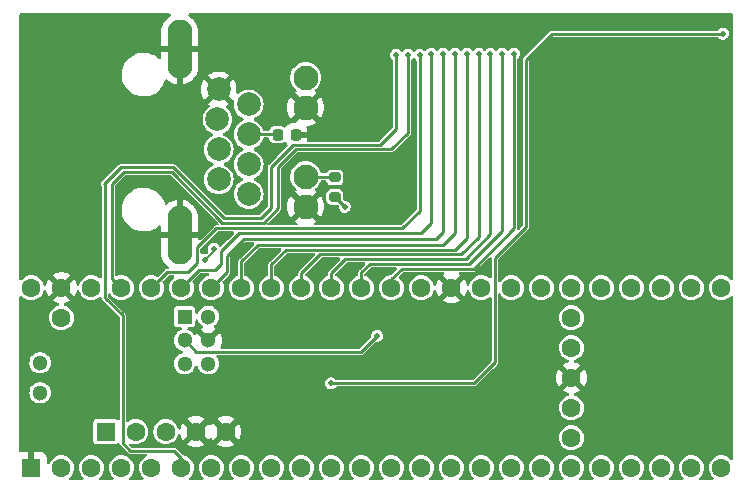
<source format=gbl>
G04 #@! TF.GenerationSoftware,KiCad,Pcbnew,6.0.9*
G04 #@! TF.CreationDate,2023-03-07T12:57:10+01:00*
G04 #@! TF.ProjectId,injection-controller,696e6a65-6374-4696-9f6e-2d636f6e7472,rev?*
G04 #@! TF.SameCoordinates,Original*
G04 #@! TF.FileFunction,Copper,L2,Bot*
G04 #@! TF.FilePolarity,Positive*
%FSLAX46Y46*%
G04 Gerber Fmt 4.6, Leading zero omitted, Abs format (unit mm)*
G04 Created by KiCad (PCBNEW 6.0.9) date 2023-03-07 12:57:10*
%MOMM*%
%LPD*%
G01*
G04 APERTURE LIST*
G04 Aperture macros list*
%AMRoundRect*
0 Rectangle with rounded corners*
0 $1 Rounding radius*
0 $2 $3 $4 $5 $6 $7 $8 $9 X,Y pos of 4 corners*
0 Add a 4 corners polygon primitive as box body*
4,1,4,$2,$3,$4,$5,$6,$7,$8,$9,$2,$3,0*
0 Add four circle primitives for the rounded corners*
1,1,$1+$1,$2,$3*
1,1,$1+$1,$4,$5*
1,1,$1+$1,$6,$7*
1,1,$1+$1,$8,$9*
0 Add four rect primitives between the rounded corners*
20,1,$1+$1,$2,$3,$4,$5,0*
20,1,$1+$1,$4,$5,$6,$7,0*
20,1,$1+$1,$6,$7,$8,$9,0*
20,1,$1+$1,$8,$9,$2,$3,0*%
G04 Aperture macros list end*
G04 #@! TA.AperFunction,ComponentPad*
%ADD10C,2.000000*%
G04 #@! TD*
G04 #@! TA.AperFunction,ComponentPad*
%ADD11C,2.100000*%
G04 #@! TD*
G04 #@! TA.AperFunction,ComponentPad*
%ADD12O,2.100000X5.000000*%
G04 #@! TD*
G04 #@! TA.AperFunction,ComponentPad*
%ADD13R,1.600000X1.600000*%
G04 #@! TD*
G04 #@! TA.AperFunction,ComponentPad*
%ADD14C,1.600000*%
G04 #@! TD*
G04 #@! TA.AperFunction,ComponentPad*
%ADD15R,1.300000X1.300000*%
G04 #@! TD*
G04 #@! TA.AperFunction,ComponentPad*
%ADD16C,1.300000*%
G04 #@! TD*
G04 #@! TA.AperFunction,SMDPad,CuDef*
%ADD17RoundRect,0.225000X-0.225000X-0.250000X0.225000X-0.250000X0.225000X0.250000X-0.225000X0.250000X0*%
G04 #@! TD*
G04 #@! TA.AperFunction,SMDPad,CuDef*
%ADD18RoundRect,0.200000X-0.275000X0.200000X-0.275000X-0.200000X0.275000X-0.200000X0.275000X0.200000X0*%
G04 #@! TD*
G04 #@! TA.AperFunction,ViaPad*
%ADD19C,0.500000*%
G04 #@! TD*
G04 #@! TA.AperFunction,Conductor*
%ADD20C,0.254000*%
G04 #@! TD*
G04 #@! TA.AperFunction,Conductor*
%ADD21C,0.127000*%
G04 #@! TD*
G04 APERTURE END LIST*
D10*
G04 #@! TO.P,J1,1,TD+*
G04 #@! TO.N,ETH_TX_P*
X138630000Y-95580000D03*
G04 #@! TO.P,J1,2,TCT*
G04 #@! TO.N,Net-(C5-Pad1)*
X136090000Y-94350000D03*
G04 #@! TO.P,J1,3,TD-*
G04 #@! TO.N,ETH_TX_N*
X138630000Y-93080000D03*
G04 #@! TO.P,J1,4,RD+*
G04 #@! TO.N,ETH_RX_P*
X136090000Y-91810000D03*
G04 #@! TO.P,J1,5,RCT*
G04 #@! TO.N,Net-(C5-Pad1)*
X138630000Y-90540000D03*
G04 #@! TO.P,J1,6,RD-*
G04 #@! TO.N,ETH_RX_N*
X135990000Y-89270000D03*
G04 #@! TO.P,J1,7,NC*
G04 #@! TO.N,unconnected-(J1-Pad7)*
X138630000Y-88000000D03*
G04 #@! TO.P,J1,8,GND*
G04 #@! TO.N,GND*
X136090000Y-86730000D03*
D11*
G04 #@! TO.P,J1,L1,LEDY_A*
G04 #@! TO.N,ETH_LED2*
X143460000Y-94100000D03*
G04 #@! TO.P,J1,L2,LEDY_K*
G04 #@! TO.N,GND*
X143460000Y-96640000D03*
G04 #@! TO.P,J1,L3,LEDG_A*
G04 #@! TO.N,ETH_LED*
X143460000Y-85720000D03*
G04 #@! TO.P,J1,L4,LEDG_K*
G04 #@! TO.N,GND*
X143460000Y-88260000D03*
D12*
G04 #@! TO.P,J1,SH,SHIELD*
X132790000Y-99050000D03*
X132790000Y-83310000D03*
G04 #@! TD*
D13*
G04 #@! TO.P,U1,1,GND*
G04 #@! TO.N,GND*
X120240000Y-118760000D03*
D14*
G04 #@! TO.P,U1,2,0_RX1_CRX2_CS1*
G04 #@! TO.N,unconnected-(U1-Pad2)*
X122780000Y-118760000D03*
G04 #@! TO.P,U1,3,1_TX1_CTX2_MISO1*
G04 #@! TO.N,unconnected-(U1-Pad3)*
X125320000Y-118760000D03*
G04 #@! TO.P,U1,4,2_OUT2*
G04 #@! TO.N,Net-(D1-Pad2)*
X127860000Y-118760000D03*
G04 #@! TO.P,U1,5,3_LRCLK2*
G04 #@! TO.N,Net-(R2-Pad2)*
X130400000Y-118760000D03*
G04 #@! TO.P,U1,6,4_BCLK2*
G04 #@! TO.N,CA4_LOW*
X132940000Y-118760000D03*
G04 #@! TO.P,U1,7,5_IN2*
G04 #@! TO.N,unconnected-(U1-Pad7)*
X135480000Y-118760000D03*
G04 #@! TO.P,U1,8,6_OUT1D*
G04 #@! TO.N,unconnected-(U1-Pad8)*
X138020000Y-118760000D03*
G04 #@! TO.P,U1,9,7_RX2_OUT1A*
G04 #@! TO.N,unconnected-(U1-Pad9)*
X140560000Y-118760000D03*
G04 #@! TO.P,U1,10,8_TX2_IN1*
G04 #@! TO.N,unconnected-(U1-Pad10)*
X143100000Y-118760000D03*
G04 #@! TO.P,U1,11,9_OUT1C*
G04 #@! TO.N,unconnected-(U1-Pad11)*
X145640000Y-118760000D03*
G04 #@! TO.P,U1,12,10_CS_MQSR*
G04 #@! TO.N,unconnected-(U1-Pad12)*
X148180000Y-118760000D03*
G04 #@! TO.P,U1,13,11_MOSI_CTX1*
G04 #@! TO.N,unconnected-(U1-Pad13)*
X150720000Y-118760000D03*
G04 #@! TO.P,U1,14,12_MISO_MQSL*
G04 #@! TO.N,unconnected-(U1-Pad14)*
X153260000Y-118760000D03*
G04 #@! TO.P,U1,15,3V3*
G04 #@! TO.N,Net-(C1-Pad1)*
X155800000Y-118760000D03*
G04 #@! TO.P,U1,16,24_A10_TX6_SCL2*
G04 #@! TO.N,unconnected-(U1-Pad16)*
X158340000Y-118760000D03*
G04 #@! TO.P,U1,17,25_A11_RX6_SDA2*
G04 #@! TO.N,unconnected-(U1-Pad17)*
X160880000Y-118760000D03*
G04 #@! TO.P,U1,18,26_A12_MOSI1*
G04 #@! TO.N,unconnected-(U1-Pad18)*
X163420000Y-118760000D03*
G04 #@! TO.P,U1,19,27_A13_SCK1*
G04 #@! TO.N,unconnected-(U1-Pad19)*
X165960000Y-118760000D03*
G04 #@! TO.P,U1,20,28_RX7*
G04 #@! TO.N,unconnected-(U1-Pad20)*
X168500000Y-118760000D03*
G04 #@! TO.P,U1,21,29_TX7*
G04 #@! TO.N,unconnected-(U1-Pad21)*
X171040000Y-118760000D03*
G04 #@! TO.P,U1,22,30_CRX3*
G04 #@! TO.N,unconnected-(U1-Pad22)*
X173580000Y-118760000D03*
G04 #@! TO.P,U1,23,31_CTX3*
G04 #@! TO.N,unconnected-(U1-Pad23)*
X176120000Y-118760000D03*
G04 #@! TO.P,U1,24,32_OUT1B*
G04 #@! TO.N,unconnected-(U1-Pad24)*
X178660000Y-118760000D03*
G04 #@! TO.P,U1,25,33_MCLK2*
G04 #@! TO.N,CA10_A_LOW*
X178660000Y-103520000D03*
G04 #@! TO.P,U1,26,34_RX8*
G04 #@! TO.N,CA3_LOW*
X176120000Y-103520000D03*
G04 #@! TO.P,U1,27,35_TX8*
G04 #@! TO.N,CA2_HIGH*
X173580000Y-103520000D03*
G04 #@! TO.P,U1,28,36_CS*
G04 #@! TO.N,CA4_RFU*
X171040000Y-103520000D03*
G04 #@! TO.P,U1,29,37_CS*
G04 #@! TO.N,CA10_A_HIGH*
X168500000Y-103520000D03*
G04 #@! TO.P,U1,30,38_CS1_IN1*
G04 #@! TO.N,CA10_A_PASS*
X165960000Y-103520000D03*
G04 #@! TO.P,U1,31,39_MISO1_OUT1A*
G04 #@! TO.N,CA3_HIGH*
X163420000Y-103520000D03*
G04 #@! TO.P,U1,32,40_A16*
G04 #@! TO.N,CA1_HIGH*
X160880000Y-103520000D03*
G04 #@! TO.P,U1,33,41_A17*
G04 #@! TO.N,CA3_PASS*
X158340000Y-103520000D03*
G04 #@! TO.P,U1,34,GND*
G04 #@! TO.N,GND*
X155800000Y-103520000D03*
G04 #@! TO.P,U1,35,13_SCK_LED*
G04 #@! TO.N,CA2_PASS*
X153260000Y-103520000D03*
G04 #@! TO.P,U1,36,14_A0_TX3_SPDIF_OUT*
G04 #@! TO.N,CS0_A_n_LOW*
X150720000Y-103520000D03*
G04 #@! TO.P,U1,37,15_A1_RX3_SPDIF_IN*
G04 #@! TO.N,CS0_A_n_HIGH*
X148180000Y-103520000D03*
G04 #@! TO.P,U1,38,16_A2_RX4_SCL1*
G04 #@! TO.N,CS0_A_n_PASS*
X145640000Y-103520000D03*
G04 #@! TO.P,U1,39,17_A3_TX4_SDA1*
G04 #@! TO.N,CA1_PASS*
X143100000Y-103520000D03*
G04 #@! TO.P,U1,40,18_A4_SDA*
G04 #@! TO.N,CA4_A_CS0*
X140560000Y-103520000D03*
G04 #@! TO.P,U1,41,19_A5_SCL*
G04 #@! TO.N,CA1_LOW*
X138020000Y-103520000D03*
G04 #@! TO.P,U1,42,20_A6_TX5_LRCLK1*
G04 #@! TO.N,CA4_A_PASS*
X135480000Y-103520000D03*
G04 #@! TO.P,U1,43,21_A7_RX5_BCLK1*
G04 #@! TO.N,CA4_A_STATIC*
X132940000Y-103520000D03*
G04 #@! TO.P,U1,44,22_A8_CTX1*
G04 #@! TO.N,CA2_LOW*
X130400000Y-103520000D03*
G04 #@! TO.P,U1,45,23_A9_CRX1_MCLK1*
G04 #@! TO.N,CA4_HIGH*
X127860000Y-103520000D03*
G04 #@! TO.P,U1,46,3V3*
G04 #@! TO.N,unconnected-(U1-Pad46)*
X125320000Y-103520000D03*
G04 #@! TO.P,U1,47,GND*
G04 #@! TO.N,GND*
X122780000Y-103520000D03*
G04 #@! TO.P,U1,48,VIN*
G04 #@! TO.N,unconnected-(U1-Pad48)*
X120240000Y-103520000D03*
G04 #@! TO.P,U1,49,VUSB*
G04 #@! TO.N,VUSB*
X122780000Y-106060000D03*
G04 #@! TO.P,U1,50,VBAT*
G04 #@! TO.N,unconnected-(U1-Pad50)*
X165960000Y-116220000D03*
G04 #@! TO.P,U1,51,3V3*
G04 #@! TO.N,unconnected-(U1-Pad51)*
X165960000Y-113680000D03*
G04 #@! TO.P,U1,52,GND*
G04 #@! TO.N,GND*
X165960000Y-111140000D03*
G04 #@! TO.P,U1,53,PROGRAM*
G04 #@! TO.N,unconnected-(U1-Pad53)*
X165960000Y-108600000D03*
G04 #@! TO.P,U1,54,ON_OFF*
G04 #@! TO.N,unconnected-(U1-Pad54)*
X165960000Y-106060000D03*
D13*
G04 #@! TO.P,U1,55,5V*
G04 #@! TO.N,Net-(C2-Pad1)*
X126539200Y-115709200D03*
D14*
G04 #@! TO.P,U1,56,D-*
G04 #@! TO.N,unconnected-(U1-Pad56)*
X129079200Y-115709200D03*
G04 #@! TO.P,U1,57,D+*
G04 #@! TO.N,unconnected-(U1-Pad57)*
X131619200Y-115709200D03*
G04 #@! TO.P,U1,58,GND*
G04 #@! TO.N,GND*
X134159200Y-115709200D03*
G04 #@! TO.P,U1,59,GND*
X136699200Y-115709200D03*
D15*
G04 #@! TO.P,U1,60,R+*
G04 #@! TO.N,ETH_RX_P*
X133210000Y-105958400D03*
D16*
G04 #@! TO.P,U1,61,LED*
G04 #@! TO.N,ETH_LED*
X133210000Y-107958400D03*
G04 #@! TO.P,U1,62,T-*
G04 #@! TO.N,ETH_TX_N*
X133210000Y-109958400D03*
G04 #@! TO.P,U1,63,T+*
G04 #@! TO.N,ETH_TX_P*
X135210000Y-109958400D03*
G04 #@! TO.P,U1,64,GND*
G04 #@! TO.N,GND*
X135210000Y-107958400D03*
G04 #@! TO.P,U1,65,R-*
G04 #@! TO.N,ETH_RX_N*
X135210000Y-105958400D03*
G04 #@! TO.P,U1,66,D-*
G04 #@! TO.N,unconnected-(U1-Pad66)*
X120970000Y-109870000D03*
G04 #@! TO.P,U1,67,D+*
G04 #@! TO.N,unconnected-(U1-Pad67)*
X120970000Y-112410000D03*
G04 #@! TD*
D17*
G04 #@! TO.P,C5,1*
G04 #@! TO.N,Net-(C5-Pad1)*
X141085000Y-90550000D03*
G04 #@! TO.P,C5,2*
G04 #@! TO.N,GND*
X142635000Y-90550000D03*
G04 #@! TD*
D18*
G04 #@! TO.P,R2,1*
G04 #@! TO.N,ETH_LED2*
X145930000Y-94175000D03*
G04 #@! TO.P,R2,2*
G04 #@! TO.N,Net-(R2-Pad2)*
X145930000Y-95825000D03*
G04 #@! TD*
D19*
G04 #@! TO.N,GND*
X130500000Y-82500000D03*
X151900000Y-95700000D03*
X174250000Y-96300000D03*
X133000000Y-87100000D03*
X147385256Y-101971555D03*
X120400000Y-116500000D03*
X136600000Y-96500000D03*
X165750000Y-96300000D03*
X168400000Y-81100000D03*
X130400000Y-81500000D03*
X165750000Y-100300000D03*
X165750000Y-91500000D03*
X123100000Y-89900000D03*
X138000000Y-85900000D03*
X157800000Y-115400000D03*
X139100000Y-81900000D03*
X178500000Y-87500000D03*
X162900000Y-106600000D03*
X160250000Y-101750000D03*
X134400000Y-92500000D03*
X150450000Y-81400000D03*
X136900000Y-85000000D03*
X166000000Y-81100000D03*
X150100000Y-83600000D03*
X169000000Y-115500000D03*
X147200000Y-94300000D03*
X177100000Y-115400000D03*
X172550000Y-101400000D03*
X168400000Y-83300000D03*
X162500000Y-116300000D03*
X174200000Y-85600000D03*
X147800000Y-86800000D03*
X163500000Y-86500000D03*
X142400000Y-101400000D03*
X179250000Y-96250000D03*
X123100000Y-98500000D03*
X148600000Y-83800000D03*
X139300000Y-101800000D03*
X174200000Y-81000000D03*
X163200000Y-81700000D03*
X174200000Y-83300000D03*
X143300000Y-92400000D03*
X156100000Y-106900000D03*
X128900000Y-91200000D03*
X139500000Y-106100000D03*
X134400000Y-112700000D03*
X146600000Y-88600000D03*
X140100000Y-92100000D03*
X178900000Y-80900000D03*
X145000000Y-101600000D03*
X143200000Y-81900000D03*
X129400000Y-100700000D03*
X141100000Y-112900000D03*
X134600000Y-97300000D03*
X150300000Y-88300000D03*
X125000000Y-110900000D03*
X130200000Y-110300000D03*
X131400000Y-91100000D03*
X144400000Y-106100000D03*
X128350000Y-94800000D03*
X141000000Y-87700000D03*
X179250000Y-100750000D03*
X120600000Y-106400000D03*
X170700000Y-83300000D03*
X149500000Y-83800000D03*
X123000000Y-82400000D03*
X167300000Y-85400000D03*
X134600000Y-98300000D03*
X155900000Y-113600000D03*
X169100000Y-106800000D03*
X148400000Y-95600000D03*
X136600000Y-99100000D03*
X146700000Y-82100000D03*
X149600000Y-81400000D03*
X134400000Y-93600000D03*
X135400000Y-81400000D03*
X177250000Y-106500000D03*
X149000000Y-86900000D03*
X152400000Y-91600000D03*
X132200000Y-88000000D03*
X132300000Y-95200000D03*
X135300000Y-82800000D03*
X149900000Y-115300000D03*
X166000000Y-83300000D03*
X123600000Y-116400000D03*
X146900000Y-92600000D03*
X174250000Y-91000000D03*
X126500000Y-110200000D03*
X146700000Y-90100000D03*
X130200000Y-106300000D03*
X179250000Y-90000000D03*
G04 #@! TO.N,Net-(D1-Pad2)*
X145600000Y-111600000D03*
X178800000Y-82000000D03*
G04 #@! TO.N,ETH_RX_P*
X134947254Y-101132746D03*
X135669412Y-100218719D03*
G04 #@! TO.N,ETH_LED*
X149500000Y-107600000D03*
G04 #@! TO.N,Net-(R2-Pad2)*
X146767000Y-96667000D03*
G04 #@! TO.N,CA4_LOW*
X151100015Y-83799985D03*
G04 #@! TO.N,CA4_HIGH*
X152100015Y-83799985D03*
G04 #@! TO.N,CA2_LOW*
X153100015Y-83799985D03*
G04 #@! TO.N,CA4_A_STATIC*
X154100015Y-83699985D03*
G04 #@! TO.N,CA4_A_PASS*
X155100015Y-83699985D03*
G04 #@! TO.N,CA1_LOW*
X156100015Y-83699985D03*
G04 #@! TO.N,CA4_A_CS0*
X157100015Y-83699985D03*
G04 #@! TO.N,CA1_PASS*
X158100015Y-83699985D03*
G04 #@! TO.N,CS0_A_n_PASS*
X159100000Y-83700000D03*
G04 #@! TO.N,CS0_A_n_HIGH*
X160100015Y-83699985D03*
G04 #@! TO.N,CS0_A_n_LOW*
X161100015Y-83699985D03*
G04 #@! TD*
D20*
G04 #@! TO.N,Net-(C5-Pad1)*
X141075000Y-90540000D02*
X141085000Y-90550000D01*
X138630000Y-90540000D02*
X141075000Y-90540000D01*
G04 #@! TO.N,Net-(D1-Pad2)*
X164300000Y-82000000D02*
X178800000Y-82000000D01*
X162100000Y-98400000D02*
X162100000Y-91400000D01*
X162100000Y-84200000D02*
X164200000Y-82100000D01*
X162100000Y-91400000D02*
X162100000Y-84200000D01*
X164200000Y-82100000D02*
X164300000Y-82000000D01*
X159467000Y-101033000D02*
X160400000Y-100100000D01*
X157700000Y-111600000D02*
X159100000Y-110200000D01*
X159100000Y-110200000D02*
X159467000Y-109833000D01*
X145600000Y-111600000D02*
X157700000Y-111600000D01*
X160400000Y-100100000D02*
X162100000Y-98400000D01*
X159467000Y-109833000D02*
X159467000Y-101033000D01*
D21*
G04 #@! TO.N,ETH_RX_P*
X135669412Y-100410588D02*
X135669412Y-100218719D01*
X134947254Y-101132746D02*
X135669412Y-100410588D01*
D20*
G04 #@! TO.N,ETH_LED2*
X145855000Y-94100000D02*
X145930000Y-94175000D01*
X143460000Y-94100000D02*
X145855000Y-94100000D01*
G04 #@! TO.N,ETH_LED*
X149500000Y-107600000D02*
X148164600Y-108935400D01*
X134187000Y-108935400D02*
X133210000Y-107958400D01*
X148164600Y-108935400D02*
X134187000Y-108935400D01*
G04 #@! TO.N,Net-(R2-Pad2)*
X146767000Y-96667000D02*
X146767000Y-96662000D01*
X146767000Y-96662000D02*
X145930000Y-95825000D01*
G04 #@! TO.N,CA4_LOW*
X127952200Y-105852200D02*
X127952200Y-116652200D01*
X139700000Y-97600000D02*
X136538816Y-97600000D01*
X136538816Y-97600000D02*
X132238816Y-93300000D01*
X142381000Y-91419000D02*
X140500000Y-93300000D01*
X151100015Y-90099985D02*
X149781000Y-91419000D01*
X132238816Y-93300000D02*
X127800000Y-93300000D01*
X126447000Y-94747000D02*
X126447000Y-104347000D01*
X127952200Y-116652200D02*
X128600000Y-117300000D01*
X151100015Y-83799985D02*
X151100015Y-90099985D01*
X128600000Y-117300000D02*
X132300000Y-117300000D01*
X127800000Y-93300000D02*
X126400000Y-94700000D01*
X126447000Y-104347000D02*
X127952200Y-105852200D01*
X140500000Y-96800000D02*
X139700000Y-97600000D01*
X140500000Y-93300000D02*
X140500000Y-96800000D01*
X149781000Y-91419000D02*
X142381000Y-91419000D01*
X132300000Y-117300000D02*
X132940000Y-117940000D01*
X126400000Y-94700000D02*
X126447000Y-94747000D01*
X132940000Y-117940000D02*
X132940000Y-118760000D01*
G04 #@! TO.N,CA4_HIGH*
X128100000Y-93700000D02*
X127100000Y-94700000D01*
X136400000Y-98000000D02*
X132100000Y-93700000D01*
X142600000Y-91800000D02*
X141100000Y-93300000D01*
X152100015Y-90399985D02*
X150700000Y-91800000D01*
X150700000Y-91800000D02*
X142600000Y-91800000D01*
X139900000Y-98000000D02*
X136400000Y-98000000D01*
X127100000Y-102760000D02*
X127860000Y-103520000D01*
X127100000Y-94700000D02*
X127100000Y-102760000D01*
X141100000Y-93300000D02*
X141100000Y-96800000D01*
X152100015Y-83799985D02*
X152100015Y-90399985D01*
X141100000Y-96800000D02*
X139900000Y-98000000D01*
X132100000Y-93700000D02*
X128100000Y-93700000D01*
G04 #@! TO.N,CA2_LOW*
X131700000Y-102200000D02*
X131700000Y-102220000D01*
X151600000Y-98500000D02*
X135883998Y-98500000D01*
X153100015Y-96999985D02*
X151600000Y-98500000D01*
X131700000Y-102220000D02*
X130400000Y-103520000D01*
X133500000Y-102200000D02*
X131700000Y-102200000D01*
X153100015Y-83799985D02*
X153100015Y-96999985D01*
X134300000Y-101400000D02*
X133500000Y-102200000D01*
X134300000Y-100083998D02*
X134300000Y-101400000D01*
X135883998Y-98500000D02*
X134300000Y-100083998D01*
G04 #@! TO.N,CA4_A_STATIC*
X134460000Y-102000000D02*
X135800000Y-102000000D01*
X136300000Y-101500000D02*
X136300000Y-100400000D01*
X132940000Y-103520000D02*
X134460000Y-102000000D01*
X135800000Y-102000000D02*
X136300000Y-101500000D01*
X154100015Y-97999985D02*
X154100015Y-83699985D01*
X137800000Y-98900000D02*
X153200000Y-98900000D01*
X136300000Y-100400000D02*
X137800000Y-98900000D01*
X153200000Y-98900000D02*
X154100015Y-97999985D01*
G04 #@! TO.N,CA4_A_PASS*
X136800000Y-102200000D02*
X136800000Y-100800000D01*
X154500000Y-99400000D02*
X155100000Y-98800000D01*
X155100000Y-98800000D02*
X155100000Y-83700000D01*
X138200000Y-99400000D02*
X154500000Y-99400000D01*
X135480000Y-103520000D02*
X136800000Y-102200000D01*
X155100000Y-83700000D02*
X155100015Y-83699985D01*
X136800000Y-100800000D02*
X138200000Y-99400000D01*
G04 #@! TO.N,CA1_LOW*
X155100000Y-99900000D02*
X156100015Y-98899985D01*
X156100015Y-98899985D02*
X156100015Y-83699985D01*
X138020000Y-103520000D02*
X138020000Y-101280000D01*
X139400000Y-99900000D02*
X155100000Y-99900000D01*
X138020000Y-101280000D02*
X139400000Y-99900000D01*
G04 #@! TO.N,CA4_A_CS0*
X157100000Y-99300000D02*
X156081000Y-100319000D01*
X140560000Y-101540000D02*
X140560000Y-103520000D01*
X141781000Y-100319000D02*
X140560000Y-101540000D01*
X156081000Y-100319000D02*
X141781000Y-100319000D01*
X157100000Y-83700000D02*
X157100000Y-99300000D01*
G04 #@! TO.N,CA1_PASS*
X158100015Y-83699985D02*
X158100015Y-99199985D01*
X144700000Y-100700000D02*
X143100000Y-102300000D01*
X156600000Y-100700000D02*
X144700000Y-100700000D01*
X143100000Y-102300000D02*
X143100000Y-103520000D01*
X158100015Y-99199985D02*
X156600000Y-100700000D01*
G04 #@! TO.N,CS0_A_n_PASS*
X157000000Y-101100000D02*
X146800000Y-101100000D01*
X159100000Y-83700000D02*
X159100000Y-99000000D01*
X145640000Y-102260000D02*
X145640000Y-103520000D01*
X159100000Y-99000000D02*
X157000000Y-101100000D01*
X146800000Y-101100000D02*
X145640000Y-102260000D01*
G04 #@! TO.N,CS0_A_n_HIGH*
X160100000Y-83700000D02*
X160100000Y-98700000D01*
X148900000Y-101500000D02*
X148180000Y-102220000D01*
X157300000Y-101500000D02*
X148900000Y-101500000D01*
X148180000Y-102220000D02*
X148180000Y-103520000D01*
X160100000Y-98700000D02*
X157300000Y-101500000D01*
X160100015Y-83699985D02*
X160100000Y-83700000D01*
G04 #@! TO.N,CS0_A_n_LOW*
X157700000Y-101900000D02*
X161100015Y-98499985D01*
X150720000Y-102780000D02*
X151600000Y-101900000D01*
X161100015Y-98499985D02*
X161100015Y-83699985D01*
X151600000Y-101900000D02*
X157700000Y-101900000D01*
X150720000Y-103520000D02*
X150720000Y-102780000D01*
G04 #@! TD*
G04 #@! TA.AperFunction,Conductor*
G04 #@! TO.N,GND*
G36*
X131994937Y-80304502D02*
G01*
X132041430Y-80358158D01*
X132051534Y-80428432D01*
X132022040Y-80493012D01*
X131997639Y-80514712D01*
X131814766Y-80638993D01*
X131806891Y-80645325D01*
X131632095Y-80810621D01*
X131625334Y-80818130D01*
X131479209Y-81009253D01*
X131473745Y-81017732D01*
X131360055Y-81229764D01*
X131356013Y-81239016D01*
X131277687Y-81466493D01*
X131275176Y-81476269D01*
X131234039Y-81714428D01*
X131233184Y-81722295D01*
X131232064Y-81746953D01*
X131232000Y-81749786D01*
X131232000Y-83037885D01*
X131236475Y-83053124D01*
X131237865Y-83054329D01*
X131245548Y-83056000D01*
X134329885Y-83056000D01*
X134345124Y-83051525D01*
X134346329Y-83050135D01*
X134348000Y-83042452D01*
X134348000Y-81799518D01*
X134347798Y-81794486D01*
X134333368Y-81615137D01*
X134331756Y-81605184D01*
X134274366Y-81371533D01*
X134271183Y-81361963D01*
X134177174Y-81140494D01*
X134172499Y-81131552D01*
X134044293Y-80927964D01*
X134038253Y-80919891D01*
X133879143Y-80739415D01*
X133871891Y-80732412D01*
X133685975Y-80579699D01*
X133677694Y-80573943D01*
X133583977Y-80519399D01*
X133535163Y-80467846D01*
X133521970Y-80398086D01*
X133548586Y-80332267D01*
X133606562Y-80291287D01*
X133647357Y-80284500D01*
X179549500Y-80284500D01*
X179617621Y-80304502D01*
X179664114Y-80358158D01*
X179675500Y-80410500D01*
X179675500Y-102742770D01*
X179655498Y-102810891D01*
X179601842Y-102857384D01*
X179531568Y-102867488D01*
X179466988Y-102837994D01*
X179451857Y-102822405D01*
X179415762Y-102778148D01*
X179415757Y-102778143D01*
X179411863Y-102773368D01*
X179407114Y-102769439D01*
X179257271Y-102645478D01*
X179257266Y-102645475D01*
X179252522Y-102641550D01*
X179247103Y-102638620D01*
X179247100Y-102638618D01*
X179076032Y-102546122D01*
X179076027Y-102546120D01*
X179070612Y-102543192D01*
X178873063Y-102482040D01*
X178866938Y-102481396D01*
X178866937Y-102481396D01*
X178673526Y-102461068D01*
X178673524Y-102461068D01*
X178667397Y-102460424D01*
X178541229Y-102471906D01*
X178467591Y-102478607D01*
X178467590Y-102478607D01*
X178461450Y-102479166D01*
X178263066Y-102537554D01*
X178257601Y-102540411D01*
X178085261Y-102630508D01*
X178085257Y-102630511D01*
X178079801Y-102633363D01*
X177918635Y-102762943D01*
X177785708Y-102921360D01*
X177686082Y-103102578D01*
X177623553Y-103299696D01*
X177600501Y-103505206D01*
X177617806Y-103711278D01*
X177674807Y-103910066D01*
X177677625Y-103915548D01*
X177677626Y-103915552D01*
X177766514Y-104088509D01*
X177766516Y-104088512D01*
X177769334Y-104093995D01*
X177897786Y-104256061D01*
X177902479Y-104260055D01*
X177902480Y-104260056D01*
X177968580Y-104316311D01*
X178055271Y-104390091D01*
X178235789Y-104490980D01*
X178432466Y-104554884D01*
X178637809Y-104579370D01*
X178643944Y-104578898D01*
X178643946Y-104578898D01*
X178837856Y-104563977D01*
X178837860Y-104563976D01*
X178843998Y-104563504D01*
X179043178Y-104507892D01*
X179048682Y-104505112D01*
X179048684Y-104505111D01*
X179222262Y-104417431D01*
X179222264Y-104417430D01*
X179227763Y-104414652D01*
X179390722Y-104287334D01*
X179394748Y-104282670D01*
X179394751Y-104282667D01*
X179454119Y-104213888D01*
X179513772Y-104175391D01*
X179584768Y-104175256D01*
X179644567Y-104213525D01*
X179674183Y-104278050D01*
X179675500Y-104296219D01*
X179675500Y-117982770D01*
X179655498Y-118050891D01*
X179601842Y-118097384D01*
X179531568Y-118107488D01*
X179466988Y-118077994D01*
X179451857Y-118062405D01*
X179415762Y-118018148D01*
X179415757Y-118018143D01*
X179411863Y-118013368D01*
X179404966Y-118007662D01*
X179257271Y-117885478D01*
X179257266Y-117885475D01*
X179252522Y-117881550D01*
X179247103Y-117878620D01*
X179247100Y-117878618D01*
X179076032Y-117786122D01*
X179076027Y-117786120D01*
X179070612Y-117783192D01*
X178873063Y-117722040D01*
X178866938Y-117721396D01*
X178866937Y-117721396D01*
X178673526Y-117701068D01*
X178673524Y-117701068D01*
X178667397Y-117700424D01*
X178541229Y-117711906D01*
X178467591Y-117718607D01*
X178467590Y-117718607D01*
X178461450Y-117719166D01*
X178263066Y-117777554D01*
X178257601Y-117780411D01*
X178085261Y-117870508D01*
X178085257Y-117870511D01*
X178079801Y-117873363D01*
X177918635Y-118002943D01*
X177785708Y-118161360D01*
X177686082Y-118342578D01*
X177623553Y-118539696D01*
X177600501Y-118745206D01*
X177601743Y-118760000D01*
X177616888Y-118940342D01*
X177617806Y-118951278D01*
X177674807Y-119150066D01*
X177677625Y-119155548D01*
X177677626Y-119155552D01*
X177766514Y-119328509D01*
X177766517Y-119328513D01*
X177769334Y-119333995D01*
X177897786Y-119496061D01*
X177902479Y-119500055D01*
X177902480Y-119500056D01*
X177965331Y-119553546D01*
X178004244Y-119612929D01*
X178004875Y-119683922D01*
X177967024Y-119743987D01*
X177902707Y-119774053D01*
X177883668Y-119775500D01*
X176899015Y-119775500D01*
X176830894Y-119755498D01*
X176784401Y-119701842D01*
X176774297Y-119631568D01*
X176803791Y-119566988D01*
X176821441Y-119550211D01*
X176824163Y-119548084D01*
X176850722Y-119527334D01*
X176854748Y-119522670D01*
X176854751Y-119522667D01*
X176981819Y-119375457D01*
X176981820Y-119375455D01*
X176985848Y-119370789D01*
X177087995Y-119190979D01*
X177135500Y-119048172D01*
X177151325Y-119000601D01*
X177151326Y-119000598D01*
X177153270Y-118994753D01*
X177179189Y-118789586D01*
X177179602Y-118760000D01*
X177159422Y-118554189D01*
X177099651Y-118356217D01*
X177002565Y-118173625D01*
X176998674Y-118168855D01*
X176998672Y-118168851D01*
X176875758Y-118018143D01*
X176875755Y-118018140D01*
X176871863Y-118013368D01*
X176864966Y-118007662D01*
X176717271Y-117885478D01*
X176717266Y-117885475D01*
X176712522Y-117881550D01*
X176707103Y-117878620D01*
X176707100Y-117878618D01*
X176536032Y-117786122D01*
X176536027Y-117786120D01*
X176530612Y-117783192D01*
X176333063Y-117722040D01*
X176326938Y-117721396D01*
X176326937Y-117721396D01*
X176133526Y-117701068D01*
X176133524Y-117701068D01*
X176127397Y-117700424D01*
X176001229Y-117711906D01*
X175927591Y-117718607D01*
X175927590Y-117718607D01*
X175921450Y-117719166D01*
X175723066Y-117777554D01*
X175717601Y-117780411D01*
X175545261Y-117870508D01*
X175545257Y-117870511D01*
X175539801Y-117873363D01*
X175378635Y-118002943D01*
X175245708Y-118161360D01*
X175146082Y-118342578D01*
X175083553Y-118539696D01*
X175060501Y-118745206D01*
X175061743Y-118760000D01*
X175076888Y-118940342D01*
X175077806Y-118951278D01*
X175134807Y-119150066D01*
X175137625Y-119155548D01*
X175137626Y-119155552D01*
X175226514Y-119328509D01*
X175226517Y-119328513D01*
X175229334Y-119333995D01*
X175357786Y-119496061D01*
X175362479Y-119500055D01*
X175362480Y-119500056D01*
X175425331Y-119553546D01*
X175464244Y-119612929D01*
X175464875Y-119683922D01*
X175427024Y-119743987D01*
X175362707Y-119774053D01*
X175343668Y-119775500D01*
X174359015Y-119775500D01*
X174290894Y-119755498D01*
X174244401Y-119701842D01*
X174234297Y-119631568D01*
X174263791Y-119566988D01*
X174281441Y-119550211D01*
X174284163Y-119548084D01*
X174310722Y-119527334D01*
X174314748Y-119522670D01*
X174314751Y-119522667D01*
X174441819Y-119375457D01*
X174441820Y-119375455D01*
X174445848Y-119370789D01*
X174547995Y-119190979D01*
X174595500Y-119048172D01*
X174611325Y-119000601D01*
X174611326Y-119000598D01*
X174613270Y-118994753D01*
X174639189Y-118789586D01*
X174639602Y-118760000D01*
X174619422Y-118554189D01*
X174559651Y-118356217D01*
X174462565Y-118173625D01*
X174458674Y-118168855D01*
X174458672Y-118168851D01*
X174335758Y-118018143D01*
X174335755Y-118018140D01*
X174331863Y-118013368D01*
X174324966Y-118007662D01*
X174177271Y-117885478D01*
X174177266Y-117885475D01*
X174172522Y-117881550D01*
X174167103Y-117878620D01*
X174167100Y-117878618D01*
X173996032Y-117786122D01*
X173996027Y-117786120D01*
X173990612Y-117783192D01*
X173793063Y-117722040D01*
X173786938Y-117721396D01*
X173786937Y-117721396D01*
X173593526Y-117701068D01*
X173593524Y-117701068D01*
X173587397Y-117700424D01*
X173461229Y-117711906D01*
X173387591Y-117718607D01*
X173387590Y-117718607D01*
X173381450Y-117719166D01*
X173183066Y-117777554D01*
X173177601Y-117780411D01*
X173005261Y-117870508D01*
X173005257Y-117870511D01*
X172999801Y-117873363D01*
X172838635Y-118002943D01*
X172705708Y-118161360D01*
X172606082Y-118342578D01*
X172543553Y-118539696D01*
X172520501Y-118745206D01*
X172521743Y-118760000D01*
X172536888Y-118940342D01*
X172537806Y-118951278D01*
X172594807Y-119150066D01*
X172597625Y-119155548D01*
X172597626Y-119155552D01*
X172686514Y-119328509D01*
X172686517Y-119328513D01*
X172689334Y-119333995D01*
X172817786Y-119496061D01*
X172822479Y-119500055D01*
X172822480Y-119500056D01*
X172885331Y-119553546D01*
X172924244Y-119612929D01*
X172924875Y-119683922D01*
X172887024Y-119743987D01*
X172822707Y-119774053D01*
X172803668Y-119775500D01*
X171819015Y-119775500D01*
X171750894Y-119755498D01*
X171704401Y-119701842D01*
X171694297Y-119631568D01*
X171723791Y-119566988D01*
X171741441Y-119550211D01*
X171744163Y-119548084D01*
X171770722Y-119527334D01*
X171774748Y-119522670D01*
X171774751Y-119522667D01*
X171901819Y-119375457D01*
X171901820Y-119375455D01*
X171905848Y-119370789D01*
X172007995Y-119190979D01*
X172055500Y-119048172D01*
X172071325Y-119000601D01*
X172071326Y-119000598D01*
X172073270Y-118994753D01*
X172099189Y-118789586D01*
X172099602Y-118760000D01*
X172079422Y-118554189D01*
X172019651Y-118356217D01*
X171922565Y-118173625D01*
X171918674Y-118168855D01*
X171918672Y-118168851D01*
X171795758Y-118018143D01*
X171795755Y-118018140D01*
X171791863Y-118013368D01*
X171784966Y-118007662D01*
X171637271Y-117885478D01*
X171637266Y-117885475D01*
X171632522Y-117881550D01*
X171627103Y-117878620D01*
X171627100Y-117878618D01*
X171456032Y-117786122D01*
X171456027Y-117786120D01*
X171450612Y-117783192D01*
X171253063Y-117722040D01*
X171246938Y-117721396D01*
X171246937Y-117721396D01*
X171053526Y-117701068D01*
X171053524Y-117701068D01*
X171047397Y-117700424D01*
X170921229Y-117711906D01*
X170847591Y-117718607D01*
X170847590Y-117718607D01*
X170841450Y-117719166D01*
X170643066Y-117777554D01*
X170637601Y-117780411D01*
X170465261Y-117870508D01*
X170465257Y-117870511D01*
X170459801Y-117873363D01*
X170298635Y-118002943D01*
X170165708Y-118161360D01*
X170066082Y-118342578D01*
X170003553Y-118539696D01*
X169980501Y-118745206D01*
X169981743Y-118760000D01*
X169996888Y-118940342D01*
X169997806Y-118951278D01*
X170054807Y-119150066D01*
X170057625Y-119155548D01*
X170057626Y-119155552D01*
X170146514Y-119328509D01*
X170146517Y-119328513D01*
X170149334Y-119333995D01*
X170277786Y-119496061D01*
X170282479Y-119500055D01*
X170282480Y-119500056D01*
X170345331Y-119553546D01*
X170384244Y-119612929D01*
X170384875Y-119683922D01*
X170347024Y-119743987D01*
X170282707Y-119774053D01*
X170263668Y-119775500D01*
X169279015Y-119775500D01*
X169210894Y-119755498D01*
X169164401Y-119701842D01*
X169154297Y-119631568D01*
X169183791Y-119566988D01*
X169201441Y-119550211D01*
X169204163Y-119548084D01*
X169230722Y-119527334D01*
X169234748Y-119522670D01*
X169234751Y-119522667D01*
X169361819Y-119375457D01*
X169361820Y-119375455D01*
X169365848Y-119370789D01*
X169467995Y-119190979D01*
X169515500Y-119048172D01*
X169531325Y-119000601D01*
X169531326Y-119000598D01*
X169533270Y-118994753D01*
X169559189Y-118789586D01*
X169559602Y-118760000D01*
X169539422Y-118554189D01*
X169479651Y-118356217D01*
X169382565Y-118173625D01*
X169378674Y-118168855D01*
X169378672Y-118168851D01*
X169255758Y-118018143D01*
X169255755Y-118018140D01*
X169251863Y-118013368D01*
X169244966Y-118007662D01*
X169097271Y-117885478D01*
X169097266Y-117885475D01*
X169092522Y-117881550D01*
X169087103Y-117878620D01*
X169087100Y-117878618D01*
X168916032Y-117786122D01*
X168916027Y-117786120D01*
X168910612Y-117783192D01*
X168713063Y-117722040D01*
X168706938Y-117721396D01*
X168706937Y-117721396D01*
X168513526Y-117701068D01*
X168513524Y-117701068D01*
X168507397Y-117700424D01*
X168381229Y-117711906D01*
X168307591Y-117718607D01*
X168307590Y-117718607D01*
X168301450Y-117719166D01*
X168103066Y-117777554D01*
X168097601Y-117780411D01*
X167925261Y-117870508D01*
X167925257Y-117870511D01*
X167919801Y-117873363D01*
X167758635Y-118002943D01*
X167625708Y-118161360D01*
X167526082Y-118342578D01*
X167463553Y-118539696D01*
X167440501Y-118745206D01*
X167441743Y-118760000D01*
X167456888Y-118940342D01*
X167457806Y-118951278D01*
X167514807Y-119150066D01*
X167517625Y-119155548D01*
X167517626Y-119155552D01*
X167606514Y-119328509D01*
X167606517Y-119328513D01*
X167609334Y-119333995D01*
X167737786Y-119496061D01*
X167742479Y-119500055D01*
X167742480Y-119500056D01*
X167805331Y-119553546D01*
X167844244Y-119612929D01*
X167844875Y-119683922D01*
X167807024Y-119743987D01*
X167742707Y-119774053D01*
X167723668Y-119775500D01*
X166739015Y-119775500D01*
X166670894Y-119755498D01*
X166624401Y-119701842D01*
X166614297Y-119631568D01*
X166643791Y-119566988D01*
X166661441Y-119550211D01*
X166664163Y-119548084D01*
X166690722Y-119527334D01*
X166694748Y-119522670D01*
X166694751Y-119522667D01*
X166821819Y-119375457D01*
X166821820Y-119375455D01*
X166825848Y-119370789D01*
X166927995Y-119190979D01*
X166975500Y-119048172D01*
X166991325Y-119000601D01*
X166991326Y-119000598D01*
X166993270Y-118994753D01*
X167019189Y-118789586D01*
X167019602Y-118760000D01*
X166999422Y-118554189D01*
X166939651Y-118356217D01*
X166842565Y-118173625D01*
X166838674Y-118168855D01*
X166838672Y-118168851D01*
X166715758Y-118018143D01*
X166715755Y-118018140D01*
X166711863Y-118013368D01*
X166704966Y-118007662D01*
X166557271Y-117885478D01*
X166557266Y-117885475D01*
X166552522Y-117881550D01*
X166547103Y-117878620D01*
X166547100Y-117878618D01*
X166376032Y-117786122D01*
X166376027Y-117786120D01*
X166370612Y-117783192D01*
X166173063Y-117722040D01*
X166166938Y-117721396D01*
X166166937Y-117721396D01*
X165973526Y-117701068D01*
X165973524Y-117701068D01*
X165967397Y-117700424D01*
X165841229Y-117711906D01*
X165767591Y-117718607D01*
X165767590Y-117718607D01*
X165761450Y-117719166D01*
X165563066Y-117777554D01*
X165557601Y-117780411D01*
X165385261Y-117870508D01*
X165385257Y-117870511D01*
X165379801Y-117873363D01*
X165218635Y-118002943D01*
X165085708Y-118161360D01*
X164986082Y-118342578D01*
X164923553Y-118539696D01*
X164900501Y-118745206D01*
X164901743Y-118760000D01*
X164916888Y-118940342D01*
X164917806Y-118951278D01*
X164974807Y-119150066D01*
X164977625Y-119155548D01*
X164977626Y-119155552D01*
X165066514Y-119328509D01*
X165066517Y-119328513D01*
X165069334Y-119333995D01*
X165197786Y-119496061D01*
X165202479Y-119500055D01*
X165202480Y-119500056D01*
X165265331Y-119553546D01*
X165304244Y-119612929D01*
X165304875Y-119683922D01*
X165267024Y-119743987D01*
X165202707Y-119774053D01*
X165183668Y-119775500D01*
X164199015Y-119775500D01*
X164130894Y-119755498D01*
X164084401Y-119701842D01*
X164074297Y-119631568D01*
X164103791Y-119566988D01*
X164121441Y-119550211D01*
X164124163Y-119548084D01*
X164150722Y-119527334D01*
X164154748Y-119522670D01*
X164154751Y-119522667D01*
X164281819Y-119375457D01*
X164281820Y-119375455D01*
X164285848Y-119370789D01*
X164387995Y-119190979D01*
X164435500Y-119048172D01*
X164451325Y-119000601D01*
X164451326Y-119000598D01*
X164453270Y-118994753D01*
X164479189Y-118789586D01*
X164479602Y-118760000D01*
X164459422Y-118554189D01*
X164399651Y-118356217D01*
X164302565Y-118173625D01*
X164298674Y-118168855D01*
X164298672Y-118168851D01*
X164175758Y-118018143D01*
X164175755Y-118018140D01*
X164171863Y-118013368D01*
X164164966Y-118007662D01*
X164017271Y-117885478D01*
X164017266Y-117885475D01*
X164012522Y-117881550D01*
X164007103Y-117878620D01*
X164007100Y-117878618D01*
X163836032Y-117786122D01*
X163836027Y-117786120D01*
X163830612Y-117783192D01*
X163633063Y-117722040D01*
X163626938Y-117721396D01*
X163626937Y-117721396D01*
X163433526Y-117701068D01*
X163433524Y-117701068D01*
X163427397Y-117700424D01*
X163301229Y-117711906D01*
X163227591Y-117718607D01*
X163227590Y-117718607D01*
X163221450Y-117719166D01*
X163023066Y-117777554D01*
X163017601Y-117780411D01*
X162845261Y-117870508D01*
X162845257Y-117870511D01*
X162839801Y-117873363D01*
X162678635Y-118002943D01*
X162545708Y-118161360D01*
X162446082Y-118342578D01*
X162383553Y-118539696D01*
X162360501Y-118745206D01*
X162361743Y-118760000D01*
X162376888Y-118940342D01*
X162377806Y-118951278D01*
X162434807Y-119150066D01*
X162437625Y-119155548D01*
X162437626Y-119155552D01*
X162526514Y-119328509D01*
X162526517Y-119328513D01*
X162529334Y-119333995D01*
X162657786Y-119496061D01*
X162662479Y-119500055D01*
X162662480Y-119500056D01*
X162725331Y-119553546D01*
X162764244Y-119612929D01*
X162764875Y-119683922D01*
X162727024Y-119743987D01*
X162662707Y-119774053D01*
X162643668Y-119775500D01*
X161659015Y-119775500D01*
X161590894Y-119755498D01*
X161544401Y-119701842D01*
X161534297Y-119631568D01*
X161563791Y-119566988D01*
X161581441Y-119550211D01*
X161584163Y-119548084D01*
X161610722Y-119527334D01*
X161614748Y-119522670D01*
X161614751Y-119522667D01*
X161741819Y-119375457D01*
X161741820Y-119375455D01*
X161745848Y-119370789D01*
X161847995Y-119190979D01*
X161895500Y-119048172D01*
X161911325Y-119000601D01*
X161911326Y-119000598D01*
X161913270Y-118994753D01*
X161939189Y-118789586D01*
X161939602Y-118760000D01*
X161919422Y-118554189D01*
X161859651Y-118356217D01*
X161762565Y-118173625D01*
X161758674Y-118168855D01*
X161758672Y-118168851D01*
X161635758Y-118018143D01*
X161635755Y-118018140D01*
X161631863Y-118013368D01*
X161624966Y-118007662D01*
X161477271Y-117885478D01*
X161477266Y-117885475D01*
X161472522Y-117881550D01*
X161467103Y-117878620D01*
X161467100Y-117878618D01*
X161296032Y-117786122D01*
X161296027Y-117786120D01*
X161290612Y-117783192D01*
X161093063Y-117722040D01*
X161086938Y-117721396D01*
X161086937Y-117721396D01*
X160893526Y-117701068D01*
X160893524Y-117701068D01*
X160887397Y-117700424D01*
X160761229Y-117711906D01*
X160687591Y-117718607D01*
X160687590Y-117718607D01*
X160681450Y-117719166D01*
X160483066Y-117777554D01*
X160477601Y-117780411D01*
X160305261Y-117870508D01*
X160305257Y-117870511D01*
X160299801Y-117873363D01*
X160138635Y-118002943D01*
X160005708Y-118161360D01*
X159906082Y-118342578D01*
X159843553Y-118539696D01*
X159820501Y-118745206D01*
X159821743Y-118760000D01*
X159836888Y-118940342D01*
X159837806Y-118951278D01*
X159894807Y-119150066D01*
X159897625Y-119155548D01*
X159897626Y-119155552D01*
X159986514Y-119328509D01*
X159986517Y-119328513D01*
X159989334Y-119333995D01*
X160117786Y-119496061D01*
X160122479Y-119500055D01*
X160122480Y-119500056D01*
X160185331Y-119553546D01*
X160224244Y-119612929D01*
X160224875Y-119683922D01*
X160187024Y-119743987D01*
X160122707Y-119774053D01*
X160103668Y-119775500D01*
X159119015Y-119775500D01*
X159050894Y-119755498D01*
X159004401Y-119701842D01*
X158994297Y-119631568D01*
X159023791Y-119566988D01*
X159041441Y-119550211D01*
X159044163Y-119548084D01*
X159070722Y-119527334D01*
X159074748Y-119522670D01*
X159074751Y-119522667D01*
X159201819Y-119375457D01*
X159201820Y-119375455D01*
X159205848Y-119370789D01*
X159307995Y-119190979D01*
X159355500Y-119048172D01*
X159371325Y-119000601D01*
X159371326Y-119000598D01*
X159373270Y-118994753D01*
X159399189Y-118789586D01*
X159399602Y-118760000D01*
X159379422Y-118554189D01*
X159319651Y-118356217D01*
X159222565Y-118173625D01*
X159218674Y-118168855D01*
X159218672Y-118168851D01*
X159095758Y-118018143D01*
X159095755Y-118018140D01*
X159091863Y-118013368D01*
X159084966Y-118007662D01*
X158937271Y-117885478D01*
X158937266Y-117885475D01*
X158932522Y-117881550D01*
X158927103Y-117878620D01*
X158927100Y-117878618D01*
X158756032Y-117786122D01*
X158756027Y-117786120D01*
X158750612Y-117783192D01*
X158553063Y-117722040D01*
X158546938Y-117721396D01*
X158546937Y-117721396D01*
X158353526Y-117701068D01*
X158353524Y-117701068D01*
X158347397Y-117700424D01*
X158221229Y-117711906D01*
X158147591Y-117718607D01*
X158147590Y-117718607D01*
X158141450Y-117719166D01*
X157943066Y-117777554D01*
X157937601Y-117780411D01*
X157765261Y-117870508D01*
X157765257Y-117870511D01*
X157759801Y-117873363D01*
X157598635Y-118002943D01*
X157465708Y-118161360D01*
X157366082Y-118342578D01*
X157303553Y-118539696D01*
X157280501Y-118745206D01*
X157281743Y-118760000D01*
X157296888Y-118940342D01*
X157297806Y-118951278D01*
X157354807Y-119150066D01*
X157357625Y-119155548D01*
X157357626Y-119155552D01*
X157446514Y-119328509D01*
X157446517Y-119328513D01*
X157449334Y-119333995D01*
X157577786Y-119496061D01*
X157582479Y-119500055D01*
X157582480Y-119500056D01*
X157645331Y-119553546D01*
X157684244Y-119612929D01*
X157684875Y-119683922D01*
X157647024Y-119743987D01*
X157582707Y-119774053D01*
X157563668Y-119775500D01*
X156579015Y-119775500D01*
X156510894Y-119755498D01*
X156464401Y-119701842D01*
X156454297Y-119631568D01*
X156483791Y-119566988D01*
X156501441Y-119550211D01*
X156504163Y-119548084D01*
X156530722Y-119527334D01*
X156534748Y-119522670D01*
X156534751Y-119522667D01*
X156661819Y-119375457D01*
X156661820Y-119375455D01*
X156665848Y-119370789D01*
X156767995Y-119190979D01*
X156815500Y-119048172D01*
X156831325Y-119000601D01*
X156831326Y-119000598D01*
X156833270Y-118994753D01*
X156859189Y-118789586D01*
X156859602Y-118760000D01*
X156839422Y-118554189D01*
X156779651Y-118356217D01*
X156682565Y-118173625D01*
X156678674Y-118168855D01*
X156678672Y-118168851D01*
X156555758Y-118018143D01*
X156555755Y-118018140D01*
X156551863Y-118013368D01*
X156544966Y-118007662D01*
X156397271Y-117885478D01*
X156397266Y-117885475D01*
X156392522Y-117881550D01*
X156387103Y-117878620D01*
X156387100Y-117878618D01*
X156216032Y-117786122D01*
X156216027Y-117786120D01*
X156210612Y-117783192D01*
X156013063Y-117722040D01*
X156006938Y-117721396D01*
X156006937Y-117721396D01*
X155813526Y-117701068D01*
X155813524Y-117701068D01*
X155807397Y-117700424D01*
X155681229Y-117711906D01*
X155607591Y-117718607D01*
X155607590Y-117718607D01*
X155601450Y-117719166D01*
X155403066Y-117777554D01*
X155397601Y-117780411D01*
X155225261Y-117870508D01*
X155225257Y-117870511D01*
X155219801Y-117873363D01*
X155058635Y-118002943D01*
X154925708Y-118161360D01*
X154826082Y-118342578D01*
X154763553Y-118539696D01*
X154740501Y-118745206D01*
X154741743Y-118760000D01*
X154756888Y-118940342D01*
X154757806Y-118951278D01*
X154814807Y-119150066D01*
X154817625Y-119155548D01*
X154817626Y-119155552D01*
X154906514Y-119328509D01*
X154906517Y-119328513D01*
X154909334Y-119333995D01*
X155037786Y-119496061D01*
X155042479Y-119500055D01*
X155042480Y-119500056D01*
X155105331Y-119553546D01*
X155144244Y-119612929D01*
X155144875Y-119683922D01*
X155107024Y-119743987D01*
X155042707Y-119774053D01*
X155023668Y-119775500D01*
X154039015Y-119775500D01*
X153970894Y-119755498D01*
X153924401Y-119701842D01*
X153914297Y-119631568D01*
X153943791Y-119566988D01*
X153961441Y-119550211D01*
X153964163Y-119548084D01*
X153990722Y-119527334D01*
X153994748Y-119522670D01*
X153994751Y-119522667D01*
X154121819Y-119375457D01*
X154121820Y-119375455D01*
X154125848Y-119370789D01*
X154227995Y-119190979D01*
X154275500Y-119048172D01*
X154291325Y-119000601D01*
X154291326Y-119000598D01*
X154293270Y-118994753D01*
X154319189Y-118789586D01*
X154319602Y-118760000D01*
X154299422Y-118554189D01*
X154239651Y-118356217D01*
X154142565Y-118173625D01*
X154138674Y-118168855D01*
X154138672Y-118168851D01*
X154015758Y-118018143D01*
X154015755Y-118018140D01*
X154011863Y-118013368D01*
X154004966Y-118007662D01*
X153857271Y-117885478D01*
X153857266Y-117885475D01*
X153852522Y-117881550D01*
X153847103Y-117878620D01*
X153847100Y-117878618D01*
X153676032Y-117786122D01*
X153676027Y-117786120D01*
X153670612Y-117783192D01*
X153473063Y-117722040D01*
X153466938Y-117721396D01*
X153466937Y-117721396D01*
X153273526Y-117701068D01*
X153273524Y-117701068D01*
X153267397Y-117700424D01*
X153141229Y-117711906D01*
X153067591Y-117718607D01*
X153067590Y-117718607D01*
X153061450Y-117719166D01*
X152863066Y-117777554D01*
X152857601Y-117780411D01*
X152685261Y-117870508D01*
X152685257Y-117870511D01*
X152679801Y-117873363D01*
X152518635Y-118002943D01*
X152385708Y-118161360D01*
X152286082Y-118342578D01*
X152223553Y-118539696D01*
X152200501Y-118745206D01*
X152201743Y-118760000D01*
X152216888Y-118940342D01*
X152217806Y-118951278D01*
X152274807Y-119150066D01*
X152277625Y-119155548D01*
X152277626Y-119155552D01*
X152366514Y-119328509D01*
X152366517Y-119328513D01*
X152369334Y-119333995D01*
X152497786Y-119496061D01*
X152502479Y-119500055D01*
X152502480Y-119500056D01*
X152565331Y-119553546D01*
X152604244Y-119612929D01*
X152604875Y-119683922D01*
X152567024Y-119743987D01*
X152502707Y-119774053D01*
X152483668Y-119775500D01*
X151499015Y-119775500D01*
X151430894Y-119755498D01*
X151384401Y-119701842D01*
X151374297Y-119631568D01*
X151403791Y-119566988D01*
X151421441Y-119550211D01*
X151424163Y-119548084D01*
X151450722Y-119527334D01*
X151454748Y-119522670D01*
X151454751Y-119522667D01*
X151581819Y-119375457D01*
X151581820Y-119375455D01*
X151585848Y-119370789D01*
X151687995Y-119190979D01*
X151735500Y-119048172D01*
X151751325Y-119000601D01*
X151751326Y-119000598D01*
X151753270Y-118994753D01*
X151779189Y-118789586D01*
X151779602Y-118760000D01*
X151759422Y-118554189D01*
X151699651Y-118356217D01*
X151602565Y-118173625D01*
X151598674Y-118168855D01*
X151598672Y-118168851D01*
X151475758Y-118018143D01*
X151475755Y-118018140D01*
X151471863Y-118013368D01*
X151464966Y-118007662D01*
X151317271Y-117885478D01*
X151317266Y-117885475D01*
X151312522Y-117881550D01*
X151307103Y-117878620D01*
X151307100Y-117878618D01*
X151136032Y-117786122D01*
X151136027Y-117786120D01*
X151130612Y-117783192D01*
X150933063Y-117722040D01*
X150926938Y-117721396D01*
X150926937Y-117721396D01*
X150733526Y-117701068D01*
X150733524Y-117701068D01*
X150727397Y-117700424D01*
X150601229Y-117711906D01*
X150527591Y-117718607D01*
X150527590Y-117718607D01*
X150521450Y-117719166D01*
X150323066Y-117777554D01*
X150317601Y-117780411D01*
X150145261Y-117870508D01*
X150145257Y-117870511D01*
X150139801Y-117873363D01*
X149978635Y-118002943D01*
X149845708Y-118161360D01*
X149746082Y-118342578D01*
X149683553Y-118539696D01*
X149660501Y-118745206D01*
X149661743Y-118760000D01*
X149676888Y-118940342D01*
X149677806Y-118951278D01*
X149734807Y-119150066D01*
X149737625Y-119155548D01*
X149737626Y-119155552D01*
X149826514Y-119328509D01*
X149826517Y-119328513D01*
X149829334Y-119333995D01*
X149957786Y-119496061D01*
X149962479Y-119500055D01*
X149962480Y-119500056D01*
X150025331Y-119553546D01*
X150064244Y-119612929D01*
X150064875Y-119683922D01*
X150027024Y-119743987D01*
X149962707Y-119774053D01*
X149943668Y-119775500D01*
X148959015Y-119775500D01*
X148890894Y-119755498D01*
X148844401Y-119701842D01*
X148834297Y-119631568D01*
X148863791Y-119566988D01*
X148881441Y-119550211D01*
X148884163Y-119548084D01*
X148910722Y-119527334D01*
X148914748Y-119522670D01*
X148914751Y-119522667D01*
X149041819Y-119375457D01*
X149041820Y-119375455D01*
X149045848Y-119370789D01*
X149147995Y-119190979D01*
X149195500Y-119048172D01*
X149211325Y-119000601D01*
X149211326Y-119000598D01*
X149213270Y-118994753D01*
X149239189Y-118789586D01*
X149239602Y-118760000D01*
X149219422Y-118554189D01*
X149159651Y-118356217D01*
X149062565Y-118173625D01*
X149058674Y-118168855D01*
X149058672Y-118168851D01*
X148935758Y-118018143D01*
X148935755Y-118018140D01*
X148931863Y-118013368D01*
X148924966Y-118007662D01*
X148777271Y-117885478D01*
X148777266Y-117885475D01*
X148772522Y-117881550D01*
X148767103Y-117878620D01*
X148767100Y-117878618D01*
X148596032Y-117786122D01*
X148596027Y-117786120D01*
X148590612Y-117783192D01*
X148393063Y-117722040D01*
X148386938Y-117721396D01*
X148386937Y-117721396D01*
X148193526Y-117701068D01*
X148193524Y-117701068D01*
X148187397Y-117700424D01*
X148061229Y-117711906D01*
X147987591Y-117718607D01*
X147987590Y-117718607D01*
X147981450Y-117719166D01*
X147783066Y-117777554D01*
X147777601Y-117780411D01*
X147605261Y-117870508D01*
X147605257Y-117870511D01*
X147599801Y-117873363D01*
X147438635Y-118002943D01*
X147305708Y-118161360D01*
X147206082Y-118342578D01*
X147143553Y-118539696D01*
X147120501Y-118745206D01*
X147121743Y-118760000D01*
X147136888Y-118940342D01*
X147137806Y-118951278D01*
X147194807Y-119150066D01*
X147197625Y-119155548D01*
X147197626Y-119155552D01*
X147286514Y-119328509D01*
X147286517Y-119328513D01*
X147289334Y-119333995D01*
X147417786Y-119496061D01*
X147422479Y-119500055D01*
X147422480Y-119500056D01*
X147485331Y-119553546D01*
X147524244Y-119612929D01*
X147524875Y-119683922D01*
X147487024Y-119743987D01*
X147422707Y-119774053D01*
X147403668Y-119775500D01*
X146419015Y-119775500D01*
X146350894Y-119755498D01*
X146304401Y-119701842D01*
X146294297Y-119631568D01*
X146323791Y-119566988D01*
X146341441Y-119550211D01*
X146344163Y-119548084D01*
X146370722Y-119527334D01*
X146374748Y-119522670D01*
X146374751Y-119522667D01*
X146501819Y-119375457D01*
X146501820Y-119375455D01*
X146505848Y-119370789D01*
X146607995Y-119190979D01*
X146655500Y-119048172D01*
X146671325Y-119000601D01*
X146671326Y-119000598D01*
X146673270Y-118994753D01*
X146699189Y-118789586D01*
X146699602Y-118760000D01*
X146679422Y-118554189D01*
X146619651Y-118356217D01*
X146522565Y-118173625D01*
X146518674Y-118168855D01*
X146518672Y-118168851D01*
X146395758Y-118018143D01*
X146395755Y-118018140D01*
X146391863Y-118013368D01*
X146384966Y-118007662D01*
X146237271Y-117885478D01*
X146237266Y-117885475D01*
X146232522Y-117881550D01*
X146227103Y-117878620D01*
X146227100Y-117878618D01*
X146056032Y-117786122D01*
X146056027Y-117786120D01*
X146050612Y-117783192D01*
X145853063Y-117722040D01*
X145846938Y-117721396D01*
X145846937Y-117721396D01*
X145653526Y-117701068D01*
X145653524Y-117701068D01*
X145647397Y-117700424D01*
X145521229Y-117711906D01*
X145447591Y-117718607D01*
X145447590Y-117718607D01*
X145441450Y-117719166D01*
X145243066Y-117777554D01*
X145237601Y-117780411D01*
X145065261Y-117870508D01*
X145065257Y-117870511D01*
X145059801Y-117873363D01*
X144898635Y-118002943D01*
X144765708Y-118161360D01*
X144666082Y-118342578D01*
X144603553Y-118539696D01*
X144580501Y-118745206D01*
X144581743Y-118760000D01*
X144596888Y-118940342D01*
X144597806Y-118951278D01*
X144654807Y-119150066D01*
X144657625Y-119155548D01*
X144657626Y-119155552D01*
X144746514Y-119328509D01*
X144746517Y-119328513D01*
X144749334Y-119333995D01*
X144877786Y-119496061D01*
X144882479Y-119500055D01*
X144882480Y-119500056D01*
X144945331Y-119553546D01*
X144984244Y-119612929D01*
X144984875Y-119683922D01*
X144947024Y-119743987D01*
X144882707Y-119774053D01*
X144863668Y-119775500D01*
X143879015Y-119775500D01*
X143810894Y-119755498D01*
X143764401Y-119701842D01*
X143754297Y-119631568D01*
X143783791Y-119566988D01*
X143801441Y-119550211D01*
X143804163Y-119548084D01*
X143830722Y-119527334D01*
X143834748Y-119522670D01*
X143834751Y-119522667D01*
X143961819Y-119375457D01*
X143961820Y-119375455D01*
X143965848Y-119370789D01*
X144067995Y-119190979D01*
X144115500Y-119048172D01*
X144131325Y-119000601D01*
X144131326Y-119000598D01*
X144133270Y-118994753D01*
X144159189Y-118789586D01*
X144159602Y-118760000D01*
X144139422Y-118554189D01*
X144079651Y-118356217D01*
X143982565Y-118173625D01*
X143978674Y-118168855D01*
X143978672Y-118168851D01*
X143855758Y-118018143D01*
X143855755Y-118018140D01*
X143851863Y-118013368D01*
X143844966Y-118007662D01*
X143697271Y-117885478D01*
X143697266Y-117885475D01*
X143692522Y-117881550D01*
X143687103Y-117878620D01*
X143687100Y-117878618D01*
X143516032Y-117786122D01*
X143516027Y-117786120D01*
X143510612Y-117783192D01*
X143313063Y-117722040D01*
X143306938Y-117721396D01*
X143306937Y-117721396D01*
X143113526Y-117701068D01*
X143113524Y-117701068D01*
X143107397Y-117700424D01*
X142981229Y-117711906D01*
X142907591Y-117718607D01*
X142907590Y-117718607D01*
X142901450Y-117719166D01*
X142703066Y-117777554D01*
X142697601Y-117780411D01*
X142525261Y-117870508D01*
X142525257Y-117870511D01*
X142519801Y-117873363D01*
X142358635Y-118002943D01*
X142225708Y-118161360D01*
X142126082Y-118342578D01*
X142063553Y-118539696D01*
X142040501Y-118745206D01*
X142041743Y-118760000D01*
X142056888Y-118940342D01*
X142057806Y-118951278D01*
X142114807Y-119150066D01*
X142117625Y-119155548D01*
X142117626Y-119155552D01*
X142206514Y-119328509D01*
X142206517Y-119328513D01*
X142209334Y-119333995D01*
X142337786Y-119496061D01*
X142342479Y-119500055D01*
X142342480Y-119500056D01*
X142405331Y-119553546D01*
X142444244Y-119612929D01*
X142444875Y-119683922D01*
X142407024Y-119743987D01*
X142342707Y-119774053D01*
X142323668Y-119775500D01*
X141339015Y-119775500D01*
X141270894Y-119755498D01*
X141224401Y-119701842D01*
X141214297Y-119631568D01*
X141243791Y-119566988D01*
X141261441Y-119550211D01*
X141264163Y-119548084D01*
X141290722Y-119527334D01*
X141294748Y-119522670D01*
X141294751Y-119522667D01*
X141421819Y-119375457D01*
X141421820Y-119375455D01*
X141425848Y-119370789D01*
X141527995Y-119190979D01*
X141575500Y-119048172D01*
X141591325Y-119000601D01*
X141591326Y-119000598D01*
X141593270Y-118994753D01*
X141619189Y-118789586D01*
X141619602Y-118760000D01*
X141599422Y-118554189D01*
X141539651Y-118356217D01*
X141442565Y-118173625D01*
X141438674Y-118168855D01*
X141438672Y-118168851D01*
X141315758Y-118018143D01*
X141315755Y-118018140D01*
X141311863Y-118013368D01*
X141304966Y-118007662D01*
X141157271Y-117885478D01*
X141157266Y-117885475D01*
X141152522Y-117881550D01*
X141147103Y-117878620D01*
X141147100Y-117878618D01*
X140976032Y-117786122D01*
X140976027Y-117786120D01*
X140970612Y-117783192D01*
X140773063Y-117722040D01*
X140766938Y-117721396D01*
X140766937Y-117721396D01*
X140573526Y-117701068D01*
X140573524Y-117701068D01*
X140567397Y-117700424D01*
X140441229Y-117711906D01*
X140367591Y-117718607D01*
X140367590Y-117718607D01*
X140361450Y-117719166D01*
X140163066Y-117777554D01*
X140157601Y-117780411D01*
X139985261Y-117870508D01*
X139985257Y-117870511D01*
X139979801Y-117873363D01*
X139818635Y-118002943D01*
X139685708Y-118161360D01*
X139586082Y-118342578D01*
X139523553Y-118539696D01*
X139500501Y-118745206D01*
X139501743Y-118760000D01*
X139516888Y-118940342D01*
X139517806Y-118951278D01*
X139574807Y-119150066D01*
X139577625Y-119155548D01*
X139577626Y-119155552D01*
X139666514Y-119328509D01*
X139666517Y-119328513D01*
X139669334Y-119333995D01*
X139797786Y-119496061D01*
X139802479Y-119500055D01*
X139802480Y-119500056D01*
X139865331Y-119553546D01*
X139904244Y-119612929D01*
X139904875Y-119683922D01*
X139867024Y-119743987D01*
X139802707Y-119774053D01*
X139783668Y-119775500D01*
X138799015Y-119775500D01*
X138730894Y-119755498D01*
X138684401Y-119701842D01*
X138674297Y-119631568D01*
X138703791Y-119566988D01*
X138721441Y-119550211D01*
X138724163Y-119548084D01*
X138750722Y-119527334D01*
X138754748Y-119522670D01*
X138754751Y-119522667D01*
X138881819Y-119375457D01*
X138881820Y-119375455D01*
X138885848Y-119370789D01*
X138987995Y-119190979D01*
X139035500Y-119048172D01*
X139051325Y-119000601D01*
X139051326Y-119000598D01*
X139053270Y-118994753D01*
X139079189Y-118789586D01*
X139079602Y-118760000D01*
X139059422Y-118554189D01*
X138999651Y-118356217D01*
X138902565Y-118173625D01*
X138898674Y-118168855D01*
X138898672Y-118168851D01*
X138775758Y-118018143D01*
X138775755Y-118018140D01*
X138771863Y-118013368D01*
X138764966Y-118007662D01*
X138617271Y-117885478D01*
X138617266Y-117885475D01*
X138612522Y-117881550D01*
X138607103Y-117878620D01*
X138607100Y-117878618D01*
X138436032Y-117786122D01*
X138436027Y-117786120D01*
X138430612Y-117783192D01*
X138233063Y-117722040D01*
X138226938Y-117721396D01*
X138226937Y-117721396D01*
X138033526Y-117701068D01*
X138033524Y-117701068D01*
X138027397Y-117700424D01*
X137901229Y-117711906D01*
X137827591Y-117718607D01*
X137827590Y-117718607D01*
X137821450Y-117719166D01*
X137623066Y-117777554D01*
X137617601Y-117780411D01*
X137445261Y-117870508D01*
X137445257Y-117870511D01*
X137439801Y-117873363D01*
X137278635Y-118002943D01*
X137145708Y-118161360D01*
X137046082Y-118342578D01*
X136983553Y-118539696D01*
X136960501Y-118745206D01*
X136961743Y-118760000D01*
X136976888Y-118940342D01*
X136977806Y-118951278D01*
X137034807Y-119150066D01*
X137037625Y-119155548D01*
X137037626Y-119155552D01*
X137126514Y-119328509D01*
X137126517Y-119328513D01*
X137129334Y-119333995D01*
X137257786Y-119496061D01*
X137262479Y-119500055D01*
X137262480Y-119500056D01*
X137325331Y-119553546D01*
X137364244Y-119612929D01*
X137364875Y-119683922D01*
X137327024Y-119743987D01*
X137262707Y-119774053D01*
X137243668Y-119775500D01*
X136259015Y-119775500D01*
X136190894Y-119755498D01*
X136144401Y-119701842D01*
X136134297Y-119631568D01*
X136163791Y-119566988D01*
X136181441Y-119550211D01*
X136184163Y-119548084D01*
X136210722Y-119527334D01*
X136214748Y-119522670D01*
X136214751Y-119522667D01*
X136341819Y-119375457D01*
X136341820Y-119375455D01*
X136345848Y-119370789D01*
X136447995Y-119190979D01*
X136495500Y-119048172D01*
X136511325Y-119000601D01*
X136511326Y-119000598D01*
X136513270Y-118994753D01*
X136539189Y-118789586D01*
X136539602Y-118760000D01*
X136519422Y-118554189D01*
X136459651Y-118356217D01*
X136362565Y-118173625D01*
X136358674Y-118168855D01*
X136358672Y-118168851D01*
X136235758Y-118018143D01*
X136235755Y-118018140D01*
X136231863Y-118013368D01*
X136224966Y-118007662D01*
X136077271Y-117885478D01*
X136077266Y-117885475D01*
X136072522Y-117881550D01*
X136067103Y-117878620D01*
X136067100Y-117878618D01*
X135896032Y-117786122D01*
X135896027Y-117786120D01*
X135890612Y-117783192D01*
X135693063Y-117722040D01*
X135686938Y-117721396D01*
X135686937Y-117721396D01*
X135493526Y-117701068D01*
X135493524Y-117701068D01*
X135487397Y-117700424D01*
X135361229Y-117711906D01*
X135287591Y-117718607D01*
X135287590Y-117718607D01*
X135281450Y-117719166D01*
X135083066Y-117777554D01*
X135077601Y-117780411D01*
X134905261Y-117870508D01*
X134905257Y-117870511D01*
X134899801Y-117873363D01*
X134738635Y-118002943D01*
X134605708Y-118161360D01*
X134506082Y-118342578D01*
X134443553Y-118539696D01*
X134420501Y-118745206D01*
X134421743Y-118760000D01*
X134436888Y-118940342D01*
X134437806Y-118951278D01*
X134494807Y-119150066D01*
X134497625Y-119155548D01*
X134497626Y-119155552D01*
X134586514Y-119328509D01*
X134586517Y-119328513D01*
X134589334Y-119333995D01*
X134717786Y-119496061D01*
X134722479Y-119500055D01*
X134722480Y-119500056D01*
X134785331Y-119553546D01*
X134824244Y-119612929D01*
X134824875Y-119683922D01*
X134787024Y-119743987D01*
X134722707Y-119774053D01*
X134703668Y-119775500D01*
X133719015Y-119775500D01*
X133650894Y-119755498D01*
X133604401Y-119701842D01*
X133594297Y-119631568D01*
X133623791Y-119566988D01*
X133641441Y-119550211D01*
X133644163Y-119548084D01*
X133670722Y-119527334D01*
X133674748Y-119522670D01*
X133674751Y-119522667D01*
X133801819Y-119375457D01*
X133801820Y-119375455D01*
X133805848Y-119370789D01*
X133907995Y-119190979D01*
X133955500Y-119048172D01*
X133971325Y-119000601D01*
X133971326Y-119000598D01*
X133973270Y-118994753D01*
X133999189Y-118789586D01*
X133999602Y-118760000D01*
X133979422Y-118554189D01*
X133919651Y-118356217D01*
X133822565Y-118173625D01*
X133818674Y-118168855D01*
X133818672Y-118168851D01*
X133695758Y-118018143D01*
X133695755Y-118018140D01*
X133691863Y-118013368D01*
X133684966Y-118007662D01*
X133537271Y-117885478D01*
X133537266Y-117885475D01*
X133532522Y-117881550D01*
X133527103Y-117878620D01*
X133527100Y-117878618D01*
X133356032Y-117786122D01*
X133356027Y-117786120D01*
X133350612Y-117783192D01*
X133153063Y-117722040D01*
X133146941Y-117721397D01*
X133146938Y-117721396D01*
X133128595Y-117719468D01*
X133117981Y-117718353D01*
X133052324Y-117691340D01*
X133042055Y-117682138D01*
X132506457Y-117146539D01*
X132490788Y-117127447D01*
X132490375Y-117126829D01*
X132483484Y-117116516D01*
X132462237Y-117102319D01*
X132462234Y-117102316D01*
X132399301Y-117060266D01*
X132387132Y-117057846D01*
X132387131Y-117057845D01*
X132312171Y-117042935D01*
X132300000Y-117040514D01*
X132287103Y-117043079D01*
X132262524Y-117045500D01*
X128757608Y-117045500D01*
X128689487Y-117025498D01*
X128668513Y-117008595D01*
X128559648Y-116899730D01*
X128525622Y-116837418D01*
X128528637Y-116795262D01*
X133437693Y-116795262D01*
X133446989Y-116807277D01*
X133498194Y-116843131D01*
X133507689Y-116848614D01*
X133705147Y-116940690D01*
X133715439Y-116944436D01*
X133925888Y-117000825D01*
X133936681Y-117002728D01*
X134153725Y-117021717D01*
X134164675Y-117021717D01*
X134381719Y-117002728D01*
X134392512Y-117000825D01*
X134602961Y-116944436D01*
X134613253Y-116940690D01*
X134810711Y-116848614D01*
X134820206Y-116843131D01*
X134872248Y-116806691D01*
X134880624Y-116796212D01*
X134880125Y-116795262D01*
X135977693Y-116795262D01*
X135986989Y-116807277D01*
X136038194Y-116843131D01*
X136047689Y-116848614D01*
X136245147Y-116940690D01*
X136255439Y-116944436D01*
X136465888Y-117000825D01*
X136476681Y-117002728D01*
X136693725Y-117021717D01*
X136704675Y-117021717D01*
X136921719Y-117002728D01*
X136932512Y-117000825D01*
X137142961Y-116944436D01*
X137153253Y-116940690D01*
X137350711Y-116848614D01*
X137360206Y-116843131D01*
X137412248Y-116806691D01*
X137420624Y-116796212D01*
X137413556Y-116782766D01*
X136712012Y-116081222D01*
X136698068Y-116073608D01*
X136696235Y-116073739D01*
X136689620Y-116077990D01*
X135984123Y-116783487D01*
X135977693Y-116795262D01*
X134880125Y-116795262D01*
X134873556Y-116782766D01*
X134172012Y-116081222D01*
X134158068Y-116073608D01*
X134156235Y-116073739D01*
X134149620Y-116077990D01*
X133444123Y-116783487D01*
X133437693Y-116795262D01*
X128528637Y-116795262D01*
X128530687Y-116766603D01*
X128573234Y-116709767D01*
X128639754Y-116684956D01*
X128687679Y-116690802D01*
X128772520Y-116718368D01*
X128851666Y-116744084D01*
X129057009Y-116768570D01*
X129063144Y-116768098D01*
X129063146Y-116768098D01*
X129257056Y-116753177D01*
X129257060Y-116753176D01*
X129263198Y-116752704D01*
X129462378Y-116697092D01*
X129467882Y-116694312D01*
X129467884Y-116694311D01*
X129641462Y-116606631D01*
X129641464Y-116606630D01*
X129646963Y-116603852D01*
X129809922Y-116476534D01*
X129813948Y-116471870D01*
X129813951Y-116471867D01*
X129941019Y-116324657D01*
X129941020Y-116324655D01*
X129945048Y-116319989D01*
X130047195Y-116140179D01*
X130112470Y-115943953D01*
X130138389Y-115738786D01*
X130138802Y-115709200D01*
X130137351Y-115694406D01*
X130559701Y-115694406D01*
X130561192Y-115712165D01*
X130570426Y-115822116D01*
X130577006Y-115900478D01*
X130634007Y-116099266D01*
X130636825Y-116104748D01*
X130636826Y-116104752D01*
X130725714Y-116277709D01*
X130725717Y-116277713D01*
X130728534Y-116283195D01*
X130856986Y-116445261D01*
X130861679Y-116449255D01*
X130861680Y-116449256D01*
X130954295Y-116528077D01*
X131014471Y-116579291D01*
X131194989Y-116680180D01*
X131391666Y-116744084D01*
X131597009Y-116768570D01*
X131603144Y-116768098D01*
X131603146Y-116768098D01*
X131797056Y-116753177D01*
X131797060Y-116753176D01*
X131803198Y-116752704D01*
X132002378Y-116697092D01*
X132007882Y-116694312D01*
X132007884Y-116694311D01*
X132181462Y-116606631D01*
X132181464Y-116606630D01*
X132186963Y-116603852D01*
X132349922Y-116476534D01*
X132353948Y-116471870D01*
X132353951Y-116471867D01*
X132481019Y-116324657D01*
X132481020Y-116324655D01*
X132485048Y-116319989D01*
X132587195Y-116140179D01*
X132589140Y-116134331D01*
X132589143Y-116134325D01*
X132639258Y-115983673D01*
X132679739Y-115925349D01*
X132745327Y-115898169D01*
X132815198Y-115910764D01*
X132867167Y-115959134D01*
X132880523Y-115990834D01*
X132923964Y-116152961D01*
X132927710Y-116163253D01*
X133019786Y-116360711D01*
X133025269Y-116370206D01*
X133061709Y-116422248D01*
X133072188Y-116430624D01*
X133085634Y-116423556D01*
X133787178Y-115722012D01*
X133793556Y-115710332D01*
X134523608Y-115710332D01*
X134523739Y-115712165D01*
X134527990Y-115718780D01*
X135233487Y-116424277D01*
X135245262Y-116430707D01*
X135257277Y-116421411D01*
X135293131Y-116370206D01*
X135298614Y-116360711D01*
X135315005Y-116325559D01*
X135361922Y-116272274D01*
X135430199Y-116252813D01*
X135498159Y-116273355D01*
X135543395Y-116325559D01*
X135559786Y-116360711D01*
X135565269Y-116370206D01*
X135601709Y-116422248D01*
X135612188Y-116430624D01*
X135625634Y-116423556D01*
X136327178Y-115722012D01*
X136333556Y-115710332D01*
X137063608Y-115710332D01*
X137063739Y-115712165D01*
X137067990Y-115718780D01*
X137773487Y-116424277D01*
X137785262Y-116430707D01*
X137797277Y-116421411D01*
X137833131Y-116370206D01*
X137838614Y-116360711D01*
X137911127Y-116205206D01*
X164900501Y-116205206D01*
X164901743Y-116220000D01*
X164913560Y-116360711D01*
X164917806Y-116411278D01*
X164974807Y-116610066D01*
X164977625Y-116615548D01*
X164977626Y-116615552D01*
X165066514Y-116788509D01*
X165066517Y-116788513D01*
X165069334Y-116793995D01*
X165197786Y-116956061D01*
X165202479Y-116960055D01*
X165202480Y-116960056D01*
X165320227Y-117060266D01*
X165355271Y-117090091D01*
X165535789Y-117190980D01*
X165732466Y-117254884D01*
X165937809Y-117279370D01*
X165943944Y-117278898D01*
X165943946Y-117278898D01*
X166137856Y-117263977D01*
X166137860Y-117263976D01*
X166143998Y-117263504D01*
X166343178Y-117207892D01*
X166348682Y-117205112D01*
X166348684Y-117205111D01*
X166522262Y-117117431D01*
X166522264Y-117117430D01*
X166527763Y-117114652D01*
X166690722Y-116987334D01*
X166694748Y-116982670D01*
X166694751Y-116982667D01*
X166821819Y-116835457D01*
X166821820Y-116835455D01*
X166825848Y-116830789D01*
X166886076Y-116724770D01*
X166924950Y-116656340D01*
X166924952Y-116656336D01*
X166927995Y-116650979D01*
X166964800Y-116540337D01*
X166991325Y-116460601D01*
X166991326Y-116460598D01*
X166993270Y-116454753D01*
X167019189Y-116249586D01*
X167019602Y-116220000D01*
X166999422Y-116014189D01*
X166939651Y-115816217D01*
X166882147Y-115708068D01*
X166845459Y-115639067D01*
X166845457Y-115639064D01*
X166842565Y-115633625D01*
X166838674Y-115628855D01*
X166838672Y-115628851D01*
X166715758Y-115478143D01*
X166715755Y-115478140D01*
X166711863Y-115473368D01*
X166707114Y-115469439D01*
X166557271Y-115345478D01*
X166557266Y-115345475D01*
X166552522Y-115341550D01*
X166547103Y-115338620D01*
X166547100Y-115338618D01*
X166376032Y-115246122D01*
X166376027Y-115246120D01*
X166370612Y-115243192D01*
X166173063Y-115182040D01*
X166166938Y-115181396D01*
X166166937Y-115181396D01*
X165973526Y-115161068D01*
X165973524Y-115161068D01*
X165967397Y-115160424D01*
X165841229Y-115171906D01*
X165767591Y-115178607D01*
X165767590Y-115178607D01*
X165761450Y-115179166D01*
X165563066Y-115237554D01*
X165557601Y-115240411D01*
X165385261Y-115330508D01*
X165385257Y-115330511D01*
X165379801Y-115333363D01*
X165218635Y-115462943D01*
X165085708Y-115621360D01*
X164986082Y-115802578D01*
X164923553Y-115999696D01*
X164922867Y-116005813D01*
X164922866Y-116005817D01*
X164914771Y-116077990D01*
X164900501Y-116205206D01*
X137911127Y-116205206D01*
X137930690Y-116163253D01*
X137934436Y-116152961D01*
X137990825Y-115942512D01*
X137992728Y-115931719D01*
X138011717Y-115714675D01*
X138011717Y-115703725D01*
X137992728Y-115486681D01*
X137990825Y-115475888D01*
X137934436Y-115265439D01*
X137930690Y-115255147D01*
X137838614Y-115057689D01*
X137833131Y-115048194D01*
X137796691Y-114996152D01*
X137786212Y-114987776D01*
X137772766Y-114994844D01*
X137071222Y-115696388D01*
X137063608Y-115710332D01*
X136333556Y-115710332D01*
X136334792Y-115708068D01*
X136334661Y-115706235D01*
X136330410Y-115699620D01*
X135624913Y-114994123D01*
X135613138Y-114987693D01*
X135601123Y-114996989D01*
X135565269Y-115048194D01*
X135559786Y-115057689D01*
X135543395Y-115092841D01*
X135496478Y-115146126D01*
X135428201Y-115165587D01*
X135360241Y-115145045D01*
X135315005Y-115092841D01*
X135298614Y-115057689D01*
X135293131Y-115048194D01*
X135256691Y-114996152D01*
X135246212Y-114987776D01*
X135232766Y-114994844D01*
X134531222Y-115696388D01*
X134523608Y-115710332D01*
X133793556Y-115710332D01*
X133794792Y-115708068D01*
X133794661Y-115706235D01*
X133790410Y-115699620D01*
X133084913Y-114994123D01*
X133073138Y-114987693D01*
X133061123Y-114996989D01*
X133025269Y-115048194D01*
X133019786Y-115057689D01*
X132927710Y-115255147D01*
X132923965Y-115265436D01*
X132879904Y-115429873D01*
X132842952Y-115490495D01*
X132779091Y-115521517D01*
X132708597Y-115513088D01*
X132653850Y-115467885D01*
X132637575Y-115433679D01*
X132600632Y-115311316D01*
X132598851Y-115305417D01*
X132521757Y-115160424D01*
X132504659Y-115128267D01*
X132504657Y-115128264D01*
X132501765Y-115122825D01*
X132497874Y-115118055D01*
X132497872Y-115118051D01*
X132374958Y-114967343D01*
X132374955Y-114967340D01*
X132371063Y-114962568D01*
X132364166Y-114956862D01*
X132216471Y-114834678D01*
X132216466Y-114834675D01*
X132211722Y-114830750D01*
X132206303Y-114827820D01*
X132206300Y-114827818D01*
X132035232Y-114735322D01*
X132035227Y-114735320D01*
X132029812Y-114732392D01*
X131832263Y-114671240D01*
X131826138Y-114670596D01*
X131826137Y-114670596D01*
X131632726Y-114650268D01*
X131632724Y-114650268D01*
X131626597Y-114649624D01*
X131500429Y-114661106D01*
X131426791Y-114667807D01*
X131426790Y-114667807D01*
X131420650Y-114668366D01*
X131222266Y-114726754D01*
X131216801Y-114729611D01*
X131044461Y-114819708D01*
X131044457Y-114819711D01*
X131039001Y-114822563D01*
X130877835Y-114952143D01*
X130744908Y-115110560D01*
X130645282Y-115291778D01*
X130582753Y-115488896D01*
X130582067Y-115495013D01*
X130582066Y-115495017D01*
X130567289Y-115626761D01*
X130559701Y-115694406D01*
X130137351Y-115694406D01*
X130118622Y-115503389D01*
X130058851Y-115305417D01*
X129981757Y-115160424D01*
X129964659Y-115128267D01*
X129964657Y-115128264D01*
X129961765Y-115122825D01*
X129957874Y-115118055D01*
X129957872Y-115118051D01*
X129834958Y-114967343D01*
X129834955Y-114967340D01*
X129831063Y-114962568D01*
X129824166Y-114956862D01*
X129676471Y-114834678D01*
X129676466Y-114834675D01*
X129671722Y-114830750D01*
X129666303Y-114827820D01*
X129666300Y-114827818D01*
X129495232Y-114735322D01*
X129495227Y-114735320D01*
X129489812Y-114732392D01*
X129292263Y-114671240D01*
X129286138Y-114670596D01*
X129286137Y-114670596D01*
X129092726Y-114650268D01*
X129092724Y-114650268D01*
X129086597Y-114649624D01*
X128960429Y-114661106D01*
X128886791Y-114667807D01*
X128886790Y-114667807D01*
X128880650Y-114668366D01*
X128682266Y-114726754D01*
X128676801Y-114729611D01*
X128504461Y-114819708D01*
X128504457Y-114819711D01*
X128499001Y-114822563D01*
X128494201Y-114826423D01*
X128494200Y-114826423D01*
X128411652Y-114892793D01*
X128346029Y-114919889D01*
X128276175Y-114907206D01*
X128224267Y-114858769D01*
X128206700Y-114794596D01*
X128206700Y-114622188D01*
X133437776Y-114622188D01*
X133444844Y-114635634D01*
X134146388Y-115337178D01*
X134160332Y-115344792D01*
X134162165Y-115344661D01*
X134168780Y-115340410D01*
X134874277Y-114634913D01*
X134880707Y-114623138D01*
X134879972Y-114622188D01*
X135977776Y-114622188D01*
X135984844Y-114635634D01*
X136686388Y-115337178D01*
X136700332Y-115344792D01*
X136702165Y-115344661D01*
X136708780Y-115340410D01*
X137414277Y-114634913D01*
X137420707Y-114623138D01*
X137411411Y-114611123D01*
X137360206Y-114575269D01*
X137350711Y-114569786D01*
X137153253Y-114477710D01*
X137142961Y-114473964D01*
X136932512Y-114417575D01*
X136921719Y-114415672D01*
X136704675Y-114396683D01*
X136693725Y-114396683D01*
X136476681Y-114415672D01*
X136465888Y-114417575D01*
X136255439Y-114473964D01*
X136245147Y-114477710D01*
X136047689Y-114569786D01*
X136038194Y-114575269D01*
X135986152Y-114611709D01*
X135977776Y-114622188D01*
X134879972Y-114622188D01*
X134871411Y-114611123D01*
X134820206Y-114575269D01*
X134810711Y-114569786D01*
X134613253Y-114477710D01*
X134602961Y-114473964D01*
X134392512Y-114417575D01*
X134381719Y-114415672D01*
X134164675Y-114396683D01*
X134153725Y-114396683D01*
X133936681Y-114415672D01*
X133925888Y-114417575D01*
X133715439Y-114473964D01*
X133705147Y-114477710D01*
X133507689Y-114569786D01*
X133498194Y-114575269D01*
X133446152Y-114611709D01*
X133437776Y-114622188D01*
X128206700Y-114622188D01*
X128206700Y-113665206D01*
X164900501Y-113665206D01*
X164917806Y-113871278D01*
X164974807Y-114070066D01*
X164977625Y-114075548D01*
X164977626Y-114075552D01*
X165066514Y-114248509D01*
X165066517Y-114248513D01*
X165069334Y-114253995D01*
X165197786Y-114416061D01*
X165355271Y-114550091D01*
X165535789Y-114650980D01*
X165732466Y-114714884D01*
X165937809Y-114739370D01*
X165943944Y-114738898D01*
X165943946Y-114738898D01*
X166137856Y-114723977D01*
X166137860Y-114723976D01*
X166143998Y-114723504D01*
X166343178Y-114667892D01*
X166348682Y-114665112D01*
X166348684Y-114665111D01*
X166522262Y-114577431D01*
X166522264Y-114577430D01*
X166527763Y-114574652D01*
X166690722Y-114447334D01*
X166694748Y-114442670D01*
X166694751Y-114442667D01*
X166821819Y-114295457D01*
X166821820Y-114295455D01*
X166825848Y-114290789D01*
X166927995Y-114110979D01*
X166993270Y-113914753D01*
X167019189Y-113709586D01*
X167019602Y-113680000D01*
X166999422Y-113474189D01*
X166939651Y-113276217D01*
X166842565Y-113093625D01*
X166838674Y-113088855D01*
X166838672Y-113088851D01*
X166715758Y-112938143D01*
X166715755Y-112938140D01*
X166711863Y-112933368D01*
X166704966Y-112927662D01*
X166557271Y-112805478D01*
X166557266Y-112805475D01*
X166552522Y-112801550D01*
X166547103Y-112798620D01*
X166547100Y-112798618D01*
X166376032Y-112706122D01*
X166376027Y-112706120D01*
X166370612Y-112703192D01*
X166235118Y-112661249D01*
X166175959Y-112621999D01*
X166147412Y-112556994D01*
X166158541Y-112486875D01*
X166205812Y-112433904D01*
X166239767Y-112419178D01*
X166403761Y-112375236D01*
X166414053Y-112371490D01*
X166611511Y-112279414D01*
X166621006Y-112273931D01*
X166673048Y-112237491D01*
X166681424Y-112227012D01*
X166674356Y-112213566D01*
X165972812Y-111512022D01*
X165958868Y-111504408D01*
X165957035Y-111504539D01*
X165950420Y-111508790D01*
X165244923Y-112214287D01*
X165238493Y-112226062D01*
X165247789Y-112238077D01*
X165298994Y-112273931D01*
X165308489Y-112279414D01*
X165505947Y-112371490D01*
X165516239Y-112375236D01*
X165681015Y-112419387D01*
X165741638Y-112456339D01*
X165772659Y-112520199D01*
X165764231Y-112590694D01*
X165719028Y-112645441D01*
X165683978Y-112661967D01*
X165563066Y-112697554D01*
X165557601Y-112700411D01*
X165385261Y-112790508D01*
X165385257Y-112790511D01*
X165379801Y-112793363D01*
X165218635Y-112922943D01*
X165085708Y-113081360D01*
X164986082Y-113262578D01*
X164923553Y-113459696D01*
X164900501Y-113665206D01*
X128206700Y-113665206D01*
X128206700Y-109958400D01*
X132300518Y-109958400D01*
X132301208Y-109964965D01*
X132314382Y-110090305D01*
X132320392Y-110147492D01*
X132379147Y-110328320D01*
X132474214Y-110492980D01*
X132478632Y-110497887D01*
X132478633Y-110497888D01*
X132525339Y-110549760D01*
X132601438Y-110634277D01*
X132755259Y-110746035D01*
X132761287Y-110748719D01*
X132761289Y-110748720D01*
X132821351Y-110775461D01*
X132928955Y-110823369D01*
X133021944Y-110843135D01*
X133108476Y-110861528D01*
X133108480Y-110861528D01*
X133114933Y-110862900D01*
X133305067Y-110862900D01*
X133311520Y-110861528D01*
X133311524Y-110861528D01*
X133398056Y-110843135D01*
X133491045Y-110823369D01*
X133598649Y-110775461D01*
X133658711Y-110748720D01*
X133658713Y-110748719D01*
X133664741Y-110746035D01*
X133818562Y-110634277D01*
X133894661Y-110549760D01*
X133941367Y-110497888D01*
X133941368Y-110497887D01*
X133945786Y-110492980D01*
X134040853Y-110328320D01*
X134090167Y-110176548D01*
X134130241Y-110117942D01*
X134195637Y-110090305D01*
X134265594Y-110102412D01*
X134317900Y-110150418D01*
X134329833Y-110176548D01*
X134379147Y-110328320D01*
X134474214Y-110492980D01*
X134478632Y-110497887D01*
X134478633Y-110497888D01*
X134525339Y-110549760D01*
X134601438Y-110634277D01*
X134755259Y-110746035D01*
X134761287Y-110748719D01*
X134761289Y-110748720D01*
X134821351Y-110775461D01*
X134928955Y-110823369D01*
X135021944Y-110843135D01*
X135108476Y-110861528D01*
X135108480Y-110861528D01*
X135114933Y-110862900D01*
X135305067Y-110862900D01*
X135311520Y-110861528D01*
X135311524Y-110861528D01*
X135398056Y-110843135D01*
X135491045Y-110823369D01*
X135598649Y-110775461D01*
X135658711Y-110748720D01*
X135658713Y-110748719D01*
X135664741Y-110746035D01*
X135818562Y-110634277D01*
X135894661Y-110549760D01*
X135941367Y-110497888D01*
X135941368Y-110497887D01*
X135945786Y-110492980D01*
X136040853Y-110328320D01*
X136099608Y-110147492D01*
X136105619Y-110090305D01*
X136118792Y-109964965D01*
X136119482Y-109958400D01*
X136107808Y-109847325D01*
X136100298Y-109775871D01*
X136100298Y-109775869D01*
X136099608Y-109769308D01*
X136040853Y-109588480D01*
X135945786Y-109423820D01*
X135924527Y-109400209D01*
X135893810Y-109336201D01*
X135902575Y-109265748D01*
X135948039Y-109211217D01*
X136018164Y-109189900D01*
X148127124Y-109189900D01*
X148151703Y-109192321D01*
X148164600Y-109194886D01*
X148176771Y-109192465D01*
X148251731Y-109177555D01*
X148251732Y-109177554D01*
X148263901Y-109175134D01*
X148326834Y-109133084D01*
X148326837Y-109133081D01*
X148348084Y-109118884D01*
X148355390Y-109107950D01*
X148371054Y-109088864D01*
X149320906Y-108139011D01*
X149383217Y-108104987D01*
X149418493Y-108104040D01*
X149418510Y-108103132D01*
X149562998Y-108105780D01*
X149572711Y-108103132D01*
X149693763Y-108070130D01*
X149693765Y-108070129D01*
X149702422Y-108067769D01*
X149825572Y-107992154D01*
X149922551Y-107885014D01*
X149975568Y-107775586D01*
X149981645Y-107763043D01*
X149981645Y-107763042D01*
X149985560Y-107754962D01*
X150009536Y-107612453D01*
X150009688Y-107600000D01*
X149989201Y-107456948D01*
X149929388Y-107325395D01*
X149923530Y-107318596D01*
X149923527Y-107318592D01*
X149840916Y-107222718D01*
X149840913Y-107222716D01*
X149835056Y-107215918D01*
X149713790Y-107137317D01*
X149696921Y-107132272D01*
X149583938Y-107098482D01*
X149583936Y-107098482D01*
X149575337Y-107095910D01*
X149566363Y-107095855D01*
X149566361Y-107095855D01*
X149503082Y-107095469D01*
X149430827Y-107095028D01*
X149422196Y-107097495D01*
X149422194Y-107097495D01*
X149300509Y-107132272D01*
X149300505Y-107132274D01*
X149291879Y-107134739D01*
X149284292Y-107139526D01*
X149284290Y-107139527D01*
X149234781Y-107170765D01*
X149169661Y-107211853D01*
X149073999Y-107320170D01*
X149070185Y-107328293D01*
X149070184Y-107328295D01*
X149059907Y-107350184D01*
X149012583Y-107450982D01*
X149011203Y-107459846D01*
X149011202Y-107459849D01*
X148998570Y-107540983D01*
X148990350Y-107593773D01*
X148991514Y-107602675D01*
X148991514Y-107602678D01*
X149000338Y-107670152D01*
X148989338Y-107740291D01*
X148964497Y-107775586D01*
X148096086Y-108643996D01*
X148033774Y-108678021D01*
X148006991Y-108680900D01*
X136347678Y-108680900D01*
X136279557Y-108660898D01*
X136233064Y-108607242D01*
X136222960Y-108536968D01*
X136237743Y-108493334D01*
X136269598Y-108436454D01*
X136274276Y-108425947D01*
X136338972Y-108235357D01*
X136341657Y-108224174D01*
X136370834Y-108022939D01*
X136371464Y-108015557D01*
X136372864Y-107962104D01*
X136372621Y-107954705D01*
X136354016Y-107752224D01*
X136351918Y-107740903D01*
X136297287Y-107547197D01*
X136293163Y-107536450D01*
X136204141Y-107355934D01*
X136200617Y-107350184D01*
X136190595Y-107342662D01*
X136178176Y-107349434D01*
X135299095Y-108228515D01*
X135236783Y-108262541D01*
X135165968Y-108257476D01*
X135120905Y-108228515D01*
X134241520Y-107349130D01*
X134229140Y-107342370D01*
X134223174Y-107346836D01*
X134176112Y-107436286D01*
X134126693Y-107487258D01*
X134057560Y-107503421D01*
X133990664Y-107479642D01*
X133955487Y-107440621D01*
X133949090Y-107429542D01*
X133949087Y-107429538D01*
X133945786Y-107423820D01*
X133884662Y-107355934D01*
X133822984Y-107287434D01*
X133822983Y-107287433D01*
X133818562Y-107282523D01*
X133664741Y-107170765D01*
X133658713Y-107168081D01*
X133658711Y-107168080D01*
X133514798Y-107104006D01*
X133460702Y-107058026D01*
X133440053Y-106990098D01*
X133459405Y-106921790D01*
X133512616Y-106874789D01*
X133566046Y-106862899D01*
X133885066Y-106862899D01*
X133920818Y-106855788D01*
X133947126Y-106850556D01*
X133947128Y-106850555D01*
X133959301Y-106848134D01*
X133969621Y-106841239D01*
X133969622Y-106841238D01*
X134033168Y-106798777D01*
X134043484Y-106791884D01*
X134099734Y-106707701D01*
X134114500Y-106633467D01*
X134114500Y-106309352D01*
X134134502Y-106241231D01*
X134188158Y-106194738D01*
X134258432Y-106184634D01*
X134323012Y-106214128D01*
X134360332Y-106270415D01*
X134379147Y-106328320D01*
X134474214Y-106492980D01*
X134601438Y-106634277D01*
X134606780Y-106638158D01*
X134606782Y-106638160D01*
X134644313Y-106665428D01*
X134701724Y-106707139D01*
X134702957Y-106708035D01*
X134746311Y-106764257D01*
X134752386Y-106834994D01*
X134719255Y-106897785D01*
X134693319Y-106918256D01*
X134605906Y-106970261D01*
X134596307Y-106980596D01*
X134599793Y-106988983D01*
X135197188Y-107586378D01*
X135211132Y-107593992D01*
X135212965Y-107593861D01*
X135219580Y-107589610D01*
X135816533Y-106992657D01*
X135823293Y-106980277D01*
X135817263Y-106972222D01*
X135742862Y-106925279D01*
X135735139Y-106921344D01*
X135683522Y-106872598D01*
X135666453Y-106803683D01*
X135689352Y-106736481D01*
X135718277Y-106707139D01*
X135768308Y-106670789D01*
X135818562Y-106634277D01*
X135945786Y-106492980D01*
X136040853Y-106328320D01*
X136099608Y-106147492D01*
X136106065Y-106086062D01*
X136118792Y-105964965D01*
X136119482Y-105958400D01*
X136109675Y-105865091D01*
X136100298Y-105775871D01*
X136100298Y-105775869D01*
X136099608Y-105769308D01*
X136040853Y-105588480D01*
X135945786Y-105423820D01*
X135818562Y-105282523D01*
X135703300Y-105198780D01*
X135670083Y-105174646D01*
X135670082Y-105174645D01*
X135664741Y-105170765D01*
X135658713Y-105168081D01*
X135658711Y-105168080D01*
X135497076Y-105096116D01*
X135497075Y-105096116D01*
X135491045Y-105093431D01*
X135398056Y-105073666D01*
X135311524Y-105055272D01*
X135311520Y-105055272D01*
X135305067Y-105053900D01*
X135114933Y-105053900D01*
X135108480Y-105055272D01*
X135108476Y-105055272D01*
X135021944Y-105073666D01*
X134928955Y-105093431D01*
X134922925Y-105096116D01*
X134922924Y-105096116D01*
X134761289Y-105168080D01*
X134761287Y-105168081D01*
X134755259Y-105170765D01*
X134749918Y-105174645D01*
X134749917Y-105174646D01*
X134716700Y-105198780D01*
X134601438Y-105282523D01*
X134474214Y-105423820D01*
X134379147Y-105588480D01*
X134377106Y-105594762D01*
X134360332Y-105646386D01*
X134320258Y-105704991D01*
X134254861Y-105732628D01*
X134184904Y-105720521D01*
X134132598Y-105672514D01*
X134114499Y-105607449D01*
X134114499Y-105283334D01*
X134099734Y-105209099D01*
X134043484Y-105124916D01*
X133959301Y-105068666D01*
X133885067Y-105053900D01*
X133210110Y-105053900D01*
X132534934Y-105053901D01*
X132499182Y-105061012D01*
X132472874Y-105066244D01*
X132472872Y-105066245D01*
X132460699Y-105068666D01*
X132450379Y-105075561D01*
X132450378Y-105075562D01*
X132389985Y-105115916D01*
X132376516Y-105124916D01*
X132320266Y-105209099D01*
X132305500Y-105283333D01*
X132305501Y-106633466D01*
X132320266Y-106707701D01*
X132376516Y-106791884D01*
X132460699Y-106848134D01*
X132534933Y-106862900D01*
X132853952Y-106862900D01*
X132922073Y-106882902D01*
X132968566Y-106936558D01*
X132978670Y-107006832D01*
X132949176Y-107071412D01*
X132905201Y-107104007D01*
X132761289Y-107168080D01*
X132761287Y-107168081D01*
X132755259Y-107170765D01*
X132601438Y-107282523D01*
X132597017Y-107287433D01*
X132597016Y-107287434D01*
X132535339Y-107355934D01*
X132474214Y-107423820D01*
X132441985Y-107479642D01*
X132396072Y-107559166D01*
X132379147Y-107588480D01*
X132320392Y-107769308D01*
X132300518Y-107958400D01*
X132301208Y-107964965D01*
X132315991Y-108105615D01*
X132320392Y-108147492D01*
X132379147Y-108328320D01*
X132474214Y-108492980D01*
X132478632Y-108497887D01*
X132478633Y-108497888D01*
X132567434Y-108596512D01*
X132601438Y-108634277D01*
X132755259Y-108746035D01*
X132761287Y-108748719D01*
X132761289Y-108748720D01*
X132899500Y-108810255D01*
X132928955Y-108823369D01*
X132981500Y-108834538D01*
X132984394Y-108835153D01*
X133046867Y-108868882D01*
X133081189Y-108931031D01*
X133076461Y-109001870D01*
X133034185Y-109058908D01*
X132984394Y-109081647D01*
X132928955Y-109093431D01*
X132922925Y-109096116D01*
X132922924Y-109096116D01*
X132761289Y-109168080D01*
X132761287Y-109168081D01*
X132755259Y-109170765D01*
X132749918Y-109174645D01*
X132749917Y-109174646D01*
X132722059Y-109194886D01*
X132601438Y-109282523D01*
X132597017Y-109287433D01*
X132597016Y-109287434D01*
X132576138Y-109310622D01*
X132474214Y-109423820D01*
X132379147Y-109588480D01*
X132320392Y-109769308D01*
X132319702Y-109775869D01*
X132319702Y-109775871D01*
X132312192Y-109847325D01*
X132300518Y-109958400D01*
X128206700Y-109958400D01*
X128206700Y-105889671D01*
X128209121Y-105865091D01*
X128209264Y-105864372D01*
X128211685Y-105852200D01*
X128206700Y-105827137D01*
X128206700Y-105827133D01*
X128194355Y-105765069D01*
X128194355Y-105765068D01*
X128191934Y-105752899D01*
X128149884Y-105689966D01*
X128149881Y-105689963D01*
X128135684Y-105668716D01*
X128124750Y-105661410D01*
X128105658Y-105645740D01*
X127065980Y-104606062D01*
X155078493Y-104606062D01*
X155087789Y-104618077D01*
X155138994Y-104653931D01*
X155148489Y-104659414D01*
X155345947Y-104751490D01*
X155356239Y-104755236D01*
X155566688Y-104811625D01*
X155577481Y-104813528D01*
X155794525Y-104832517D01*
X155805475Y-104832517D01*
X156022519Y-104813528D01*
X156033312Y-104811625D01*
X156243761Y-104755236D01*
X156254053Y-104751490D01*
X156451511Y-104659414D01*
X156461006Y-104653931D01*
X156513048Y-104617491D01*
X156521424Y-104607012D01*
X156514356Y-104593566D01*
X155812812Y-103892022D01*
X155798868Y-103884408D01*
X155797035Y-103884539D01*
X155790420Y-103888790D01*
X155084923Y-104594287D01*
X155078493Y-104606062D01*
X127065980Y-104606062D01*
X126738405Y-104278487D01*
X126704379Y-104216175D01*
X126701500Y-104189392D01*
X126701500Y-104093667D01*
X126721502Y-104025546D01*
X126775158Y-103979053D01*
X126845432Y-103968949D01*
X126910012Y-103998443D01*
X126939565Y-104036070D01*
X126969334Y-104093995D01*
X127097786Y-104256061D01*
X127102479Y-104260055D01*
X127102480Y-104260056D01*
X127168580Y-104316311D01*
X127255271Y-104390091D01*
X127435789Y-104490980D01*
X127632466Y-104554884D01*
X127837809Y-104579370D01*
X127843944Y-104578898D01*
X127843946Y-104578898D01*
X128037856Y-104563977D01*
X128037860Y-104563976D01*
X128043998Y-104563504D01*
X128243178Y-104507892D01*
X128248682Y-104505112D01*
X128248684Y-104505111D01*
X128422262Y-104417431D01*
X128422264Y-104417430D01*
X128427763Y-104414652D01*
X128590722Y-104287334D01*
X128594748Y-104282670D01*
X128594751Y-104282667D01*
X128721819Y-104135457D01*
X128721820Y-104135455D01*
X128725848Y-104130789D01*
X128827995Y-103950979D01*
X128893270Y-103754753D01*
X128919189Y-103549586D01*
X128919602Y-103520000D01*
X128899422Y-103314189D01*
X128839651Y-103116217D01*
X128764955Y-102975734D01*
X128745459Y-102939067D01*
X128745457Y-102939064D01*
X128742565Y-102933625D01*
X128738674Y-102928855D01*
X128738672Y-102928851D01*
X128615758Y-102778143D01*
X128615755Y-102778140D01*
X128611863Y-102773368D01*
X128607114Y-102769439D01*
X128457271Y-102645478D01*
X128457266Y-102645475D01*
X128452522Y-102641550D01*
X128447103Y-102638620D01*
X128447100Y-102638618D01*
X128276032Y-102546122D01*
X128276027Y-102546120D01*
X128270612Y-102543192D01*
X128073063Y-102482040D01*
X128066938Y-102481396D01*
X128066937Y-102481396D01*
X127873526Y-102461068D01*
X127873524Y-102461068D01*
X127867397Y-102460424D01*
X127741229Y-102471906D01*
X127667591Y-102478607D01*
X127667590Y-102478607D01*
X127661450Y-102479166D01*
X127516073Y-102521953D01*
X127445078Y-102521998D01*
X127385328Y-102483652D01*
X127355794Y-102419090D01*
X127354500Y-102401079D01*
X127354500Y-96836600D01*
X127881680Y-96836600D01*
X127881855Y-96841051D01*
X127883975Y-96894999D01*
X127883975Y-96895000D01*
X127890425Y-97059154D01*
X127891991Y-97099022D01*
X127939174Y-97357373D01*
X128022289Y-97606499D01*
X128024282Y-97610487D01*
X128101484Y-97764992D01*
X128139677Y-97841429D01*
X128288995Y-98057474D01*
X128292011Y-98060736D01*
X128292016Y-98060743D01*
X128464249Y-98247063D01*
X128464254Y-98247067D01*
X128467265Y-98250325D01*
X128670929Y-98416134D01*
X128674747Y-98418433D01*
X128674749Y-98418434D01*
X128880643Y-98542392D01*
X128895924Y-98551592D01*
X128988493Y-98590790D01*
X129133663Y-98652262D01*
X129133666Y-98652263D01*
X129137761Y-98653997D01*
X129142053Y-98655135D01*
X129142056Y-98655136D01*
X129387317Y-98720166D01*
X129387321Y-98720167D01*
X129391614Y-98721305D01*
X129396023Y-98721827D01*
X129396029Y-98721828D01*
X129566509Y-98742005D01*
X129652418Y-98752173D01*
X129914970Y-98745986D01*
X130040649Y-98725067D01*
X130169640Y-98703597D01*
X130169644Y-98703596D01*
X130174030Y-98702866D01*
X130178271Y-98701525D01*
X130178274Y-98701524D01*
X130420185Y-98625018D01*
X130420187Y-98625017D01*
X130424431Y-98623675D01*
X130428442Y-98621749D01*
X130428447Y-98621747D01*
X130657156Y-98511922D01*
X130657157Y-98511921D01*
X130661175Y-98509992D01*
X130788274Y-98425067D01*
X130875831Y-98366563D01*
X130875835Y-98366560D01*
X130879539Y-98364085D01*
X130882856Y-98361114D01*
X130882860Y-98361111D01*
X131011938Y-98245499D01*
X131021936Y-98236545D01*
X131086023Y-98205996D01*
X131156453Y-98214944D01*
X131210865Y-98260550D01*
X131232000Y-98330402D01*
X131232000Y-98777885D01*
X131236475Y-98793124D01*
X131237865Y-98794329D01*
X131245548Y-98796000D01*
X132517885Y-98796000D01*
X132533124Y-98791525D01*
X132534329Y-98790135D01*
X132536000Y-98782452D01*
X132536000Y-98777885D01*
X133044000Y-98777885D01*
X133048475Y-98793124D01*
X133049865Y-98794329D01*
X133057548Y-98796000D01*
X134329885Y-98796000D01*
X134345124Y-98791525D01*
X134346329Y-98790135D01*
X134348000Y-98782452D01*
X134348000Y-97539518D01*
X134347798Y-97534486D01*
X134333368Y-97355137D01*
X134331756Y-97345184D01*
X134274366Y-97111533D01*
X134271183Y-97101963D01*
X134177174Y-96880494D01*
X134172499Y-96871552D01*
X134044293Y-96667964D01*
X134038253Y-96659891D01*
X133879143Y-96479415D01*
X133871891Y-96472412D01*
X133685975Y-96319699D01*
X133677693Y-96313943D01*
X133469754Y-96192920D01*
X133460655Y-96188560D01*
X133236045Y-96102340D01*
X133226363Y-96099491D01*
X133061736Y-96065098D01*
X133047675Y-96066221D01*
X133044000Y-96076328D01*
X133044000Y-98777885D01*
X132536000Y-98777885D01*
X132536000Y-96079075D01*
X132531864Y-96064989D01*
X132518886Y-96062940D01*
X132491428Y-96066117D01*
X132481524Y-96068078D01*
X132250025Y-96133587D01*
X132240576Y-96137101D01*
X132022517Y-96238782D01*
X132013753Y-96243761D01*
X131814766Y-96378993D01*
X131806891Y-96385325D01*
X131737282Y-96451151D01*
X131674044Y-96483423D01*
X131603398Y-96476383D01*
X131547772Y-96432266D01*
X131527531Y-96386123D01*
X131526349Y-96380634D01*
X131525414Y-96376289D01*
X131434515Y-96129897D01*
X131399493Y-96064989D01*
X131311919Y-95902687D01*
X131309806Y-95898771D01*
X131153775Y-95687522D01*
X131107622Y-95640638D01*
X131047928Y-95580000D01*
X130969535Y-95500366D01*
X130760764Y-95341036D01*
X130531625Y-95212712D01*
X130527466Y-95211103D01*
X130290846Y-95119561D01*
X130290840Y-95119559D01*
X130286691Y-95117954D01*
X130282359Y-95116950D01*
X130282356Y-95116949D01*
X130177747Y-95092702D01*
X130030849Y-95058653D01*
X129769204Y-95035992D01*
X129764769Y-95036236D01*
X129764765Y-95036236D01*
X129511419Y-95050179D01*
X129511412Y-95050180D01*
X129506976Y-95050424D01*
X129249397Y-95101659D01*
X129001608Y-95188677D01*
X128997657Y-95190730D01*
X128997651Y-95190732D01*
X128772501Y-95307688D01*
X128768551Y-95309740D01*
X128764936Y-95312323D01*
X128764930Y-95312327D01*
X128665544Y-95383350D01*
X128554878Y-95462433D01*
X128364851Y-95643710D01*
X128362095Y-95647206D01*
X128362094Y-95647207D01*
X128247005Y-95793197D01*
X128202261Y-95849954D01*
X128157932Y-95926272D01*
X128072588Y-96073202D01*
X128072585Y-96073208D01*
X128070354Y-96077049D01*
X128068684Y-96081172D01*
X127986969Y-96282918D01*
X127971761Y-96320464D01*
X127970690Y-96324777D01*
X127970688Y-96324782D01*
X127944251Y-96431209D01*
X127908448Y-96575343D01*
X127881680Y-96836600D01*
X127354500Y-96836600D01*
X127354500Y-94857609D01*
X127374502Y-94789488D01*
X127391404Y-94768514D01*
X128168512Y-93991405D01*
X128230825Y-93957380D01*
X128257608Y-93954500D01*
X131942392Y-93954500D01*
X132010513Y-93974502D01*
X132031487Y-93991405D01*
X134076643Y-96036560D01*
X136070488Y-98030405D01*
X136104514Y-98092717D01*
X136099449Y-98163532D01*
X136056902Y-98220368D01*
X135990382Y-98245179D01*
X135981393Y-98245500D01*
X135921469Y-98245500D01*
X135896889Y-98243079D01*
X135896170Y-98242936D01*
X135883998Y-98240515D01*
X135871826Y-98242936D01*
X135858940Y-98245499D01*
X135858932Y-98245500D01*
X135858929Y-98245500D01*
X135858924Y-98245501D01*
X135820567Y-98253131D01*
X135784772Y-98260251D01*
X135784697Y-98260266D01*
X135724186Y-98300699D01*
X135700514Y-98316516D01*
X135693620Y-98326834D01*
X135693206Y-98327453D01*
X135677536Y-98346545D01*
X134563095Y-99460985D01*
X134500783Y-99495011D01*
X134429967Y-99489946D01*
X134373132Y-99447399D01*
X134348321Y-99380879D01*
X134348000Y-99371890D01*
X134348000Y-99322115D01*
X134343525Y-99306876D01*
X134342135Y-99305671D01*
X134334452Y-99304000D01*
X131250115Y-99304000D01*
X131234876Y-99308475D01*
X131233671Y-99309865D01*
X131232000Y-99317548D01*
X131232000Y-100560482D01*
X131232202Y-100565514D01*
X131246632Y-100744863D01*
X131248244Y-100754816D01*
X131305634Y-100988467D01*
X131308817Y-100998037D01*
X131402826Y-101219506D01*
X131407501Y-101228448D01*
X131535707Y-101432036D01*
X131541747Y-101440109D01*
X131700857Y-101620585D01*
X131708110Y-101627589D01*
X131823213Y-101722136D01*
X131863156Y-101780830D01*
X131865026Y-101851802D01*
X131828228Y-101912519D01*
X131764447Y-101943702D01*
X131743237Y-101945500D01*
X131737476Y-101945500D01*
X131712897Y-101943079D01*
X131700000Y-101940514D01*
X131600699Y-101960266D01*
X131590380Y-101967161D01*
X131526834Y-102009621D01*
X131526832Y-102009623D01*
X131516516Y-102016516D01*
X131509623Y-102026832D01*
X131509622Y-102026833D01*
X131468933Y-102087728D01*
X131453263Y-102106820D01*
X131010909Y-102549174D01*
X130948597Y-102583200D01*
X130877782Y-102578135D01*
X130861887Y-102570915D01*
X130816037Y-102546125D01*
X130816035Y-102546124D01*
X130810612Y-102543192D01*
X130613063Y-102482040D01*
X130606938Y-102481396D01*
X130606937Y-102481396D01*
X130413526Y-102461068D01*
X130413524Y-102461068D01*
X130407397Y-102460424D01*
X130281229Y-102471906D01*
X130207591Y-102478607D01*
X130207590Y-102478607D01*
X130201450Y-102479166D01*
X130003066Y-102537554D01*
X129997601Y-102540411D01*
X129825261Y-102630508D01*
X129825257Y-102630511D01*
X129819801Y-102633363D01*
X129658635Y-102762943D01*
X129525708Y-102921360D01*
X129426082Y-103102578D01*
X129363553Y-103299696D01*
X129340501Y-103505206D01*
X129357806Y-103711278D01*
X129414807Y-103910066D01*
X129417625Y-103915548D01*
X129417626Y-103915552D01*
X129506514Y-104088509D01*
X129506516Y-104088512D01*
X129509334Y-104093995D01*
X129637786Y-104256061D01*
X129642479Y-104260055D01*
X129642480Y-104260056D01*
X129708580Y-104316311D01*
X129795271Y-104390091D01*
X129975789Y-104490980D01*
X130172466Y-104554884D01*
X130377809Y-104579370D01*
X130383944Y-104578898D01*
X130383946Y-104578898D01*
X130577856Y-104563977D01*
X130577860Y-104563976D01*
X130583998Y-104563504D01*
X130783178Y-104507892D01*
X130788682Y-104505112D01*
X130788684Y-104505111D01*
X130962262Y-104417431D01*
X130962264Y-104417430D01*
X130967763Y-104414652D01*
X131130722Y-104287334D01*
X131134748Y-104282670D01*
X131134751Y-104282667D01*
X131261819Y-104135457D01*
X131261820Y-104135455D01*
X131265848Y-104130789D01*
X131367995Y-103950979D01*
X131433270Y-103754753D01*
X131459189Y-103549586D01*
X131459602Y-103520000D01*
X131439422Y-103314189D01*
X131379651Y-103116217D01*
X131348457Y-103057549D01*
X131334138Y-102988014D01*
X131359686Y-102921773D01*
X131370614Y-102909303D01*
X131788512Y-102491405D01*
X131850824Y-102457379D01*
X131877607Y-102454500D01*
X132224465Y-102454500D01*
X132292586Y-102474502D01*
X132339079Y-102528158D01*
X132349183Y-102598432D01*
X132319689Y-102663012D01*
X132303419Y-102678695D01*
X132198635Y-102762943D01*
X132065708Y-102921360D01*
X131966082Y-103102578D01*
X131903553Y-103299696D01*
X131880501Y-103505206D01*
X131897806Y-103711278D01*
X131954807Y-103910066D01*
X131957625Y-103915548D01*
X131957626Y-103915552D01*
X132046514Y-104088509D01*
X132046516Y-104088512D01*
X132049334Y-104093995D01*
X132177786Y-104256061D01*
X132182479Y-104260055D01*
X132182480Y-104260056D01*
X132248580Y-104316311D01*
X132335271Y-104390091D01*
X132515789Y-104490980D01*
X132712466Y-104554884D01*
X132917809Y-104579370D01*
X132923944Y-104578898D01*
X132923946Y-104578898D01*
X133117856Y-104563977D01*
X133117860Y-104563976D01*
X133123998Y-104563504D01*
X133323178Y-104507892D01*
X133328682Y-104505112D01*
X133328684Y-104505111D01*
X133502262Y-104417431D01*
X133502264Y-104417430D01*
X133507763Y-104414652D01*
X133670722Y-104287334D01*
X133674748Y-104282670D01*
X133674751Y-104282667D01*
X133801819Y-104135457D01*
X133801820Y-104135455D01*
X133805848Y-104130789D01*
X133907995Y-103950979D01*
X133973270Y-103754753D01*
X133999189Y-103549586D01*
X133999602Y-103520000D01*
X133979422Y-103314189D01*
X133919651Y-103116217D01*
X133888457Y-103057549D01*
X133874138Y-102988014D01*
X133899686Y-102921773D01*
X133910614Y-102909303D01*
X134528512Y-102291405D01*
X134590824Y-102257379D01*
X134617607Y-102254500D01*
X135170423Y-102254500D01*
X135238544Y-102274502D01*
X135285037Y-102328158D01*
X135295141Y-102398432D01*
X135265647Y-102463012D01*
X135206001Y-102501372D01*
X135083066Y-102537554D01*
X135077601Y-102540411D01*
X134905261Y-102630508D01*
X134905257Y-102630511D01*
X134899801Y-102633363D01*
X134738635Y-102762943D01*
X134605708Y-102921360D01*
X134506082Y-103102578D01*
X134443553Y-103299696D01*
X134420501Y-103505206D01*
X134437806Y-103711278D01*
X134494807Y-103910066D01*
X134497625Y-103915548D01*
X134497626Y-103915552D01*
X134586514Y-104088509D01*
X134586516Y-104088512D01*
X134589334Y-104093995D01*
X134717786Y-104256061D01*
X134722479Y-104260055D01*
X134722480Y-104260056D01*
X134788580Y-104316311D01*
X134875271Y-104390091D01*
X135055789Y-104490980D01*
X135252466Y-104554884D01*
X135457809Y-104579370D01*
X135463944Y-104578898D01*
X135463946Y-104578898D01*
X135657856Y-104563977D01*
X135657860Y-104563976D01*
X135663998Y-104563504D01*
X135863178Y-104507892D01*
X135868682Y-104505112D01*
X135868684Y-104505111D01*
X136042262Y-104417431D01*
X136042264Y-104417430D01*
X136047763Y-104414652D01*
X136210722Y-104287334D01*
X136214748Y-104282670D01*
X136214751Y-104282667D01*
X136341819Y-104135457D01*
X136341820Y-104135455D01*
X136345848Y-104130789D01*
X136447995Y-103950979D01*
X136513270Y-103754753D01*
X136539189Y-103549586D01*
X136539602Y-103520000D01*
X136519422Y-103314189D01*
X136459651Y-103116217D01*
X136428457Y-103057550D01*
X136414138Y-102988016D01*
X136439685Y-102921775D01*
X136450614Y-102909304D01*
X136953458Y-102406460D01*
X136972550Y-102390790D01*
X136973171Y-102390375D01*
X136983484Y-102383484D01*
X136997681Y-102362237D01*
X136997684Y-102362234D01*
X137039734Y-102299301D01*
X137050522Y-102245067D01*
X137054500Y-102225067D01*
X137059486Y-102200000D01*
X137056921Y-102187103D01*
X137054500Y-102162524D01*
X137054500Y-100957608D01*
X137074502Y-100889487D01*
X137091405Y-100868513D01*
X138268513Y-99691405D01*
X138330825Y-99657379D01*
X138357608Y-99654500D01*
X138981393Y-99654500D01*
X139049514Y-99674502D01*
X139096007Y-99728158D01*
X139106111Y-99798432D01*
X139076617Y-99863012D01*
X139070489Y-99869594D01*
X138452024Y-100488058D01*
X137866542Y-101073540D01*
X137847450Y-101089210D01*
X137836516Y-101096516D01*
X137822319Y-101117763D01*
X137822316Y-101117766D01*
X137780266Y-101180699D01*
X137760514Y-101280000D01*
X137762935Y-101292170D01*
X137763079Y-101292894D01*
X137765500Y-101317476D01*
X137765500Y-102401374D01*
X137745498Y-102469495D01*
X137691842Y-102515988D01*
X137675091Y-102522242D01*
X137623066Y-102537554D01*
X137617601Y-102540411D01*
X137445261Y-102630508D01*
X137445257Y-102630511D01*
X137439801Y-102633363D01*
X137278635Y-102762943D01*
X137145708Y-102921360D01*
X137046082Y-103102578D01*
X136983553Y-103299696D01*
X136960501Y-103505206D01*
X136977806Y-103711278D01*
X137034807Y-103910066D01*
X137037625Y-103915548D01*
X137037626Y-103915552D01*
X137126514Y-104088509D01*
X137126516Y-104088512D01*
X137129334Y-104093995D01*
X137257786Y-104256061D01*
X137262479Y-104260055D01*
X137262480Y-104260056D01*
X137328580Y-104316311D01*
X137415271Y-104390091D01*
X137595789Y-104490980D01*
X137792466Y-104554884D01*
X137997809Y-104579370D01*
X138003944Y-104578898D01*
X138003946Y-104578898D01*
X138197856Y-104563977D01*
X138197860Y-104563976D01*
X138203998Y-104563504D01*
X138403178Y-104507892D01*
X138408682Y-104505112D01*
X138408684Y-104505111D01*
X138582262Y-104417431D01*
X138582264Y-104417430D01*
X138587763Y-104414652D01*
X138750722Y-104287334D01*
X138754748Y-104282670D01*
X138754751Y-104282667D01*
X138881819Y-104135457D01*
X138881820Y-104135455D01*
X138885848Y-104130789D01*
X138987995Y-103950979D01*
X139053270Y-103754753D01*
X139079189Y-103549586D01*
X139079602Y-103520000D01*
X139059422Y-103314189D01*
X138999651Y-103116217D01*
X138924955Y-102975734D01*
X138905459Y-102939067D01*
X138905457Y-102939064D01*
X138902565Y-102933625D01*
X138898674Y-102928855D01*
X138898672Y-102928851D01*
X138775758Y-102778143D01*
X138775755Y-102778140D01*
X138771863Y-102773368D01*
X138767114Y-102769439D01*
X138617271Y-102645478D01*
X138617266Y-102645475D01*
X138612522Y-102641550D01*
X138607103Y-102638620D01*
X138607100Y-102638618D01*
X138436032Y-102546122D01*
X138436027Y-102546120D01*
X138430612Y-102543192D01*
X138363239Y-102522337D01*
X138304081Y-102483085D01*
X138275534Y-102418081D01*
X138274500Y-102401972D01*
X138274500Y-101437608D01*
X138294502Y-101369487D01*
X138311405Y-101348513D01*
X139468512Y-100191405D01*
X139530824Y-100157380D01*
X139557607Y-100154500D01*
X141281393Y-100154500D01*
X141349514Y-100174502D01*
X141396007Y-100228158D01*
X141406111Y-100298432D01*
X141376617Y-100363012D01*
X141370504Y-100369579D01*
X140406536Y-101333546D01*
X140387450Y-101349210D01*
X140376516Y-101356516D01*
X140362319Y-101377763D01*
X140362316Y-101377766D01*
X140320266Y-101440699D01*
X140300514Y-101540000D01*
X140302935Y-101552170D01*
X140303079Y-101552894D01*
X140305500Y-101577476D01*
X140305500Y-102401374D01*
X140285498Y-102469495D01*
X140231842Y-102515988D01*
X140215091Y-102522242D01*
X140163066Y-102537554D01*
X140157601Y-102540411D01*
X139985261Y-102630508D01*
X139985257Y-102630511D01*
X139979801Y-102633363D01*
X139818635Y-102762943D01*
X139685708Y-102921360D01*
X139586082Y-103102578D01*
X139523553Y-103299696D01*
X139500501Y-103505206D01*
X139517806Y-103711278D01*
X139574807Y-103910066D01*
X139577625Y-103915548D01*
X139577626Y-103915552D01*
X139666514Y-104088509D01*
X139666516Y-104088512D01*
X139669334Y-104093995D01*
X139797786Y-104256061D01*
X139802479Y-104260055D01*
X139802480Y-104260056D01*
X139868580Y-104316311D01*
X139955271Y-104390091D01*
X140135789Y-104490980D01*
X140332466Y-104554884D01*
X140537809Y-104579370D01*
X140543944Y-104578898D01*
X140543946Y-104578898D01*
X140737856Y-104563977D01*
X140737860Y-104563976D01*
X140743998Y-104563504D01*
X140943178Y-104507892D01*
X140948682Y-104505112D01*
X140948684Y-104505111D01*
X141122262Y-104417431D01*
X141122264Y-104417430D01*
X141127763Y-104414652D01*
X141290722Y-104287334D01*
X141294748Y-104282670D01*
X141294751Y-104282667D01*
X141421819Y-104135457D01*
X141421820Y-104135455D01*
X141425848Y-104130789D01*
X141527995Y-103950979D01*
X141593270Y-103754753D01*
X141619189Y-103549586D01*
X141619602Y-103520000D01*
X141599422Y-103314189D01*
X141539651Y-103116217D01*
X141464955Y-102975734D01*
X141445459Y-102939067D01*
X141445457Y-102939064D01*
X141442565Y-102933625D01*
X141438674Y-102928855D01*
X141438672Y-102928851D01*
X141315758Y-102778143D01*
X141315755Y-102778140D01*
X141311863Y-102773368D01*
X141307114Y-102769439D01*
X141157271Y-102645478D01*
X141157266Y-102645475D01*
X141152522Y-102641550D01*
X141147103Y-102638620D01*
X141147100Y-102638618D01*
X140976032Y-102546122D01*
X140976027Y-102546120D01*
X140970612Y-102543192D01*
X140903239Y-102522337D01*
X140844081Y-102483085D01*
X140815534Y-102418081D01*
X140814500Y-102401972D01*
X140814500Y-101697608D01*
X140834502Y-101629487D01*
X140851405Y-101608513D01*
X141849512Y-100610405D01*
X141911824Y-100576380D01*
X141938607Y-100573500D01*
X144162393Y-100573500D01*
X144230514Y-100593502D01*
X144277007Y-100647158D01*
X144287111Y-100717432D01*
X144257617Y-100782012D01*
X144251490Y-100788593D01*
X143595161Y-101444921D01*
X142946542Y-102093540D01*
X142927450Y-102109210D01*
X142916516Y-102116516D01*
X142902319Y-102137763D01*
X142902316Y-102137766D01*
X142871769Y-102183484D01*
X142860266Y-102200699D01*
X142857845Y-102212872D01*
X142857844Y-102212874D01*
X142854804Y-102228158D01*
X142852502Y-102239734D01*
X142840514Y-102300000D01*
X142842935Y-102312170D01*
X142843079Y-102312894D01*
X142845500Y-102337476D01*
X142845500Y-102401374D01*
X142825498Y-102469495D01*
X142771842Y-102515988D01*
X142755091Y-102522242D01*
X142703066Y-102537554D01*
X142697601Y-102540411D01*
X142525261Y-102630508D01*
X142525257Y-102630511D01*
X142519801Y-102633363D01*
X142358635Y-102762943D01*
X142225708Y-102921360D01*
X142126082Y-103102578D01*
X142063553Y-103299696D01*
X142040501Y-103505206D01*
X142057806Y-103711278D01*
X142114807Y-103910066D01*
X142117625Y-103915548D01*
X142117626Y-103915552D01*
X142206514Y-104088509D01*
X142206516Y-104088512D01*
X142209334Y-104093995D01*
X142337786Y-104256061D01*
X142342479Y-104260055D01*
X142342480Y-104260056D01*
X142408580Y-104316311D01*
X142495271Y-104390091D01*
X142675789Y-104490980D01*
X142872466Y-104554884D01*
X143077809Y-104579370D01*
X143083944Y-104578898D01*
X143083946Y-104578898D01*
X143277856Y-104563977D01*
X143277860Y-104563976D01*
X143283998Y-104563504D01*
X143483178Y-104507892D01*
X143488682Y-104505112D01*
X143488684Y-104505111D01*
X143662262Y-104417431D01*
X143662264Y-104417430D01*
X143667763Y-104414652D01*
X143830722Y-104287334D01*
X143834748Y-104282670D01*
X143834751Y-104282667D01*
X143961819Y-104135457D01*
X143961820Y-104135455D01*
X143965848Y-104130789D01*
X144067995Y-103950979D01*
X144133270Y-103754753D01*
X144159189Y-103549586D01*
X144159602Y-103520000D01*
X144139422Y-103314189D01*
X144079651Y-103116217D01*
X144004955Y-102975734D01*
X143985459Y-102939067D01*
X143985457Y-102939064D01*
X143982565Y-102933625D01*
X143978674Y-102928855D01*
X143978672Y-102928851D01*
X143855758Y-102778143D01*
X143855755Y-102778140D01*
X143851863Y-102773368D01*
X143847114Y-102769439D01*
X143697271Y-102645478D01*
X143697266Y-102645475D01*
X143692522Y-102641550D01*
X143687103Y-102638620D01*
X143687100Y-102638618D01*
X143516032Y-102546122D01*
X143516027Y-102546120D01*
X143510612Y-102543192D01*
X143504725Y-102541370D01*
X143504721Y-102541368D01*
X143485724Y-102535487D01*
X143426565Y-102496235D01*
X143398019Y-102431230D01*
X143409149Y-102361111D01*
X143433890Y-102326028D01*
X144768512Y-100991405D01*
X144830824Y-100957380D01*
X144857607Y-100954500D01*
X146281393Y-100954500D01*
X146349514Y-100974502D01*
X146396007Y-101028158D01*
X146406111Y-101098432D01*
X146376617Y-101163012D01*
X146370504Y-101169579D01*
X145486536Y-102053546D01*
X145467450Y-102069210D01*
X145456516Y-102076516D01*
X145442319Y-102097763D01*
X145442316Y-102097766D01*
X145400266Y-102160699D01*
X145389889Y-102212874D01*
X145387464Y-102225064D01*
X145387462Y-102225067D01*
X145387463Y-102225067D01*
X145380514Y-102260000D01*
X145382935Y-102272170D01*
X145383079Y-102272894D01*
X145385500Y-102297476D01*
X145385500Y-102401374D01*
X145365498Y-102469495D01*
X145311842Y-102515988D01*
X145295091Y-102522242D01*
X145243066Y-102537554D01*
X145237601Y-102540411D01*
X145065261Y-102630508D01*
X145065257Y-102630511D01*
X145059801Y-102633363D01*
X144898635Y-102762943D01*
X144765708Y-102921360D01*
X144666082Y-103102578D01*
X144603553Y-103299696D01*
X144580501Y-103505206D01*
X144597806Y-103711278D01*
X144654807Y-103910066D01*
X144657625Y-103915548D01*
X144657626Y-103915552D01*
X144746514Y-104088509D01*
X144746516Y-104088512D01*
X144749334Y-104093995D01*
X144877786Y-104256061D01*
X144882479Y-104260055D01*
X144882480Y-104260056D01*
X144948580Y-104316311D01*
X145035271Y-104390091D01*
X145215789Y-104490980D01*
X145412466Y-104554884D01*
X145617809Y-104579370D01*
X145623944Y-104578898D01*
X145623946Y-104578898D01*
X145817856Y-104563977D01*
X145817860Y-104563976D01*
X145823998Y-104563504D01*
X146023178Y-104507892D01*
X146028682Y-104505112D01*
X146028684Y-104505111D01*
X146202262Y-104417431D01*
X146202264Y-104417430D01*
X146207763Y-104414652D01*
X146370722Y-104287334D01*
X146374748Y-104282670D01*
X146374751Y-104282667D01*
X146501819Y-104135457D01*
X146501820Y-104135455D01*
X146505848Y-104130789D01*
X146607995Y-103950979D01*
X146673270Y-103754753D01*
X146699189Y-103549586D01*
X146699602Y-103520000D01*
X146679422Y-103314189D01*
X146619651Y-103116217D01*
X146544955Y-102975734D01*
X146525459Y-102939067D01*
X146525457Y-102939064D01*
X146522565Y-102933625D01*
X146518674Y-102928855D01*
X146518672Y-102928851D01*
X146395758Y-102778143D01*
X146395755Y-102778140D01*
X146391863Y-102773368D01*
X146387114Y-102769439D01*
X146237271Y-102645478D01*
X146237266Y-102645475D01*
X146232522Y-102641550D01*
X146227103Y-102638620D01*
X146227100Y-102638618D01*
X146056032Y-102546122D01*
X146056027Y-102546120D01*
X146050612Y-102543192D01*
X145995180Y-102526033D01*
X145936021Y-102486781D01*
X145907474Y-102421777D01*
X145918603Y-102351658D01*
X145943342Y-102316576D01*
X146868513Y-101391404D01*
X146930824Y-101357380D01*
X146957607Y-101354500D01*
X148381392Y-101354500D01*
X148449513Y-101374502D01*
X148496006Y-101428158D01*
X148506110Y-101498432D01*
X148476616Y-101563012D01*
X148470491Y-101569591D01*
X148026539Y-102013543D01*
X148007447Y-102029212D01*
X147996516Y-102036516D01*
X147982319Y-102057763D01*
X147982316Y-102057766D01*
X147940266Y-102120699D01*
X147937846Y-102132868D01*
X147937845Y-102132869D01*
X147929952Y-102172553D01*
X147920514Y-102220000D01*
X147922935Y-102232170D01*
X147923079Y-102232894D01*
X147925500Y-102257476D01*
X147925500Y-102401374D01*
X147905498Y-102469495D01*
X147851842Y-102515988D01*
X147835091Y-102522242D01*
X147783066Y-102537554D01*
X147777601Y-102540411D01*
X147605261Y-102630508D01*
X147605257Y-102630511D01*
X147599801Y-102633363D01*
X147438635Y-102762943D01*
X147305708Y-102921360D01*
X147206082Y-103102578D01*
X147143553Y-103299696D01*
X147120501Y-103505206D01*
X147137806Y-103711278D01*
X147194807Y-103910066D01*
X147197625Y-103915548D01*
X147197626Y-103915552D01*
X147286514Y-104088509D01*
X147286516Y-104088512D01*
X147289334Y-104093995D01*
X147417786Y-104256061D01*
X147422479Y-104260055D01*
X147422480Y-104260056D01*
X147488580Y-104316311D01*
X147575271Y-104390091D01*
X147755789Y-104490980D01*
X147952466Y-104554884D01*
X148157809Y-104579370D01*
X148163944Y-104578898D01*
X148163946Y-104578898D01*
X148357856Y-104563977D01*
X148357860Y-104563976D01*
X148363998Y-104563504D01*
X148563178Y-104507892D01*
X148568682Y-104505112D01*
X148568684Y-104505111D01*
X148742262Y-104417431D01*
X148742264Y-104417430D01*
X148747763Y-104414652D01*
X148910722Y-104287334D01*
X148914748Y-104282670D01*
X148914751Y-104282667D01*
X149041819Y-104135457D01*
X149041820Y-104135455D01*
X149045848Y-104130789D01*
X149147995Y-103950979D01*
X149213270Y-103754753D01*
X149239189Y-103549586D01*
X149239602Y-103520000D01*
X149219422Y-103314189D01*
X149159651Y-103116217D01*
X149084955Y-102975734D01*
X149065459Y-102939067D01*
X149065457Y-102939064D01*
X149062565Y-102933625D01*
X149058674Y-102928855D01*
X149058672Y-102928851D01*
X148935758Y-102778143D01*
X148935755Y-102778140D01*
X148931863Y-102773368D01*
X148927114Y-102769439D01*
X148777271Y-102645478D01*
X148777266Y-102645475D01*
X148772522Y-102641550D01*
X148767103Y-102638620D01*
X148767100Y-102638618D01*
X148596032Y-102546122D01*
X148596027Y-102546120D01*
X148590612Y-102543192D01*
X148523239Y-102522337D01*
X148464081Y-102483085D01*
X148435534Y-102418081D01*
X148434500Y-102401972D01*
X148434500Y-102377609D01*
X148454502Y-102309488D01*
X148471404Y-102288514D01*
X148968512Y-101791405D01*
X149030825Y-101757380D01*
X149057608Y-101754500D01*
X151081392Y-101754500D01*
X151149513Y-101774502D01*
X151196006Y-101828158D01*
X151206110Y-101898432D01*
X151176616Y-101963012D01*
X151170487Y-101969595D01*
X150707131Y-102432951D01*
X150644819Y-102466977D01*
X150629457Y-102469337D01*
X150521450Y-102479166D01*
X150515536Y-102480907D01*
X150515534Y-102480907D01*
X150396340Y-102515988D01*
X150323066Y-102537554D01*
X150317601Y-102540411D01*
X150145261Y-102630508D01*
X150145257Y-102630511D01*
X150139801Y-102633363D01*
X149978635Y-102762943D01*
X149845708Y-102921360D01*
X149746082Y-103102578D01*
X149683553Y-103299696D01*
X149660501Y-103505206D01*
X149677806Y-103711278D01*
X149734807Y-103910066D01*
X149737625Y-103915548D01*
X149737626Y-103915552D01*
X149826514Y-104088509D01*
X149826516Y-104088512D01*
X149829334Y-104093995D01*
X149957786Y-104256061D01*
X149962479Y-104260055D01*
X149962480Y-104260056D01*
X150028580Y-104316311D01*
X150115271Y-104390091D01*
X150295789Y-104490980D01*
X150492466Y-104554884D01*
X150697809Y-104579370D01*
X150703944Y-104578898D01*
X150703946Y-104578898D01*
X150897856Y-104563977D01*
X150897860Y-104563976D01*
X150903998Y-104563504D01*
X151103178Y-104507892D01*
X151108682Y-104505112D01*
X151108684Y-104505111D01*
X151282262Y-104417431D01*
X151282264Y-104417430D01*
X151287763Y-104414652D01*
X151450722Y-104287334D01*
X151454748Y-104282670D01*
X151454751Y-104282667D01*
X151581819Y-104135457D01*
X151581820Y-104135455D01*
X151585848Y-104130789D01*
X151687995Y-103950979D01*
X151753270Y-103754753D01*
X151779189Y-103549586D01*
X151779602Y-103520000D01*
X151778151Y-103505206D01*
X152200501Y-103505206D01*
X152217806Y-103711278D01*
X152274807Y-103910066D01*
X152277625Y-103915548D01*
X152277626Y-103915552D01*
X152366514Y-104088509D01*
X152366516Y-104088512D01*
X152369334Y-104093995D01*
X152497786Y-104256061D01*
X152502479Y-104260055D01*
X152502480Y-104260056D01*
X152568580Y-104316311D01*
X152655271Y-104390091D01*
X152835789Y-104490980D01*
X153032466Y-104554884D01*
X153237809Y-104579370D01*
X153243944Y-104578898D01*
X153243946Y-104578898D01*
X153437856Y-104563977D01*
X153437860Y-104563976D01*
X153443998Y-104563504D01*
X153643178Y-104507892D01*
X153648682Y-104505112D01*
X153648684Y-104505111D01*
X153822262Y-104417431D01*
X153822264Y-104417430D01*
X153827763Y-104414652D01*
X153990722Y-104287334D01*
X153994748Y-104282670D01*
X153994751Y-104282667D01*
X154121819Y-104135457D01*
X154121820Y-104135455D01*
X154125848Y-104130789D01*
X154227995Y-103950979D01*
X154229940Y-103945131D01*
X154229943Y-103945125D01*
X154280058Y-103794473D01*
X154320539Y-103736149D01*
X154386127Y-103708969D01*
X154455998Y-103721564D01*
X154507967Y-103769934D01*
X154521323Y-103801634D01*
X154564764Y-103963761D01*
X154568510Y-103974053D01*
X154660586Y-104171511D01*
X154666069Y-104181006D01*
X154702509Y-104233048D01*
X154712988Y-104241424D01*
X154726434Y-104234356D01*
X155427978Y-103532812D01*
X155435592Y-103518868D01*
X155435461Y-103517035D01*
X155431210Y-103510420D01*
X154725713Y-102804923D01*
X154713938Y-102798493D01*
X154701923Y-102807789D01*
X154666069Y-102858994D01*
X154660586Y-102868489D01*
X154568510Y-103065947D01*
X154564765Y-103076236D01*
X154520704Y-103240673D01*
X154483752Y-103301295D01*
X154419891Y-103332317D01*
X154349397Y-103323888D01*
X154294650Y-103278685D01*
X154278375Y-103244479D01*
X154276933Y-103239700D01*
X154239651Y-103116217D01*
X154164955Y-102975734D01*
X154145459Y-102939067D01*
X154145457Y-102939064D01*
X154142565Y-102933625D01*
X154138674Y-102928855D01*
X154138672Y-102928851D01*
X154015758Y-102778143D01*
X154015755Y-102778140D01*
X154011863Y-102773368D01*
X154007114Y-102769439D01*
X153857271Y-102645478D01*
X153857266Y-102645475D01*
X153852522Y-102641550D01*
X153847103Y-102638620D01*
X153847100Y-102638618D01*
X153676032Y-102546122D01*
X153676027Y-102546120D01*
X153670612Y-102543192D01*
X153473063Y-102482040D01*
X153466938Y-102481396D01*
X153466937Y-102481396D01*
X153273526Y-102461068D01*
X153273524Y-102461068D01*
X153267397Y-102460424D01*
X153141229Y-102471906D01*
X153067591Y-102478607D01*
X153067590Y-102478607D01*
X153061450Y-102479166D01*
X152863066Y-102537554D01*
X152857601Y-102540411D01*
X152685261Y-102630508D01*
X152685257Y-102630511D01*
X152679801Y-102633363D01*
X152518635Y-102762943D01*
X152385708Y-102921360D01*
X152286082Y-103102578D01*
X152223553Y-103299696D01*
X152200501Y-103505206D01*
X151778151Y-103505206D01*
X151759422Y-103314189D01*
X151699651Y-103116217D01*
X151624955Y-102975734D01*
X151605459Y-102939067D01*
X151605457Y-102939064D01*
X151602565Y-102933625D01*
X151598674Y-102928855D01*
X151598672Y-102928851D01*
X151475758Y-102778143D01*
X151475755Y-102778140D01*
X151471863Y-102773368D01*
X151467114Y-102769439D01*
X151467113Y-102769438D01*
X151367689Y-102687187D01*
X151327951Y-102628354D01*
X151326330Y-102557376D01*
X151358910Y-102501008D01*
X151668513Y-102191405D01*
X151730825Y-102157379D01*
X151757608Y-102154500D01*
X155070087Y-102154500D01*
X155138208Y-102174502D01*
X155184701Y-102228158D01*
X155194805Y-102298432D01*
X155165311Y-102363012D01*
X155142358Y-102383713D01*
X155086952Y-102422509D01*
X155078576Y-102432988D01*
X155085644Y-102446434D01*
X155787188Y-103147978D01*
X155801132Y-103155592D01*
X155802965Y-103155461D01*
X155809580Y-103151210D01*
X156515077Y-102445713D01*
X156521507Y-102433938D01*
X156512211Y-102421923D01*
X156457642Y-102383713D01*
X156413314Y-102328255D01*
X156406005Y-102257636D01*
X156438036Y-102194276D01*
X156499238Y-102158291D01*
X156529913Y-102154500D01*
X157662524Y-102154500D01*
X157687103Y-102156921D01*
X157700000Y-102159486D01*
X157712171Y-102157065D01*
X157787131Y-102142155D01*
X157787132Y-102142154D01*
X157799301Y-102139734D01*
X157862234Y-102097684D01*
X157862237Y-102097681D01*
X157883484Y-102083484D01*
X157890790Y-102072550D01*
X157906460Y-102053458D01*
X158994840Y-100965078D01*
X159057152Y-100931052D01*
X159127967Y-100936117D01*
X159184803Y-100978664D01*
X159205238Y-101033452D01*
X159207514Y-101032999D01*
X159210079Y-101045894D01*
X159212500Y-101070476D01*
X159212500Y-102605404D01*
X159192498Y-102673525D01*
X159138842Y-102720018D01*
X159068568Y-102730122D01*
X159006185Y-102702489D01*
X158937271Y-102645479D01*
X158937270Y-102645478D01*
X158932522Y-102641550D01*
X158927103Y-102638620D01*
X158927100Y-102638618D01*
X158756032Y-102546122D01*
X158756027Y-102546120D01*
X158750612Y-102543192D01*
X158553063Y-102482040D01*
X158546938Y-102481396D01*
X158546937Y-102481396D01*
X158353526Y-102461068D01*
X158353524Y-102461068D01*
X158347397Y-102460424D01*
X158221229Y-102471906D01*
X158147591Y-102478607D01*
X158147590Y-102478607D01*
X158141450Y-102479166D01*
X157943066Y-102537554D01*
X157937601Y-102540411D01*
X157765261Y-102630508D01*
X157765257Y-102630511D01*
X157759801Y-102633363D01*
X157598635Y-102762943D01*
X157465708Y-102921360D01*
X157366082Y-103102578D01*
X157364219Y-103108451D01*
X157320844Y-103245187D01*
X157281181Y-103304072D01*
X157215979Y-103332164D01*
X157145939Y-103320547D01*
X157093299Y-103272907D01*
X157079035Y-103239700D01*
X157035236Y-103076239D01*
X157031490Y-103065947D01*
X156939414Y-102868489D01*
X156933931Y-102858994D01*
X156897491Y-102806952D01*
X156887012Y-102798576D01*
X156873566Y-102805644D01*
X156172022Y-103507188D01*
X156164408Y-103521132D01*
X156164539Y-103522965D01*
X156168790Y-103529580D01*
X156874287Y-104235077D01*
X156886062Y-104241507D01*
X156898077Y-104232211D01*
X156933931Y-104181006D01*
X156939414Y-104171511D01*
X157031490Y-103974053D01*
X157035236Y-103963761D01*
X157079452Y-103798743D01*
X157116404Y-103738120D01*
X157180264Y-103707099D01*
X157250759Y-103715527D01*
X157305506Y-103760730D01*
X157322278Y-103796624D01*
X157340425Y-103859909D01*
X157354807Y-103910066D01*
X157357625Y-103915548D01*
X157357626Y-103915552D01*
X157446514Y-104088509D01*
X157446516Y-104088512D01*
X157449334Y-104093995D01*
X157577786Y-104256061D01*
X157582479Y-104260055D01*
X157582480Y-104260056D01*
X157648580Y-104316311D01*
X157735271Y-104390091D01*
X157915789Y-104490980D01*
X158112466Y-104554884D01*
X158317809Y-104579370D01*
X158323944Y-104578898D01*
X158323946Y-104578898D01*
X158517856Y-104563977D01*
X158517860Y-104563976D01*
X158523998Y-104563504D01*
X158723178Y-104507892D01*
X158728682Y-104505112D01*
X158728684Y-104505111D01*
X158902262Y-104417431D01*
X158902264Y-104417430D01*
X158907763Y-104414652D01*
X158912619Y-104410858D01*
X158912624Y-104410855D01*
X159008927Y-104335615D01*
X159074921Y-104309437D01*
X159144592Y-104323095D01*
X159195819Y-104372251D01*
X159212500Y-104434904D01*
X159212500Y-109675392D01*
X159192498Y-109743513D01*
X159175596Y-109764487D01*
X159035318Y-109904764D01*
X157631486Y-111308596D01*
X157569174Y-111342621D01*
X157542391Y-111345500D01*
X146104465Y-111345500D01*
X146036344Y-111325498D01*
X146009012Y-111301748D01*
X145940915Y-111222718D01*
X145935056Y-111215918D01*
X145837696Y-111152812D01*
X145821324Y-111142200D01*
X145821322Y-111142199D01*
X145813790Y-111137317D01*
X145796921Y-111132272D01*
X145683938Y-111098482D01*
X145683936Y-111098482D01*
X145675337Y-111095910D01*
X145666363Y-111095855D01*
X145666361Y-111095855D01*
X145603082Y-111095469D01*
X145530827Y-111095028D01*
X145522196Y-111097495D01*
X145522194Y-111097495D01*
X145400509Y-111132272D01*
X145400505Y-111132274D01*
X145391879Y-111134739D01*
X145384292Y-111139526D01*
X145384290Y-111139527D01*
X145368357Y-111149580D01*
X145269661Y-111211853D01*
X145173999Y-111320170D01*
X145170185Y-111328293D01*
X145170184Y-111328295D01*
X145154116Y-111362519D01*
X145112583Y-111450982D01*
X145111203Y-111459846D01*
X145111202Y-111459849D01*
X145103079Y-111512022D01*
X145090350Y-111593773D01*
X145091514Y-111602675D01*
X145091514Y-111602678D01*
X145094596Y-111626246D01*
X145109088Y-111737065D01*
X145167289Y-111869339D01*
X145260276Y-111979960D01*
X145267747Y-111984933D01*
X145267748Y-111984934D01*
X145373101Y-112055063D01*
X145373103Y-112055064D01*
X145380574Y-112060037D01*
X145389138Y-112062713D01*
X145389141Y-112062714D01*
X145449542Y-112081584D01*
X145518510Y-112103132D01*
X145662998Y-112105780D01*
X145682530Y-112100455D01*
X145793763Y-112070130D01*
X145793765Y-112070129D01*
X145802422Y-112067769D01*
X145925572Y-111992154D01*
X146012658Y-111895944D01*
X146073202Y-111858863D01*
X146106073Y-111854500D01*
X157662524Y-111854500D01*
X157687103Y-111856921D01*
X157700000Y-111859486D01*
X157712171Y-111857065D01*
X157725791Y-111854356D01*
X157736574Y-111852211D01*
X157787131Y-111842155D01*
X157787132Y-111842154D01*
X157799301Y-111839734D01*
X157862234Y-111797684D01*
X157862237Y-111797681D01*
X157883484Y-111783484D01*
X157890790Y-111772550D01*
X157906460Y-111753458D01*
X158514443Y-111145475D01*
X164647483Y-111145475D01*
X164666472Y-111362519D01*
X164668375Y-111373312D01*
X164724764Y-111583761D01*
X164728510Y-111594053D01*
X164820586Y-111791511D01*
X164826069Y-111801006D01*
X164862509Y-111853048D01*
X164872988Y-111861424D01*
X164886434Y-111854356D01*
X165587978Y-111152812D01*
X165594356Y-111141132D01*
X166324408Y-111141132D01*
X166324539Y-111142965D01*
X166328790Y-111149580D01*
X167034287Y-111855077D01*
X167046062Y-111861507D01*
X167058077Y-111852211D01*
X167093931Y-111801006D01*
X167099414Y-111791511D01*
X167191490Y-111594053D01*
X167195236Y-111583761D01*
X167251625Y-111373312D01*
X167253528Y-111362519D01*
X167272517Y-111145475D01*
X167272517Y-111134525D01*
X167253528Y-110917481D01*
X167251625Y-110906688D01*
X167195236Y-110696239D01*
X167191490Y-110685947D01*
X167099414Y-110488489D01*
X167093931Y-110478994D01*
X167057491Y-110426952D01*
X167047012Y-110418576D01*
X167033566Y-110425644D01*
X166332022Y-111127188D01*
X166324408Y-111141132D01*
X165594356Y-111141132D01*
X165595592Y-111138868D01*
X165595461Y-111137035D01*
X165591210Y-111130420D01*
X164885713Y-110424923D01*
X164873938Y-110418493D01*
X164861923Y-110427789D01*
X164826069Y-110478994D01*
X164820586Y-110488489D01*
X164728510Y-110685947D01*
X164724764Y-110696239D01*
X164668375Y-110906688D01*
X164666472Y-110917481D01*
X164647483Y-111134525D01*
X164647483Y-111145475D01*
X158514443Y-111145475D01*
X159297684Y-110362234D01*
X159620455Y-110039462D01*
X159639547Y-110023792D01*
X159640167Y-110023378D01*
X159640168Y-110023377D01*
X159650484Y-110016484D01*
X159657377Y-110006168D01*
X159657379Y-110006166D01*
X159699839Y-109942620D01*
X159706734Y-109932301D01*
X159721500Y-109858067D01*
X159721500Y-109858063D01*
X159726485Y-109833000D01*
X159723921Y-109820109D01*
X159721500Y-109795529D01*
X159721500Y-108585206D01*
X164900501Y-108585206D01*
X164917806Y-108791278D01*
X164974807Y-108990066D01*
X164977625Y-108995548D01*
X164977626Y-108995552D01*
X165066514Y-109168509D01*
X165066517Y-109168513D01*
X165069334Y-109173995D01*
X165197786Y-109336061D01*
X165202479Y-109340055D01*
X165202480Y-109340056D01*
X165300903Y-109423820D01*
X165355271Y-109470091D01*
X165535789Y-109570980D01*
X165678791Y-109617444D01*
X165685402Y-109619592D01*
X165744008Y-109659665D01*
X165771645Y-109725062D01*
X165759538Y-109795019D01*
X165711532Y-109847325D01*
X165679077Y-109861132D01*
X165516239Y-109904764D01*
X165505947Y-109908510D01*
X165308489Y-110000586D01*
X165298994Y-110006069D01*
X165246952Y-110042509D01*
X165238576Y-110052988D01*
X165245644Y-110066434D01*
X165947188Y-110767978D01*
X165961132Y-110775592D01*
X165962965Y-110775461D01*
X165969580Y-110771210D01*
X166675077Y-110065713D01*
X166681507Y-110053938D01*
X166672211Y-110041923D01*
X166621006Y-110006069D01*
X166611511Y-110000586D01*
X166414053Y-109908510D01*
X166403761Y-109904764D01*
X166238603Y-109860510D01*
X166177980Y-109823558D01*
X166146959Y-109759697D01*
X166155387Y-109689203D01*
X166200590Y-109634456D01*
X166237323Y-109617447D01*
X166343178Y-109587892D01*
X166348682Y-109585112D01*
X166348684Y-109585111D01*
X166522262Y-109497431D01*
X166522264Y-109497430D01*
X166527763Y-109494652D01*
X166690722Y-109367334D01*
X166694748Y-109362670D01*
X166694751Y-109362667D01*
X166821819Y-109215457D01*
X166821820Y-109215455D01*
X166825848Y-109210789D01*
X166890128Y-109097637D01*
X166924950Y-109036340D01*
X166924952Y-109036336D01*
X166927995Y-109030979D01*
X166993270Y-108834753D01*
X167019189Y-108629586D01*
X167019602Y-108600000D01*
X166999422Y-108394189D01*
X166939651Y-108196217D01*
X166868857Y-108063073D01*
X166845459Y-108019067D01*
X166845457Y-108019064D01*
X166842565Y-108013625D01*
X166838674Y-108008855D01*
X166838672Y-108008851D01*
X166715758Y-107858143D01*
X166715755Y-107858140D01*
X166711863Y-107853368D01*
X166704966Y-107847662D01*
X166557271Y-107725478D01*
X166557266Y-107725475D01*
X166552522Y-107721550D01*
X166547103Y-107718620D01*
X166547100Y-107718618D01*
X166376032Y-107626122D01*
X166376027Y-107626120D01*
X166370612Y-107623192D01*
X166173063Y-107562040D01*
X166166938Y-107561396D01*
X166166937Y-107561396D01*
X165973526Y-107541068D01*
X165973524Y-107541068D01*
X165967397Y-107540424D01*
X165841229Y-107551906D01*
X165767591Y-107558607D01*
X165767590Y-107558607D01*
X165761450Y-107559166D01*
X165563066Y-107617554D01*
X165557601Y-107620411D01*
X165385261Y-107710508D01*
X165385257Y-107710511D01*
X165379801Y-107713363D01*
X165218635Y-107842943D01*
X165085708Y-108001360D01*
X164986082Y-108182578D01*
X164923553Y-108379696D01*
X164900501Y-108585206D01*
X159721500Y-108585206D01*
X159721500Y-106045206D01*
X164900501Y-106045206D01*
X164901743Y-106060000D01*
X164912210Y-106184634D01*
X164917806Y-106251278D01*
X164974807Y-106450066D01*
X164977625Y-106455548D01*
X164977626Y-106455552D01*
X165066514Y-106628509D01*
X165066517Y-106628513D01*
X165069334Y-106633995D01*
X165197786Y-106796061D01*
X165202479Y-106800055D01*
X165202480Y-106800056D01*
X165317312Y-106897785D01*
X165355271Y-106930091D01*
X165535789Y-107030980D01*
X165732466Y-107094884D01*
X165937809Y-107119370D01*
X165943944Y-107118898D01*
X165943946Y-107118898D01*
X166137856Y-107103977D01*
X166137860Y-107103976D01*
X166143998Y-107103504D01*
X166343178Y-107047892D01*
X166348682Y-107045112D01*
X166348684Y-107045111D01*
X166522262Y-106957431D01*
X166522264Y-106957430D01*
X166527763Y-106954652D01*
X166690722Y-106827334D01*
X166694748Y-106822670D01*
X166694751Y-106822667D01*
X166821819Y-106675457D01*
X166821820Y-106675455D01*
X166825848Y-106670789D01*
X166876922Y-106580884D01*
X166924950Y-106496340D01*
X166924952Y-106496336D01*
X166927995Y-106490979D01*
X166993270Y-106294753D01*
X167019189Y-106089586D01*
X167019602Y-106060000D01*
X166999422Y-105854189D01*
X166939651Y-105656217D01*
X166842565Y-105473625D01*
X166838674Y-105468855D01*
X166838672Y-105468851D01*
X166715758Y-105318143D01*
X166715755Y-105318140D01*
X166711863Y-105313368D01*
X166704966Y-105307662D01*
X166557271Y-105185478D01*
X166557266Y-105185475D01*
X166552522Y-105181550D01*
X166547103Y-105178620D01*
X166547100Y-105178618D01*
X166376032Y-105086122D01*
X166376027Y-105086120D01*
X166370612Y-105083192D01*
X166173063Y-105022040D01*
X166166938Y-105021396D01*
X166166937Y-105021396D01*
X165973526Y-105001068D01*
X165973524Y-105001068D01*
X165967397Y-105000424D01*
X165841229Y-105011906D01*
X165767591Y-105018607D01*
X165767590Y-105018607D01*
X165761450Y-105019166D01*
X165563066Y-105077554D01*
X165557601Y-105080411D01*
X165385261Y-105170508D01*
X165385257Y-105170511D01*
X165379801Y-105173363D01*
X165218635Y-105302943D01*
X165085708Y-105461360D01*
X164986082Y-105642578D01*
X164923553Y-105839696D01*
X164922867Y-105845813D01*
X164922866Y-105845817D01*
X164901188Y-106039081D01*
X164900501Y-106045206D01*
X159721500Y-106045206D01*
X159721500Y-104093667D01*
X159741502Y-104025546D01*
X159795158Y-103979053D01*
X159865432Y-103968949D01*
X159930012Y-103998443D01*
X159959565Y-104036070D01*
X159989334Y-104093995D01*
X160117786Y-104256061D01*
X160122479Y-104260055D01*
X160122480Y-104260056D01*
X160188580Y-104316311D01*
X160275271Y-104390091D01*
X160455789Y-104490980D01*
X160652466Y-104554884D01*
X160857809Y-104579370D01*
X160863944Y-104578898D01*
X160863946Y-104578898D01*
X161057856Y-104563977D01*
X161057860Y-104563976D01*
X161063998Y-104563504D01*
X161263178Y-104507892D01*
X161268682Y-104505112D01*
X161268684Y-104505111D01*
X161442262Y-104417431D01*
X161442264Y-104417430D01*
X161447763Y-104414652D01*
X161610722Y-104287334D01*
X161614748Y-104282670D01*
X161614751Y-104282667D01*
X161741819Y-104135457D01*
X161741820Y-104135455D01*
X161745848Y-104130789D01*
X161847995Y-103950979D01*
X161913270Y-103754753D01*
X161939189Y-103549586D01*
X161939602Y-103520000D01*
X161938151Y-103505206D01*
X162360501Y-103505206D01*
X162377806Y-103711278D01*
X162434807Y-103910066D01*
X162437625Y-103915548D01*
X162437626Y-103915552D01*
X162526514Y-104088509D01*
X162526516Y-104088512D01*
X162529334Y-104093995D01*
X162657786Y-104256061D01*
X162662479Y-104260055D01*
X162662480Y-104260056D01*
X162728580Y-104316311D01*
X162815271Y-104390091D01*
X162995789Y-104490980D01*
X163192466Y-104554884D01*
X163397809Y-104579370D01*
X163403944Y-104578898D01*
X163403946Y-104578898D01*
X163597856Y-104563977D01*
X163597860Y-104563976D01*
X163603998Y-104563504D01*
X163803178Y-104507892D01*
X163808682Y-104505112D01*
X163808684Y-104505111D01*
X163982262Y-104417431D01*
X163982264Y-104417430D01*
X163987763Y-104414652D01*
X164150722Y-104287334D01*
X164154748Y-104282670D01*
X164154751Y-104282667D01*
X164281819Y-104135457D01*
X164281820Y-104135455D01*
X164285848Y-104130789D01*
X164387995Y-103950979D01*
X164453270Y-103754753D01*
X164479189Y-103549586D01*
X164479602Y-103520000D01*
X164478151Y-103505206D01*
X164900501Y-103505206D01*
X164917806Y-103711278D01*
X164974807Y-103910066D01*
X164977625Y-103915548D01*
X164977626Y-103915552D01*
X165066514Y-104088509D01*
X165066516Y-104088512D01*
X165069334Y-104093995D01*
X165197786Y-104256061D01*
X165202479Y-104260055D01*
X165202480Y-104260056D01*
X165268580Y-104316311D01*
X165355271Y-104390091D01*
X165535789Y-104490980D01*
X165732466Y-104554884D01*
X165937809Y-104579370D01*
X165943944Y-104578898D01*
X165943946Y-104578898D01*
X166137856Y-104563977D01*
X166137860Y-104563976D01*
X166143998Y-104563504D01*
X166343178Y-104507892D01*
X166348682Y-104505112D01*
X166348684Y-104505111D01*
X166522262Y-104417431D01*
X166522264Y-104417430D01*
X166527763Y-104414652D01*
X166690722Y-104287334D01*
X166694748Y-104282670D01*
X166694751Y-104282667D01*
X166821819Y-104135457D01*
X166821820Y-104135455D01*
X166825848Y-104130789D01*
X166927995Y-103950979D01*
X166993270Y-103754753D01*
X167019189Y-103549586D01*
X167019602Y-103520000D01*
X167018151Y-103505206D01*
X167440501Y-103505206D01*
X167457806Y-103711278D01*
X167514807Y-103910066D01*
X167517625Y-103915548D01*
X167517626Y-103915552D01*
X167606514Y-104088509D01*
X167606516Y-104088512D01*
X167609334Y-104093995D01*
X167737786Y-104256061D01*
X167742479Y-104260055D01*
X167742480Y-104260056D01*
X167808580Y-104316311D01*
X167895271Y-104390091D01*
X168075789Y-104490980D01*
X168272466Y-104554884D01*
X168477809Y-104579370D01*
X168483944Y-104578898D01*
X168483946Y-104578898D01*
X168677856Y-104563977D01*
X168677860Y-104563976D01*
X168683998Y-104563504D01*
X168883178Y-104507892D01*
X168888682Y-104505112D01*
X168888684Y-104505111D01*
X169062262Y-104417431D01*
X169062264Y-104417430D01*
X169067763Y-104414652D01*
X169230722Y-104287334D01*
X169234748Y-104282670D01*
X169234751Y-104282667D01*
X169361819Y-104135457D01*
X169361820Y-104135455D01*
X169365848Y-104130789D01*
X169467995Y-103950979D01*
X169533270Y-103754753D01*
X169559189Y-103549586D01*
X169559602Y-103520000D01*
X169558151Y-103505206D01*
X169980501Y-103505206D01*
X169997806Y-103711278D01*
X170054807Y-103910066D01*
X170057625Y-103915548D01*
X170057626Y-103915552D01*
X170146514Y-104088509D01*
X170146516Y-104088512D01*
X170149334Y-104093995D01*
X170277786Y-104256061D01*
X170282479Y-104260055D01*
X170282480Y-104260056D01*
X170348580Y-104316311D01*
X170435271Y-104390091D01*
X170615789Y-104490980D01*
X170812466Y-104554884D01*
X171017809Y-104579370D01*
X171023944Y-104578898D01*
X171023946Y-104578898D01*
X171217856Y-104563977D01*
X171217860Y-104563976D01*
X171223998Y-104563504D01*
X171423178Y-104507892D01*
X171428682Y-104505112D01*
X171428684Y-104505111D01*
X171602262Y-104417431D01*
X171602264Y-104417430D01*
X171607763Y-104414652D01*
X171770722Y-104287334D01*
X171774748Y-104282670D01*
X171774751Y-104282667D01*
X171901819Y-104135457D01*
X171901820Y-104135455D01*
X171905848Y-104130789D01*
X172007995Y-103950979D01*
X172073270Y-103754753D01*
X172099189Y-103549586D01*
X172099602Y-103520000D01*
X172098151Y-103505206D01*
X172520501Y-103505206D01*
X172537806Y-103711278D01*
X172594807Y-103910066D01*
X172597625Y-103915548D01*
X172597626Y-103915552D01*
X172686514Y-104088509D01*
X172686516Y-104088512D01*
X172689334Y-104093995D01*
X172817786Y-104256061D01*
X172822479Y-104260055D01*
X172822480Y-104260056D01*
X172888580Y-104316311D01*
X172975271Y-104390091D01*
X173155789Y-104490980D01*
X173352466Y-104554884D01*
X173557809Y-104579370D01*
X173563944Y-104578898D01*
X173563946Y-104578898D01*
X173757856Y-104563977D01*
X173757860Y-104563976D01*
X173763998Y-104563504D01*
X173963178Y-104507892D01*
X173968682Y-104505112D01*
X173968684Y-104505111D01*
X174142262Y-104417431D01*
X174142264Y-104417430D01*
X174147763Y-104414652D01*
X174310722Y-104287334D01*
X174314748Y-104282670D01*
X174314751Y-104282667D01*
X174441819Y-104135457D01*
X174441820Y-104135455D01*
X174445848Y-104130789D01*
X174547995Y-103950979D01*
X174613270Y-103754753D01*
X174639189Y-103549586D01*
X174639602Y-103520000D01*
X174638151Y-103505206D01*
X175060501Y-103505206D01*
X175077806Y-103711278D01*
X175134807Y-103910066D01*
X175137625Y-103915548D01*
X175137626Y-103915552D01*
X175226514Y-104088509D01*
X175226516Y-104088512D01*
X175229334Y-104093995D01*
X175357786Y-104256061D01*
X175362479Y-104260055D01*
X175362480Y-104260056D01*
X175428580Y-104316311D01*
X175515271Y-104390091D01*
X175695789Y-104490980D01*
X175892466Y-104554884D01*
X176097809Y-104579370D01*
X176103944Y-104578898D01*
X176103946Y-104578898D01*
X176297856Y-104563977D01*
X176297860Y-104563976D01*
X176303998Y-104563504D01*
X176503178Y-104507892D01*
X176508682Y-104505112D01*
X176508684Y-104505111D01*
X176682262Y-104417431D01*
X176682264Y-104417430D01*
X176687763Y-104414652D01*
X176850722Y-104287334D01*
X176854748Y-104282670D01*
X176854751Y-104282667D01*
X176981819Y-104135457D01*
X176981820Y-104135455D01*
X176985848Y-104130789D01*
X177087995Y-103950979D01*
X177153270Y-103754753D01*
X177179189Y-103549586D01*
X177179602Y-103520000D01*
X177159422Y-103314189D01*
X177099651Y-103116217D01*
X177024955Y-102975734D01*
X177005459Y-102939067D01*
X177005457Y-102939064D01*
X177002565Y-102933625D01*
X176998674Y-102928855D01*
X176998672Y-102928851D01*
X176875758Y-102778143D01*
X176875755Y-102778140D01*
X176871863Y-102773368D01*
X176867114Y-102769439D01*
X176717271Y-102645478D01*
X176717266Y-102645475D01*
X176712522Y-102641550D01*
X176707103Y-102638620D01*
X176707100Y-102638618D01*
X176536032Y-102546122D01*
X176536027Y-102546120D01*
X176530612Y-102543192D01*
X176333063Y-102482040D01*
X176326938Y-102481396D01*
X176326937Y-102481396D01*
X176133526Y-102461068D01*
X176133524Y-102461068D01*
X176127397Y-102460424D01*
X176001229Y-102471906D01*
X175927591Y-102478607D01*
X175927590Y-102478607D01*
X175921450Y-102479166D01*
X175723066Y-102537554D01*
X175717601Y-102540411D01*
X175545261Y-102630508D01*
X175545257Y-102630511D01*
X175539801Y-102633363D01*
X175378635Y-102762943D01*
X175245708Y-102921360D01*
X175146082Y-103102578D01*
X175083553Y-103299696D01*
X175060501Y-103505206D01*
X174638151Y-103505206D01*
X174619422Y-103314189D01*
X174559651Y-103116217D01*
X174484955Y-102975734D01*
X174465459Y-102939067D01*
X174465457Y-102939064D01*
X174462565Y-102933625D01*
X174458674Y-102928855D01*
X174458672Y-102928851D01*
X174335758Y-102778143D01*
X174335755Y-102778140D01*
X174331863Y-102773368D01*
X174327114Y-102769439D01*
X174177271Y-102645478D01*
X174177266Y-102645475D01*
X174172522Y-102641550D01*
X174167103Y-102638620D01*
X174167100Y-102638618D01*
X173996032Y-102546122D01*
X173996027Y-102546120D01*
X173990612Y-102543192D01*
X173793063Y-102482040D01*
X173786938Y-102481396D01*
X173786937Y-102481396D01*
X173593526Y-102461068D01*
X173593524Y-102461068D01*
X173587397Y-102460424D01*
X173461229Y-102471906D01*
X173387591Y-102478607D01*
X173387590Y-102478607D01*
X173381450Y-102479166D01*
X173183066Y-102537554D01*
X173177601Y-102540411D01*
X173005261Y-102630508D01*
X173005257Y-102630511D01*
X172999801Y-102633363D01*
X172838635Y-102762943D01*
X172705708Y-102921360D01*
X172606082Y-103102578D01*
X172543553Y-103299696D01*
X172520501Y-103505206D01*
X172098151Y-103505206D01*
X172079422Y-103314189D01*
X172019651Y-103116217D01*
X171944955Y-102975734D01*
X171925459Y-102939067D01*
X171925457Y-102939064D01*
X171922565Y-102933625D01*
X171918674Y-102928855D01*
X171918672Y-102928851D01*
X171795758Y-102778143D01*
X171795755Y-102778140D01*
X171791863Y-102773368D01*
X171787114Y-102769439D01*
X171637271Y-102645478D01*
X171637266Y-102645475D01*
X171632522Y-102641550D01*
X171627103Y-102638620D01*
X171627100Y-102638618D01*
X171456032Y-102546122D01*
X171456027Y-102546120D01*
X171450612Y-102543192D01*
X171253063Y-102482040D01*
X171246938Y-102481396D01*
X171246937Y-102481396D01*
X171053526Y-102461068D01*
X171053524Y-102461068D01*
X171047397Y-102460424D01*
X170921229Y-102471906D01*
X170847591Y-102478607D01*
X170847590Y-102478607D01*
X170841450Y-102479166D01*
X170643066Y-102537554D01*
X170637601Y-102540411D01*
X170465261Y-102630508D01*
X170465257Y-102630511D01*
X170459801Y-102633363D01*
X170298635Y-102762943D01*
X170165708Y-102921360D01*
X170066082Y-103102578D01*
X170003553Y-103299696D01*
X169980501Y-103505206D01*
X169558151Y-103505206D01*
X169539422Y-103314189D01*
X169479651Y-103116217D01*
X169404955Y-102975734D01*
X169385459Y-102939067D01*
X169385457Y-102939064D01*
X169382565Y-102933625D01*
X169378674Y-102928855D01*
X169378672Y-102928851D01*
X169255758Y-102778143D01*
X169255755Y-102778140D01*
X169251863Y-102773368D01*
X169247114Y-102769439D01*
X169097271Y-102645478D01*
X169097266Y-102645475D01*
X169092522Y-102641550D01*
X169087103Y-102638620D01*
X169087100Y-102638618D01*
X168916032Y-102546122D01*
X168916027Y-102546120D01*
X168910612Y-102543192D01*
X168713063Y-102482040D01*
X168706938Y-102481396D01*
X168706937Y-102481396D01*
X168513526Y-102461068D01*
X168513524Y-102461068D01*
X168507397Y-102460424D01*
X168381229Y-102471906D01*
X168307591Y-102478607D01*
X168307590Y-102478607D01*
X168301450Y-102479166D01*
X168103066Y-102537554D01*
X168097601Y-102540411D01*
X167925261Y-102630508D01*
X167925257Y-102630511D01*
X167919801Y-102633363D01*
X167758635Y-102762943D01*
X167625708Y-102921360D01*
X167526082Y-103102578D01*
X167463553Y-103299696D01*
X167440501Y-103505206D01*
X167018151Y-103505206D01*
X166999422Y-103314189D01*
X166939651Y-103116217D01*
X166864955Y-102975734D01*
X166845459Y-102939067D01*
X166845457Y-102939064D01*
X166842565Y-102933625D01*
X166838674Y-102928855D01*
X166838672Y-102928851D01*
X166715758Y-102778143D01*
X166715755Y-102778140D01*
X166711863Y-102773368D01*
X166707114Y-102769439D01*
X166557271Y-102645478D01*
X166557266Y-102645475D01*
X166552522Y-102641550D01*
X166547103Y-102638620D01*
X166547100Y-102638618D01*
X166376032Y-102546122D01*
X166376027Y-102546120D01*
X166370612Y-102543192D01*
X166173063Y-102482040D01*
X166166938Y-102481396D01*
X166166937Y-102481396D01*
X165973526Y-102461068D01*
X165973524Y-102461068D01*
X165967397Y-102460424D01*
X165841229Y-102471906D01*
X165767591Y-102478607D01*
X165767590Y-102478607D01*
X165761450Y-102479166D01*
X165563066Y-102537554D01*
X165557601Y-102540411D01*
X165385261Y-102630508D01*
X165385257Y-102630511D01*
X165379801Y-102633363D01*
X165218635Y-102762943D01*
X165085708Y-102921360D01*
X164986082Y-103102578D01*
X164923553Y-103299696D01*
X164900501Y-103505206D01*
X164478151Y-103505206D01*
X164459422Y-103314189D01*
X164399651Y-103116217D01*
X164324955Y-102975734D01*
X164305459Y-102939067D01*
X164305457Y-102939064D01*
X164302565Y-102933625D01*
X164298674Y-102928855D01*
X164298672Y-102928851D01*
X164175758Y-102778143D01*
X164175755Y-102778140D01*
X164171863Y-102773368D01*
X164167114Y-102769439D01*
X164017271Y-102645478D01*
X164017266Y-102645475D01*
X164012522Y-102641550D01*
X164007103Y-102638620D01*
X164007100Y-102638618D01*
X163836032Y-102546122D01*
X163836027Y-102546120D01*
X163830612Y-102543192D01*
X163633063Y-102482040D01*
X163626938Y-102481396D01*
X163626937Y-102481396D01*
X163433526Y-102461068D01*
X163433524Y-102461068D01*
X163427397Y-102460424D01*
X163301229Y-102471906D01*
X163227591Y-102478607D01*
X163227590Y-102478607D01*
X163221450Y-102479166D01*
X163023066Y-102537554D01*
X163017601Y-102540411D01*
X162845261Y-102630508D01*
X162845257Y-102630511D01*
X162839801Y-102633363D01*
X162678635Y-102762943D01*
X162545708Y-102921360D01*
X162446082Y-103102578D01*
X162383553Y-103299696D01*
X162360501Y-103505206D01*
X161938151Y-103505206D01*
X161919422Y-103314189D01*
X161859651Y-103116217D01*
X161784955Y-102975734D01*
X161765459Y-102939067D01*
X161765457Y-102939064D01*
X161762565Y-102933625D01*
X161758674Y-102928855D01*
X161758672Y-102928851D01*
X161635758Y-102778143D01*
X161635755Y-102778140D01*
X161631863Y-102773368D01*
X161627114Y-102769439D01*
X161477271Y-102645478D01*
X161477266Y-102645475D01*
X161472522Y-102641550D01*
X161467103Y-102638620D01*
X161467100Y-102638618D01*
X161296032Y-102546122D01*
X161296027Y-102546120D01*
X161290612Y-102543192D01*
X161093063Y-102482040D01*
X161086938Y-102481396D01*
X161086937Y-102481396D01*
X160893526Y-102461068D01*
X160893524Y-102461068D01*
X160887397Y-102460424D01*
X160761229Y-102471906D01*
X160687591Y-102478607D01*
X160687590Y-102478607D01*
X160681450Y-102479166D01*
X160483066Y-102537554D01*
X160477601Y-102540411D01*
X160305261Y-102630508D01*
X160305257Y-102630511D01*
X160299801Y-102633363D01*
X160138635Y-102762943D01*
X160005708Y-102921360D01*
X160002739Y-102926760D01*
X160002738Y-102926762D01*
X159957914Y-103008296D01*
X159907569Y-103058355D01*
X159838152Y-103073248D01*
X159771703Y-103048247D01*
X159729319Y-102991290D01*
X159721500Y-102947595D01*
X159721500Y-101190608D01*
X159741502Y-101122487D01*
X159758405Y-101101513D01*
X162253458Y-98606460D01*
X162272550Y-98590790D01*
X162273171Y-98590375D01*
X162283484Y-98583484D01*
X162297681Y-98562237D01*
X162297684Y-98562234D01*
X162339734Y-98499301D01*
X162347052Y-98462514D01*
X162354500Y-98425067D01*
X162357065Y-98412172D01*
X162359486Y-98400000D01*
X162356921Y-98387103D01*
X162354500Y-98362524D01*
X162354500Y-84357608D01*
X162374502Y-84289487D01*
X162391405Y-84268513D01*
X164362228Y-82297689D01*
X164362232Y-82297685D01*
X164362234Y-82297684D01*
X164368513Y-82291405D01*
X164369994Y-82290596D01*
X164370660Y-82289988D01*
X164370666Y-82289983D01*
X164370807Y-82290152D01*
X164430825Y-82257379D01*
X164457608Y-82254500D01*
X178296127Y-82254500D01*
X178364248Y-82274502D01*
X178392578Y-82299424D01*
X178460276Y-82379960D01*
X178467747Y-82384933D01*
X178467748Y-82384934D01*
X178573101Y-82455063D01*
X178573103Y-82455064D01*
X178580574Y-82460037D01*
X178589138Y-82462713D01*
X178589141Y-82462714D01*
X178649542Y-82481584D01*
X178718510Y-82503132D01*
X178862998Y-82505780D01*
X178882530Y-82500455D01*
X178993763Y-82470130D01*
X178993765Y-82470129D01*
X179002422Y-82467769D01*
X179125572Y-82392154D01*
X179222551Y-82285014D01*
X179285560Y-82154962D01*
X179309536Y-82012453D01*
X179309688Y-82000000D01*
X179289201Y-81856948D01*
X179229388Y-81725395D01*
X179223530Y-81718596D01*
X179223527Y-81718592D01*
X179140916Y-81622718D01*
X179140913Y-81622716D01*
X179135056Y-81615918D01*
X179013790Y-81537317D01*
X178996921Y-81532272D01*
X178883938Y-81498482D01*
X178883936Y-81498482D01*
X178875337Y-81495910D01*
X178866363Y-81495855D01*
X178866361Y-81495855D01*
X178803082Y-81495469D01*
X178730827Y-81495028D01*
X178722196Y-81497495D01*
X178722194Y-81497495D01*
X178600509Y-81532272D01*
X178600505Y-81532274D01*
X178591879Y-81534739D01*
X178584292Y-81539526D01*
X178584290Y-81539527D01*
X178477254Y-81607062D01*
X178469661Y-81611853D01*
X178463718Y-81618582D01*
X178463717Y-81618583D01*
X178389244Y-81702908D01*
X178329158Y-81740726D01*
X178294803Y-81745500D01*
X164337471Y-81745500D01*
X164312891Y-81743079D01*
X164312172Y-81742936D01*
X164300000Y-81740515D01*
X164287828Y-81742936D01*
X164274942Y-81745499D01*
X164274934Y-81745500D01*
X164274931Y-81745500D01*
X164274926Y-81745501D01*
X164242141Y-81752023D01*
X164200699Y-81760266D01*
X164190380Y-81767161D01*
X164149486Y-81794486D01*
X164116516Y-81816516D01*
X164109210Y-81827450D01*
X164093545Y-81846538D01*
X164002316Y-81937766D01*
X164002307Y-81937776D01*
X161946542Y-83993540D01*
X161927450Y-84009210D01*
X161916516Y-84016516D01*
X161902319Y-84037763D01*
X161902316Y-84037766D01*
X161860266Y-84100699D01*
X161857846Y-84112868D01*
X161857845Y-84112869D01*
X161853285Y-84135793D01*
X161840514Y-84200000D01*
X161842935Y-84212170D01*
X161843079Y-84212894D01*
X161845500Y-84237476D01*
X161845500Y-98242392D01*
X161825498Y-98310513D01*
X161808595Y-98331487D01*
X161572174Y-98567908D01*
X161509862Y-98601934D01*
X161439047Y-98596869D01*
X161382211Y-98554322D01*
X161361775Y-98499532D01*
X161359500Y-98499985D01*
X161356936Y-98487094D01*
X161354515Y-98462514D01*
X161354515Y-84206269D01*
X161374517Y-84138148D01*
X161414584Y-84098895D01*
X161416846Y-84097506D01*
X161425587Y-84092139D01*
X161432111Y-84084932D01*
X161462649Y-84051194D01*
X161522566Y-83984999D01*
X161585575Y-83854947D01*
X161609551Y-83712438D01*
X161609703Y-83699985D01*
X161596242Y-83605992D01*
X161590489Y-83565820D01*
X161590488Y-83565818D01*
X161589216Y-83556933D01*
X161529403Y-83425380D01*
X161523545Y-83418581D01*
X161523542Y-83418577D01*
X161440931Y-83322703D01*
X161440928Y-83322701D01*
X161435071Y-83315903D01*
X161313805Y-83237302D01*
X161296936Y-83232257D01*
X161183953Y-83198467D01*
X161183951Y-83198467D01*
X161175352Y-83195895D01*
X161166378Y-83195840D01*
X161166376Y-83195840D01*
X161103097Y-83195454D01*
X161030842Y-83195013D01*
X161022211Y-83197480D01*
X161022209Y-83197480D01*
X160900524Y-83232257D01*
X160900520Y-83232259D01*
X160891894Y-83234724D01*
X160884307Y-83239511D01*
X160884305Y-83239512D01*
X160777269Y-83307047D01*
X160769676Y-83311838D01*
X160763733Y-83318567D01*
X160763732Y-83318568D01*
X160694150Y-83397355D01*
X160634064Y-83435173D01*
X160563071Y-83434503D01*
X160504256Y-83396195D01*
X160440931Y-83322703D01*
X160440928Y-83322701D01*
X160435071Y-83315903D01*
X160313805Y-83237302D01*
X160296936Y-83232257D01*
X160183953Y-83198467D01*
X160183951Y-83198467D01*
X160175352Y-83195895D01*
X160166378Y-83195840D01*
X160166376Y-83195840D01*
X160103097Y-83195454D01*
X160030842Y-83195013D01*
X160022211Y-83197480D01*
X160022209Y-83197480D01*
X159900524Y-83232257D01*
X159900520Y-83232259D01*
X159891894Y-83234724D01*
X159884307Y-83239511D01*
X159884305Y-83239512D01*
X159777269Y-83307047D01*
X159769676Y-83311838D01*
X159763733Y-83318567D01*
X159763732Y-83318568D01*
X159694136Y-83397371D01*
X159634051Y-83435189D01*
X159563057Y-83434519D01*
X159504242Y-83396211D01*
X159440916Y-83322718D01*
X159440913Y-83322716D01*
X159435056Y-83315918D01*
X159313790Y-83237317D01*
X159296871Y-83232257D01*
X159183938Y-83198482D01*
X159183936Y-83198482D01*
X159175337Y-83195910D01*
X159166363Y-83195855D01*
X159166361Y-83195855D01*
X159103082Y-83195469D01*
X159030827Y-83195028D01*
X159022196Y-83197495D01*
X159022194Y-83197495D01*
X158900509Y-83232272D01*
X158900505Y-83232274D01*
X158891879Y-83234739D01*
X158884292Y-83239526D01*
X158884290Y-83239527D01*
X158790876Y-83298467D01*
X158769661Y-83311853D01*
X158763718Y-83318582D01*
X158763717Y-83318583D01*
X158694149Y-83397354D01*
X158634063Y-83435172D01*
X158563070Y-83434502D01*
X158504255Y-83396194D01*
X158440931Y-83322703D01*
X158440928Y-83322701D01*
X158435071Y-83315903D01*
X158313805Y-83237302D01*
X158296936Y-83232257D01*
X158183953Y-83198467D01*
X158183951Y-83198467D01*
X158175352Y-83195895D01*
X158166378Y-83195840D01*
X158166376Y-83195840D01*
X158103097Y-83195454D01*
X158030842Y-83195013D01*
X158022211Y-83197480D01*
X158022209Y-83197480D01*
X157900524Y-83232257D01*
X157900520Y-83232259D01*
X157891894Y-83234724D01*
X157884307Y-83239511D01*
X157884305Y-83239512D01*
X157777269Y-83307047D01*
X157769676Y-83311838D01*
X157763733Y-83318567D01*
X157763732Y-83318568D01*
X157694150Y-83397355D01*
X157634064Y-83435173D01*
X157563071Y-83434503D01*
X157504256Y-83396195D01*
X157440931Y-83322703D01*
X157440928Y-83322701D01*
X157435071Y-83315903D01*
X157313805Y-83237302D01*
X157296936Y-83232257D01*
X157183953Y-83198467D01*
X157183951Y-83198467D01*
X157175352Y-83195895D01*
X157166378Y-83195840D01*
X157166376Y-83195840D01*
X157103097Y-83195454D01*
X157030842Y-83195013D01*
X157022211Y-83197480D01*
X157022209Y-83197480D01*
X156900524Y-83232257D01*
X156900520Y-83232259D01*
X156891894Y-83234724D01*
X156884307Y-83239511D01*
X156884305Y-83239512D01*
X156777269Y-83307047D01*
X156769676Y-83311838D01*
X156763733Y-83318567D01*
X156763732Y-83318568D01*
X156694150Y-83397355D01*
X156634064Y-83435173D01*
X156563071Y-83434503D01*
X156504256Y-83396195D01*
X156440931Y-83322703D01*
X156440928Y-83322701D01*
X156435071Y-83315903D01*
X156313805Y-83237302D01*
X156296936Y-83232257D01*
X156183953Y-83198467D01*
X156183951Y-83198467D01*
X156175352Y-83195895D01*
X156166378Y-83195840D01*
X156166376Y-83195840D01*
X156103097Y-83195454D01*
X156030842Y-83195013D01*
X156022211Y-83197480D01*
X156022209Y-83197480D01*
X155900524Y-83232257D01*
X155900520Y-83232259D01*
X155891894Y-83234724D01*
X155884307Y-83239511D01*
X155884305Y-83239512D01*
X155777269Y-83307047D01*
X155769676Y-83311838D01*
X155763733Y-83318567D01*
X155763732Y-83318568D01*
X155694150Y-83397355D01*
X155634064Y-83435173D01*
X155563071Y-83434503D01*
X155504256Y-83396195D01*
X155440931Y-83322703D01*
X155440928Y-83322701D01*
X155435071Y-83315903D01*
X155313805Y-83237302D01*
X155296936Y-83232257D01*
X155183953Y-83198467D01*
X155183951Y-83198467D01*
X155175352Y-83195895D01*
X155166378Y-83195840D01*
X155166376Y-83195840D01*
X155103097Y-83195454D01*
X155030842Y-83195013D01*
X155022211Y-83197480D01*
X155022209Y-83197480D01*
X154900524Y-83232257D01*
X154900520Y-83232259D01*
X154891894Y-83234724D01*
X154884307Y-83239511D01*
X154884305Y-83239512D01*
X154777269Y-83307047D01*
X154769676Y-83311838D01*
X154763733Y-83318567D01*
X154763732Y-83318568D01*
X154694150Y-83397355D01*
X154634064Y-83435173D01*
X154563071Y-83434503D01*
X154504256Y-83396195D01*
X154440931Y-83322703D01*
X154440928Y-83322701D01*
X154435071Y-83315903D01*
X154313805Y-83237302D01*
X154296936Y-83232257D01*
X154183953Y-83198467D01*
X154183951Y-83198467D01*
X154175352Y-83195895D01*
X154166378Y-83195840D01*
X154166376Y-83195840D01*
X154103097Y-83195454D01*
X154030842Y-83195013D01*
X154022211Y-83197480D01*
X154022209Y-83197480D01*
X153900524Y-83232257D01*
X153900520Y-83232259D01*
X153891894Y-83234724D01*
X153884307Y-83239511D01*
X153884305Y-83239512D01*
X153777269Y-83307047D01*
X153769676Y-83311838D01*
X153763733Y-83318567D01*
X153763732Y-83318568D01*
X153695176Y-83396194D01*
X153674014Y-83420155D01*
X153670199Y-83428280D01*
X153665270Y-83435784D01*
X153662263Y-83433809D01*
X153626547Y-83474127D01*
X153558211Y-83493381D01*
X153490314Y-83472635D01*
X153464138Y-83449637D01*
X153435071Y-83415903D01*
X153313805Y-83337302D01*
X153296936Y-83332257D01*
X153183953Y-83298467D01*
X153183951Y-83298467D01*
X153175352Y-83295895D01*
X153166378Y-83295840D01*
X153166376Y-83295840D01*
X153103097Y-83295454D01*
X153030842Y-83295013D01*
X153022211Y-83297480D01*
X153022209Y-83297480D01*
X152900524Y-83332257D01*
X152900520Y-83332259D01*
X152891894Y-83334724D01*
X152884307Y-83339511D01*
X152884305Y-83339512D01*
X152777269Y-83407047D01*
X152769676Y-83411838D01*
X152763733Y-83418567D01*
X152763732Y-83418568D01*
X152694150Y-83497355D01*
X152634064Y-83535173D01*
X152563071Y-83534503D01*
X152504256Y-83496195D01*
X152440931Y-83422703D01*
X152440928Y-83422701D01*
X152435071Y-83415903D01*
X152313805Y-83337302D01*
X152296936Y-83332257D01*
X152183953Y-83298467D01*
X152183951Y-83298467D01*
X152175352Y-83295895D01*
X152166378Y-83295840D01*
X152166376Y-83295840D01*
X152103097Y-83295454D01*
X152030842Y-83295013D01*
X152022211Y-83297480D01*
X152022209Y-83297480D01*
X151900524Y-83332257D01*
X151900520Y-83332259D01*
X151891894Y-83334724D01*
X151884307Y-83339511D01*
X151884305Y-83339512D01*
X151777269Y-83407047D01*
X151769676Y-83411838D01*
X151763733Y-83418567D01*
X151763732Y-83418568D01*
X151694150Y-83497355D01*
X151634064Y-83535173D01*
X151563071Y-83534503D01*
X151504256Y-83496195D01*
X151440931Y-83422703D01*
X151440928Y-83422701D01*
X151435071Y-83415903D01*
X151313805Y-83337302D01*
X151296936Y-83332257D01*
X151183953Y-83298467D01*
X151183951Y-83298467D01*
X151175352Y-83295895D01*
X151166378Y-83295840D01*
X151166376Y-83295840D01*
X151103097Y-83295454D01*
X151030842Y-83295013D01*
X151022211Y-83297480D01*
X151022209Y-83297480D01*
X150900524Y-83332257D01*
X150900520Y-83332259D01*
X150891894Y-83334724D01*
X150884307Y-83339511D01*
X150884305Y-83339512D01*
X150777269Y-83407047D01*
X150769676Y-83411838D01*
X150763733Y-83418567D01*
X150763732Y-83418568D01*
X150736293Y-83449637D01*
X150674014Y-83520155D01*
X150670200Y-83528278D01*
X150670199Y-83528280D01*
X150651328Y-83568475D01*
X150612598Y-83650967D01*
X150611218Y-83659831D01*
X150611217Y-83659834D01*
X150592085Y-83782712D01*
X150590365Y-83793758D01*
X150591529Y-83802660D01*
X150591529Y-83802663D01*
X150607939Y-83928149D01*
X150609103Y-83937050D01*
X150667304Y-84069324D01*
X150673078Y-84076193D01*
X150738210Y-84153676D01*
X150760291Y-84179945D01*
X150789336Y-84199279D01*
X150834957Y-84253676D01*
X150845515Y-84304165D01*
X150845515Y-89942377D01*
X150825513Y-90010498D01*
X150808610Y-90031472D01*
X149712487Y-91127595D01*
X149650175Y-91161621D01*
X149623392Y-91164500D01*
X143685939Y-91164500D01*
X143617818Y-91144498D01*
X143571325Y-91090842D01*
X143561221Y-91020568D01*
X143566346Y-90998833D01*
X143580490Y-90956190D01*
X143583358Y-90942810D01*
X143592672Y-90851903D01*
X143593000Y-90845487D01*
X143593000Y-90822115D01*
X143588525Y-90806876D01*
X143587135Y-90805671D01*
X143579452Y-90804000D01*
X142507000Y-90804000D01*
X142438879Y-90783998D01*
X142392386Y-90730342D01*
X142381000Y-90678000D01*
X142381000Y-90422000D01*
X142401002Y-90353879D01*
X142454658Y-90307386D01*
X142507000Y-90296000D01*
X143574885Y-90296000D01*
X143590124Y-90291525D01*
X143591329Y-90290135D01*
X143593000Y-90282452D01*
X143593000Y-90254562D01*
X143592663Y-90248047D01*
X143583106Y-90155943D01*
X143580212Y-90142544D01*
X143530616Y-89993885D01*
X143528011Y-89988323D01*
X143517228Y-89918151D01*
X143546095Y-89853287D01*
X143605447Y-89814328D01*
X143632228Y-89809263D01*
X143699544Y-89803965D01*
X143709292Y-89802422D01*
X143938125Y-89747483D01*
X143947510Y-89744434D01*
X144164933Y-89654375D01*
X144173728Y-89649893D01*
X144354805Y-89538928D01*
X144364267Y-89528470D01*
X144360484Y-89519694D01*
X143472812Y-88632022D01*
X143458868Y-88624408D01*
X143457035Y-88624539D01*
X143450420Y-88628790D01*
X142549748Y-89529462D01*
X142546283Y-89525997D01*
X142520644Y-89551614D01*
X142460307Y-89567000D01*
X142364562Y-89567000D01*
X142358047Y-89567337D01*
X142265943Y-89576894D01*
X142252544Y-89579788D01*
X142103893Y-89629381D01*
X142090714Y-89635555D01*
X141957827Y-89717788D01*
X141946426Y-89726824D01*
X141836014Y-89837429D01*
X141827002Y-89848840D01*
X141798486Y-89895102D01*
X141745714Y-89942595D01*
X141675642Y-89954019D01*
X141615661Y-89929812D01*
X141549821Y-89880468D01*
X141549816Y-89880465D01*
X141542635Y-89875083D01*
X141484493Y-89853287D01*
X141421419Y-89829642D01*
X141421418Y-89829642D01*
X141414024Y-89826870D01*
X141406174Y-89826017D01*
X141406173Y-89826017D01*
X141358786Y-89820869D01*
X141358785Y-89820869D01*
X141355389Y-89820500D01*
X141085080Y-89820500D01*
X140814612Y-89820501D01*
X140811218Y-89820870D01*
X140811212Y-89820870D01*
X140763834Y-89826016D01*
X140763830Y-89826017D01*
X140755976Y-89826870D01*
X140627365Y-89875083D01*
X140620186Y-89880463D01*
X140620183Y-89880465D01*
X140537285Y-89942595D01*
X140517456Y-89957456D01*
X140512077Y-89964633D01*
X140440465Y-90060183D01*
X140440463Y-90060186D01*
X140435083Y-90067365D01*
X140431933Y-90075769D01*
X140431932Y-90075770D01*
X140398247Y-90165628D01*
X140386870Y-90195976D01*
X140385691Y-90195534D01*
X140354415Y-90250288D01*
X140291462Y-90283112D01*
X140267045Y-90285500D01*
X139957244Y-90285500D01*
X139889123Y-90265498D01*
X139842630Y-90211842D01*
X139835537Y-90192111D01*
X139814771Y-90114611D01*
X139814770Y-90114608D01*
X139813347Y-90109297D01*
X139742543Y-89957456D01*
X139722905Y-89915341D01*
X139722902Y-89915336D01*
X139720579Y-89910354D01*
X139717422Y-89905845D01*
X139597833Y-89735054D01*
X139597831Y-89735051D01*
X139594674Y-89730543D01*
X139439457Y-89575326D01*
X139434949Y-89572169D01*
X139434946Y-89572167D01*
X139264155Y-89452578D01*
X139264153Y-89452577D01*
X139259646Y-89449421D01*
X139254661Y-89447097D01*
X139254655Y-89447093D01*
X139119768Y-89384195D01*
X139066482Y-89337278D01*
X139047021Y-89269001D01*
X139067563Y-89201041D01*
X139119768Y-89155805D01*
X139254655Y-89092907D01*
X139254661Y-89092903D01*
X139259646Y-89090579D01*
X139264155Y-89087422D01*
X139434946Y-88967833D01*
X139434949Y-88967831D01*
X139439457Y-88964674D01*
X139594674Y-88809457D01*
X139644622Y-88738125D01*
X139717422Y-88634155D01*
X139717423Y-88634153D01*
X139720579Y-88629646D01*
X139722902Y-88624664D01*
X139722905Y-88624659D01*
X139799432Y-88460543D01*
X139813347Y-88430703D01*
X139857767Y-88264930D01*
X141897570Y-88264930D01*
X141916035Y-88499545D01*
X141917578Y-88509292D01*
X141972517Y-88738125D01*
X141975566Y-88747510D01*
X142065625Y-88964933D01*
X142070107Y-88973728D01*
X142181072Y-89154805D01*
X142191530Y-89164267D01*
X142200306Y-89160484D01*
X143087978Y-88272812D01*
X143094356Y-88261132D01*
X143824408Y-88261132D01*
X143824539Y-88262965D01*
X143828790Y-88269580D01*
X144716650Y-89157440D01*
X144729030Y-89164200D01*
X144736680Y-89158473D01*
X144849893Y-88973728D01*
X144854375Y-88964933D01*
X144944434Y-88747510D01*
X144947483Y-88738125D01*
X145002422Y-88509292D01*
X145003965Y-88499545D01*
X145022430Y-88264930D01*
X145022430Y-88255070D01*
X145003965Y-88020455D01*
X145002422Y-88010708D01*
X144947483Y-87781875D01*
X144944434Y-87772490D01*
X144854375Y-87555067D01*
X144849893Y-87546272D01*
X144738928Y-87365195D01*
X144728470Y-87355733D01*
X144719694Y-87359516D01*
X143832022Y-88247188D01*
X143824408Y-88261132D01*
X143094356Y-88261132D01*
X143095592Y-88258868D01*
X143095461Y-88257035D01*
X143091210Y-88250420D01*
X142203350Y-87362560D01*
X142190970Y-87355800D01*
X142183320Y-87361527D01*
X142070107Y-87546272D01*
X142065625Y-87555067D01*
X141975566Y-87772490D01*
X141972517Y-87781875D01*
X141917578Y-88010708D01*
X141916035Y-88020455D01*
X141897570Y-88255070D01*
X141897570Y-88264930D01*
X139857767Y-88264930D01*
X139870161Y-88218674D01*
X139889292Y-88000000D01*
X139870161Y-87781326D01*
X139813347Y-87569297D01*
X139740075Y-87412163D01*
X139722905Y-87375341D01*
X139722902Y-87375336D01*
X139720579Y-87370354D01*
X139715122Y-87362560D01*
X139597833Y-87195054D01*
X139597831Y-87195051D01*
X139594674Y-87190543D01*
X139439457Y-87035326D01*
X139434949Y-87032169D01*
X139434946Y-87032167D01*
X139264155Y-86912578D01*
X139264153Y-86912577D01*
X139259646Y-86909421D01*
X139254664Y-86907098D01*
X139254659Y-86907095D01*
X139140893Y-86854046D01*
X139060703Y-86816653D01*
X138848674Y-86759839D01*
X138630000Y-86740708D01*
X138411326Y-86759839D01*
X138199297Y-86816653D01*
X138119107Y-86854046D01*
X138005341Y-86907095D01*
X138005336Y-86907098D01*
X138000354Y-86909421D01*
X137995847Y-86912577D01*
X137995845Y-86912578D01*
X137825054Y-87032167D01*
X137825051Y-87032169D01*
X137820543Y-87035326D01*
X137799472Y-87056397D01*
X137737160Y-87090423D01*
X137666345Y-87085358D01*
X137609509Y-87042811D01*
X137584698Y-86976291D01*
X137584765Y-86957416D01*
X137602275Y-86734930D01*
X137602275Y-86725070D01*
X137584428Y-86498301D01*
X137582885Y-86488554D01*
X137529783Y-86267373D01*
X137526734Y-86257988D01*
X137439687Y-86047837D01*
X137435205Y-86039042D01*
X137332568Y-85871555D01*
X137322110Y-85862093D01*
X137313334Y-85865876D01*
X136462022Y-86717188D01*
X136454408Y-86731132D01*
X136454539Y-86732965D01*
X136458790Y-86739580D01*
X137310292Y-87591082D01*
X137337190Y-87605770D01*
X137387391Y-87655973D01*
X137402481Y-87725347D01*
X137398509Y-87748966D01*
X137391263Y-87776010D01*
X137389839Y-87781326D01*
X137370708Y-88000000D01*
X137389839Y-88218674D01*
X137446653Y-88430703D01*
X137460568Y-88460543D01*
X137537095Y-88624659D01*
X137537098Y-88624664D01*
X137539421Y-88629646D01*
X137542577Y-88634153D01*
X137542578Y-88634155D01*
X137615379Y-88738125D01*
X137665326Y-88809457D01*
X137820543Y-88964674D01*
X137825051Y-88967831D01*
X137825054Y-88967833D01*
X137995845Y-89087422D01*
X138000354Y-89090579D01*
X138005339Y-89092903D01*
X138005345Y-89092907D01*
X138140232Y-89155805D01*
X138193518Y-89202722D01*
X138212979Y-89270999D01*
X138192437Y-89338959D01*
X138140232Y-89384195D01*
X138005345Y-89447093D01*
X138005339Y-89447097D01*
X138000354Y-89449421D01*
X137995847Y-89452577D01*
X137995845Y-89452578D01*
X137825054Y-89572167D01*
X137825051Y-89572169D01*
X137820543Y-89575326D01*
X137665326Y-89730543D01*
X137662169Y-89735051D01*
X137662167Y-89735054D01*
X137542578Y-89905845D01*
X137539421Y-89910354D01*
X137537098Y-89915336D01*
X137537095Y-89915341D01*
X137517457Y-89957456D01*
X137446653Y-90109297D01*
X137389839Y-90321326D01*
X137370708Y-90540000D01*
X137389839Y-90758674D01*
X137446653Y-90970703D01*
X137471613Y-91024230D01*
X137537095Y-91164659D01*
X137537098Y-91164664D01*
X137539421Y-91169646D01*
X137542577Y-91174153D01*
X137542578Y-91174155D01*
X137661627Y-91344174D01*
X137665326Y-91349457D01*
X137820543Y-91504674D01*
X137825051Y-91507831D01*
X137825054Y-91507833D01*
X137995845Y-91627422D01*
X138000354Y-91630579D01*
X138005339Y-91632903D01*
X138005345Y-91632907D01*
X138140232Y-91695805D01*
X138193518Y-91742722D01*
X138212979Y-91810999D01*
X138192437Y-91878959D01*
X138140232Y-91924195D01*
X138005345Y-91987093D01*
X138005339Y-91987097D01*
X138000354Y-91989421D01*
X137995847Y-91992577D01*
X137995845Y-91992578D01*
X137825054Y-92112167D01*
X137825051Y-92112169D01*
X137820543Y-92115326D01*
X137665326Y-92270543D01*
X137662169Y-92275051D01*
X137662167Y-92275054D01*
X137542578Y-92445845D01*
X137539421Y-92450354D01*
X137537098Y-92455336D01*
X137537095Y-92455341D01*
X137490104Y-92556116D01*
X137446653Y-92649297D01*
X137389839Y-92861326D01*
X137370708Y-93080000D01*
X137389839Y-93298674D01*
X137446653Y-93510703D01*
X137473740Y-93568791D01*
X137537095Y-93704659D01*
X137537098Y-93704664D01*
X137539421Y-93709646D01*
X137542577Y-93714153D01*
X137542578Y-93714155D01*
X137659841Y-93881623D01*
X137665326Y-93889457D01*
X137820543Y-94044674D01*
X137825051Y-94047831D01*
X137825054Y-94047833D01*
X137995845Y-94167422D01*
X138000354Y-94170579D01*
X138005336Y-94172902D01*
X138005341Y-94172905D01*
X138097342Y-94215805D01*
X138150627Y-94262722D01*
X138170088Y-94330999D01*
X138149546Y-94398959D01*
X138097342Y-94444195D01*
X138005341Y-94487095D01*
X138005336Y-94487098D01*
X138000354Y-94489421D01*
X137995847Y-94492577D01*
X137995845Y-94492578D01*
X137825054Y-94612167D01*
X137825051Y-94612169D01*
X137820543Y-94615326D01*
X137665326Y-94770543D01*
X137662169Y-94775051D01*
X137662167Y-94775054D01*
X137542578Y-94945845D01*
X137539421Y-94950354D01*
X137537098Y-94955336D01*
X137537095Y-94955341D01*
X137492872Y-95050179D01*
X137446653Y-95149297D01*
X137389839Y-95361326D01*
X137370708Y-95580000D01*
X137389839Y-95798674D01*
X137446653Y-96010703D01*
X137482791Y-96088201D01*
X137537095Y-96204659D01*
X137537098Y-96204664D01*
X137539421Y-96209646D01*
X137542577Y-96214153D01*
X137542578Y-96214155D01*
X137656106Y-96376289D01*
X137665326Y-96389457D01*
X137820543Y-96544674D01*
X137825051Y-96547831D01*
X137825054Y-96547833D01*
X137995845Y-96667422D01*
X138000354Y-96670579D01*
X138005336Y-96672902D01*
X138005341Y-96672905D01*
X138085993Y-96710513D01*
X138199297Y-96763347D01*
X138411326Y-96820161D01*
X138630000Y-96839292D01*
X138848674Y-96820161D01*
X139060703Y-96763347D01*
X139174007Y-96710513D01*
X139254659Y-96672905D01*
X139254664Y-96672902D01*
X139259646Y-96670579D01*
X139264155Y-96667422D01*
X139434946Y-96547833D01*
X139434949Y-96547831D01*
X139439457Y-96544674D01*
X139594674Y-96389457D01*
X139603895Y-96376289D01*
X139717422Y-96214155D01*
X139717423Y-96214153D01*
X139720579Y-96209646D01*
X139722902Y-96204664D01*
X139722905Y-96204659D01*
X139777209Y-96088201D01*
X139813347Y-96010703D01*
X139870161Y-95798674D01*
X139889292Y-95580000D01*
X139870161Y-95361326D01*
X139813347Y-95149297D01*
X139767128Y-95050179D01*
X139722905Y-94955341D01*
X139722902Y-94955336D01*
X139720579Y-94950354D01*
X139717422Y-94945845D01*
X139597833Y-94775054D01*
X139597831Y-94775051D01*
X139594674Y-94770543D01*
X139439457Y-94615326D01*
X139434949Y-94612169D01*
X139434946Y-94612167D01*
X139264155Y-94492578D01*
X139264153Y-94492577D01*
X139259646Y-94489421D01*
X139254664Y-94487098D01*
X139254659Y-94487095D01*
X139162658Y-94444195D01*
X139109373Y-94397278D01*
X139089912Y-94329001D01*
X139110454Y-94261041D01*
X139162658Y-94215805D01*
X139254659Y-94172905D01*
X139254664Y-94172902D01*
X139259646Y-94170579D01*
X139264155Y-94167422D01*
X139434946Y-94047833D01*
X139434949Y-94047831D01*
X139439457Y-94044674D01*
X139594674Y-93889457D01*
X139600160Y-93881623D01*
X139717422Y-93714155D01*
X139717423Y-93714153D01*
X139720579Y-93709646D01*
X139722902Y-93704664D01*
X139722905Y-93704659D01*
X139786260Y-93568791D01*
X139813347Y-93510703D01*
X139870161Y-93298674D01*
X139889292Y-93080000D01*
X139870161Y-92861326D01*
X139813347Y-92649297D01*
X139769896Y-92556116D01*
X139722905Y-92455341D01*
X139722902Y-92455336D01*
X139720579Y-92450354D01*
X139717422Y-92445845D01*
X139597833Y-92275054D01*
X139597831Y-92275051D01*
X139594674Y-92270543D01*
X139439457Y-92115326D01*
X139434949Y-92112169D01*
X139434946Y-92112167D01*
X139264155Y-91992578D01*
X139264153Y-91992577D01*
X139259646Y-91989421D01*
X139254661Y-91987097D01*
X139254655Y-91987093D01*
X139119768Y-91924195D01*
X139066482Y-91877278D01*
X139047021Y-91809001D01*
X139067563Y-91741041D01*
X139119768Y-91695805D01*
X139254655Y-91632907D01*
X139254661Y-91632903D01*
X139259646Y-91630579D01*
X139264155Y-91627422D01*
X139434946Y-91507833D01*
X139434949Y-91507831D01*
X139439457Y-91504674D01*
X139594674Y-91349457D01*
X139598374Y-91344174D01*
X139717422Y-91174155D01*
X139717423Y-91174153D01*
X139720579Y-91169646D01*
X139722902Y-91164664D01*
X139722905Y-91164659D01*
X139788387Y-91024230D01*
X139813347Y-90970703D01*
X139835537Y-90887888D01*
X139872489Y-90827266D01*
X139936349Y-90796245D01*
X139957244Y-90794500D01*
X140262289Y-90794500D01*
X140330410Y-90814502D01*
X140376903Y-90868158D01*
X140384871Y-90891353D01*
X140386017Y-90896175D01*
X140386870Y-90904024D01*
X140389642Y-90911418D01*
X140389642Y-90911419D01*
X140430559Y-91020568D01*
X140435083Y-91032635D01*
X140440463Y-91039814D01*
X140440465Y-91039817D01*
X140478707Y-91090842D01*
X140517456Y-91142544D01*
X140524633Y-91147923D01*
X140620183Y-91219535D01*
X140620186Y-91219537D01*
X140627365Y-91224917D01*
X140635769Y-91228067D01*
X140635770Y-91228068D01*
X140748581Y-91270358D01*
X140748582Y-91270358D01*
X140755976Y-91273130D01*
X140763826Y-91273983D01*
X140763827Y-91273983D01*
X140811205Y-91279130D01*
X140814611Y-91279500D01*
X141084920Y-91279500D01*
X141355388Y-91279499D01*
X141358782Y-91279130D01*
X141358788Y-91279130D01*
X141406166Y-91273984D01*
X141406170Y-91273983D01*
X141414024Y-91273130D01*
X141542635Y-91224917D01*
X141549814Y-91219537D01*
X141549817Y-91219535D01*
X141615692Y-91170163D01*
X141682198Y-91145315D01*
X141751581Y-91160367D01*
X141798402Y-91204686D01*
X141827788Y-91252173D01*
X141836824Y-91263574D01*
X141917564Y-91344174D01*
X141951643Y-91406457D01*
X141946640Y-91477277D01*
X141917641Y-91522442D01*
X141005423Y-92434659D01*
X140346542Y-93093540D01*
X140327450Y-93109210D01*
X140316516Y-93116516D01*
X140302319Y-93137763D01*
X140302316Y-93137766D01*
X140260266Y-93200699D01*
X140240514Y-93300000D01*
X140242935Y-93312170D01*
X140243079Y-93312894D01*
X140245500Y-93337476D01*
X140245500Y-96642392D01*
X140225498Y-96710513D01*
X140208595Y-96731487D01*
X139631487Y-97308595D01*
X139569175Y-97342621D01*
X139542392Y-97345500D01*
X136696423Y-97345500D01*
X136628302Y-97325498D01*
X136607328Y-97308595D01*
X134537918Y-95239184D01*
X132445276Y-93146542D01*
X132429606Y-93127450D01*
X132429191Y-93126829D01*
X132422300Y-93116516D01*
X132401053Y-93102319D01*
X132401050Y-93102316D01*
X132338117Y-93060266D01*
X132325948Y-93057845D01*
X132325947Y-93057845D01*
X132263883Y-93045500D01*
X132250988Y-93042935D01*
X132238816Y-93040514D01*
X132225919Y-93043079D01*
X132201340Y-93045500D01*
X127837476Y-93045500D01*
X127812897Y-93043079D01*
X127800000Y-93040514D01*
X127787828Y-93042935D01*
X127774933Y-93045500D01*
X127712869Y-93057845D01*
X127712868Y-93057845D01*
X127700699Y-93060266D01*
X127637766Y-93102316D01*
X127637763Y-93102319D01*
X127616516Y-93116516D01*
X127609625Y-93126829D01*
X127609210Y-93127450D01*
X127593540Y-93146542D01*
X126246542Y-94493540D01*
X126227450Y-94509210D01*
X126216516Y-94516516D01*
X126202319Y-94537763D01*
X126202316Y-94537766D01*
X126175167Y-94578398D01*
X126160266Y-94600699D01*
X126157846Y-94612868D01*
X126157845Y-94612869D01*
X126156581Y-94619223D01*
X126140514Y-94700000D01*
X126142935Y-94712171D01*
X126156567Y-94780703D01*
X126160266Y-94799301D01*
X126171266Y-94815763D01*
X126192500Y-94885763D01*
X126192500Y-102605404D01*
X126172498Y-102673525D01*
X126118842Y-102720018D01*
X126048568Y-102730122D01*
X125986185Y-102702489D01*
X125917271Y-102645479D01*
X125917270Y-102645478D01*
X125912522Y-102641550D01*
X125907103Y-102638620D01*
X125907100Y-102638618D01*
X125736032Y-102546122D01*
X125736027Y-102546120D01*
X125730612Y-102543192D01*
X125533063Y-102482040D01*
X125526938Y-102481396D01*
X125526937Y-102481396D01*
X125333526Y-102461068D01*
X125333524Y-102461068D01*
X125327397Y-102460424D01*
X125201229Y-102471906D01*
X125127591Y-102478607D01*
X125127590Y-102478607D01*
X125121450Y-102479166D01*
X124923066Y-102537554D01*
X124917601Y-102540411D01*
X124745261Y-102630508D01*
X124745257Y-102630511D01*
X124739801Y-102633363D01*
X124578635Y-102762943D01*
X124445708Y-102921360D01*
X124346082Y-103102578D01*
X124344219Y-103108451D01*
X124300844Y-103245187D01*
X124261181Y-103304072D01*
X124195979Y-103332164D01*
X124125939Y-103320547D01*
X124073299Y-103272907D01*
X124059035Y-103239700D01*
X124015236Y-103076239D01*
X124011490Y-103065947D01*
X123919414Y-102868489D01*
X123913931Y-102858994D01*
X123877491Y-102806952D01*
X123867012Y-102798576D01*
X123853566Y-102805644D01*
X123152022Y-103507188D01*
X123144408Y-103521132D01*
X123144539Y-103522965D01*
X123148790Y-103529580D01*
X123854287Y-104235077D01*
X123866062Y-104241507D01*
X123878077Y-104232211D01*
X123913931Y-104181006D01*
X123919414Y-104171511D01*
X124011490Y-103974053D01*
X124015236Y-103963761D01*
X124059452Y-103798743D01*
X124096404Y-103738120D01*
X124160264Y-103707099D01*
X124230759Y-103715527D01*
X124285506Y-103760730D01*
X124302278Y-103796624D01*
X124320425Y-103859909D01*
X124334807Y-103910066D01*
X124337625Y-103915548D01*
X124337626Y-103915552D01*
X124426514Y-104088509D01*
X124426516Y-104088512D01*
X124429334Y-104093995D01*
X124557786Y-104256061D01*
X124562479Y-104260055D01*
X124562480Y-104260056D01*
X124628580Y-104316311D01*
X124715271Y-104390091D01*
X124895789Y-104490980D01*
X125092466Y-104554884D01*
X125297809Y-104579370D01*
X125303944Y-104578898D01*
X125303946Y-104578898D01*
X125497856Y-104563977D01*
X125497860Y-104563976D01*
X125503998Y-104563504D01*
X125703178Y-104507892D01*
X125708682Y-104505112D01*
X125708684Y-104505111D01*
X125882262Y-104417431D01*
X125882264Y-104417430D01*
X125887763Y-104414652D01*
X125997607Y-104328832D01*
X126063602Y-104302654D01*
X126133272Y-104316311D01*
X126184499Y-104365467D01*
X126198760Y-104403539D01*
X126200971Y-104414652D01*
X126207266Y-104446301D01*
X126249316Y-104509234D01*
X126249319Y-104509237D01*
X126263516Y-104530484D01*
X126273829Y-104537375D01*
X126274450Y-104537790D01*
X126293542Y-104553460D01*
X127660795Y-105920713D01*
X127694821Y-105983025D01*
X127697700Y-106009808D01*
X127697700Y-114606928D01*
X127677698Y-114675049D01*
X127624042Y-114721542D01*
X127553768Y-114731646D01*
X127501698Y-114711693D01*
X127448820Y-114676361D01*
X127438501Y-114669466D01*
X127364267Y-114654700D01*
X126539334Y-114654700D01*
X125714134Y-114654701D01*
X125678382Y-114661812D01*
X125652074Y-114667044D01*
X125652072Y-114667045D01*
X125639899Y-114669466D01*
X125629579Y-114676361D01*
X125629578Y-114676362D01*
X125571927Y-114714884D01*
X125555716Y-114725716D01*
X125499466Y-114809899D01*
X125484700Y-114884133D01*
X125484701Y-116534266D01*
X125499466Y-116608501D01*
X125506361Y-116618821D01*
X125506362Y-116618822D01*
X125527849Y-116650979D01*
X125555716Y-116692684D01*
X125639899Y-116748934D01*
X125714133Y-116763700D01*
X126539066Y-116763700D01*
X127364266Y-116763699D01*
X127400018Y-116756588D01*
X127426326Y-116751356D01*
X127426328Y-116751355D01*
X127438501Y-116748934D01*
X127448821Y-116742039D01*
X127448822Y-116742038D01*
X127522684Y-116692684D01*
X127524457Y-116695338D01*
X127569475Y-116670756D01*
X127640290Y-116675821D01*
X127697126Y-116718368D01*
X127710572Y-116741981D01*
X127712466Y-116751501D01*
X127754516Y-116814434D01*
X127754519Y-116814437D01*
X127768716Y-116835684D01*
X127779029Y-116842575D01*
X127779647Y-116842988D01*
X127798739Y-116858657D01*
X128393540Y-117453457D01*
X128409210Y-117472550D01*
X128416516Y-117483484D01*
X128437766Y-117497683D01*
X128437767Y-117497684D01*
X128500699Y-117539734D01*
X128600000Y-117559486D01*
X128612897Y-117556921D01*
X128637476Y-117554500D01*
X129916749Y-117554500D01*
X129984870Y-117574502D01*
X130031363Y-117628158D01*
X130041467Y-117698432D01*
X130011973Y-117763012D01*
X129975125Y-117792161D01*
X129819801Y-117873363D01*
X129658635Y-118002943D01*
X129525708Y-118161360D01*
X129426082Y-118342578D01*
X129363553Y-118539696D01*
X129340501Y-118745206D01*
X129341743Y-118760000D01*
X129356888Y-118940342D01*
X129357806Y-118951278D01*
X129414807Y-119150066D01*
X129417625Y-119155548D01*
X129417626Y-119155552D01*
X129506514Y-119328509D01*
X129506517Y-119328513D01*
X129509334Y-119333995D01*
X129637786Y-119496061D01*
X129642479Y-119500055D01*
X129642480Y-119500056D01*
X129705331Y-119553546D01*
X129744244Y-119612929D01*
X129744875Y-119683922D01*
X129707024Y-119743987D01*
X129642707Y-119774053D01*
X129623668Y-119775500D01*
X128639015Y-119775500D01*
X128570894Y-119755498D01*
X128524401Y-119701842D01*
X128514297Y-119631568D01*
X128543791Y-119566988D01*
X128561441Y-119550211D01*
X128564163Y-119548084D01*
X128590722Y-119527334D01*
X128594748Y-119522670D01*
X128594751Y-119522667D01*
X128721819Y-119375457D01*
X128721820Y-119375455D01*
X128725848Y-119370789D01*
X128827995Y-119190979D01*
X128875500Y-119048172D01*
X128891325Y-119000601D01*
X128891326Y-119000598D01*
X128893270Y-118994753D01*
X128919189Y-118789586D01*
X128919602Y-118760000D01*
X128899422Y-118554189D01*
X128839651Y-118356217D01*
X128742565Y-118173625D01*
X128738674Y-118168855D01*
X128738672Y-118168851D01*
X128615758Y-118018143D01*
X128615755Y-118018140D01*
X128611863Y-118013368D01*
X128604966Y-118007662D01*
X128457271Y-117885478D01*
X128457266Y-117885475D01*
X128452522Y-117881550D01*
X128447103Y-117878620D01*
X128447100Y-117878618D01*
X128276032Y-117786122D01*
X128276027Y-117786120D01*
X128270612Y-117783192D01*
X128073063Y-117722040D01*
X128066938Y-117721396D01*
X128066937Y-117721396D01*
X127873526Y-117701068D01*
X127873524Y-117701068D01*
X127867397Y-117700424D01*
X127741229Y-117711906D01*
X127667591Y-117718607D01*
X127667590Y-117718607D01*
X127661450Y-117719166D01*
X127463066Y-117777554D01*
X127457601Y-117780411D01*
X127285261Y-117870508D01*
X127285257Y-117870511D01*
X127279801Y-117873363D01*
X127118635Y-118002943D01*
X126985708Y-118161360D01*
X126886082Y-118342578D01*
X126823553Y-118539696D01*
X126800501Y-118745206D01*
X126801743Y-118760000D01*
X126816888Y-118940342D01*
X126817806Y-118951278D01*
X126874807Y-119150066D01*
X126877625Y-119155548D01*
X126877626Y-119155552D01*
X126966514Y-119328509D01*
X126966517Y-119328513D01*
X126969334Y-119333995D01*
X127097786Y-119496061D01*
X127102479Y-119500055D01*
X127102480Y-119500056D01*
X127165331Y-119553546D01*
X127204244Y-119612929D01*
X127204875Y-119683922D01*
X127167024Y-119743987D01*
X127102707Y-119774053D01*
X127083668Y-119775500D01*
X126099015Y-119775500D01*
X126030894Y-119755498D01*
X125984401Y-119701842D01*
X125974297Y-119631568D01*
X126003791Y-119566988D01*
X126021441Y-119550211D01*
X126024163Y-119548084D01*
X126050722Y-119527334D01*
X126054748Y-119522670D01*
X126054751Y-119522667D01*
X126181819Y-119375457D01*
X126181820Y-119375455D01*
X126185848Y-119370789D01*
X126287995Y-119190979D01*
X126335500Y-119048172D01*
X126351325Y-119000601D01*
X126351326Y-119000598D01*
X126353270Y-118994753D01*
X126379189Y-118789586D01*
X126379602Y-118760000D01*
X126359422Y-118554189D01*
X126299651Y-118356217D01*
X126202565Y-118173625D01*
X126198674Y-118168855D01*
X126198672Y-118168851D01*
X126075758Y-118018143D01*
X126075755Y-118018140D01*
X126071863Y-118013368D01*
X126064966Y-118007662D01*
X125917271Y-117885478D01*
X125917266Y-117885475D01*
X125912522Y-117881550D01*
X125907103Y-117878620D01*
X125907100Y-117878618D01*
X125736032Y-117786122D01*
X125736027Y-117786120D01*
X125730612Y-117783192D01*
X125533063Y-117722040D01*
X125526938Y-117721396D01*
X125526937Y-117721396D01*
X125333526Y-117701068D01*
X125333524Y-117701068D01*
X125327397Y-117700424D01*
X125201229Y-117711906D01*
X125127591Y-117718607D01*
X125127590Y-117718607D01*
X125121450Y-117719166D01*
X124923066Y-117777554D01*
X124917601Y-117780411D01*
X124745261Y-117870508D01*
X124745257Y-117870511D01*
X124739801Y-117873363D01*
X124578635Y-118002943D01*
X124445708Y-118161360D01*
X124346082Y-118342578D01*
X124283553Y-118539696D01*
X124260501Y-118745206D01*
X124261743Y-118760000D01*
X124276888Y-118940342D01*
X124277806Y-118951278D01*
X124334807Y-119150066D01*
X124337625Y-119155548D01*
X124337626Y-119155552D01*
X124426514Y-119328509D01*
X124426517Y-119328513D01*
X124429334Y-119333995D01*
X124557786Y-119496061D01*
X124562479Y-119500055D01*
X124562480Y-119500056D01*
X124625331Y-119553546D01*
X124664244Y-119612929D01*
X124664875Y-119683922D01*
X124627024Y-119743987D01*
X124562707Y-119774053D01*
X124543668Y-119775500D01*
X123559015Y-119775500D01*
X123490894Y-119755498D01*
X123444401Y-119701842D01*
X123434297Y-119631568D01*
X123463791Y-119566988D01*
X123481441Y-119550211D01*
X123484163Y-119548084D01*
X123510722Y-119527334D01*
X123514748Y-119522670D01*
X123514751Y-119522667D01*
X123641819Y-119375457D01*
X123641820Y-119375455D01*
X123645848Y-119370789D01*
X123747995Y-119190979D01*
X123795500Y-119048172D01*
X123811325Y-119000601D01*
X123811326Y-119000598D01*
X123813270Y-118994753D01*
X123839189Y-118789586D01*
X123839602Y-118760000D01*
X123819422Y-118554189D01*
X123759651Y-118356217D01*
X123662565Y-118173625D01*
X123658674Y-118168855D01*
X123658672Y-118168851D01*
X123535758Y-118018143D01*
X123535755Y-118018140D01*
X123531863Y-118013368D01*
X123524966Y-118007662D01*
X123377271Y-117885478D01*
X123377266Y-117885475D01*
X123372522Y-117881550D01*
X123367103Y-117878620D01*
X123367100Y-117878618D01*
X123196032Y-117786122D01*
X123196027Y-117786120D01*
X123190612Y-117783192D01*
X122993063Y-117722040D01*
X122986938Y-117721396D01*
X122986937Y-117721396D01*
X122793526Y-117701068D01*
X122793524Y-117701068D01*
X122787397Y-117700424D01*
X122661229Y-117711906D01*
X122587591Y-117718607D01*
X122587590Y-117718607D01*
X122581450Y-117719166D01*
X122383066Y-117777554D01*
X122377601Y-117780411D01*
X122205261Y-117870508D01*
X122205257Y-117870511D01*
X122199801Y-117873363D01*
X122038635Y-118002943D01*
X121905708Y-118161360D01*
X121806082Y-118342578D01*
X121799884Y-118362116D01*
X121794101Y-118380347D01*
X121754437Y-118439231D01*
X121689235Y-118467323D01*
X121619195Y-118455705D01*
X121566555Y-118408065D01*
X121547999Y-118342248D01*
X121547999Y-117915331D01*
X121547629Y-117908510D01*
X121542105Y-117857648D01*
X121538479Y-117842396D01*
X121493324Y-117721946D01*
X121484786Y-117706351D01*
X121408285Y-117604276D01*
X121395724Y-117591715D01*
X121293649Y-117515214D01*
X121278054Y-117506676D01*
X121157606Y-117461522D01*
X121142351Y-117457895D01*
X121091486Y-117452369D01*
X121084672Y-117452000D01*
X120512115Y-117452000D01*
X120496876Y-117456475D01*
X120495671Y-117457865D01*
X120494000Y-117465548D01*
X120494000Y-118888000D01*
X120473998Y-118956121D01*
X120420342Y-119002614D01*
X120368000Y-119014000D01*
X120112000Y-119014000D01*
X120043879Y-118993998D01*
X119997386Y-118940342D01*
X119986000Y-118888000D01*
X119986000Y-117470116D01*
X119981525Y-117454877D01*
X119980135Y-117453672D01*
X119972452Y-117452001D01*
X119395331Y-117452001D01*
X119388507Y-117452371D01*
X119364104Y-117455021D01*
X119294222Y-117442491D01*
X119242208Y-117394169D01*
X119224500Y-117329758D01*
X119224500Y-112410000D01*
X120060518Y-112410000D01*
X120080392Y-112599092D01*
X120139147Y-112779920D01*
X120234214Y-112944580D01*
X120361438Y-113085877D01*
X120515259Y-113197635D01*
X120521287Y-113200319D01*
X120521289Y-113200320D01*
X120661124Y-113262578D01*
X120688955Y-113274969D01*
X120781944Y-113294734D01*
X120868476Y-113313128D01*
X120868480Y-113313128D01*
X120874933Y-113314500D01*
X121065067Y-113314500D01*
X121071520Y-113313128D01*
X121071524Y-113313128D01*
X121158056Y-113294734D01*
X121251045Y-113274969D01*
X121278876Y-113262578D01*
X121418711Y-113200320D01*
X121418713Y-113200319D01*
X121424741Y-113197635D01*
X121578562Y-113085877D01*
X121705786Y-112944580D01*
X121800853Y-112779920D01*
X121859608Y-112599092D01*
X121879482Y-112410000D01*
X121859608Y-112220908D01*
X121800853Y-112040080D01*
X121705786Y-111875420D01*
X121689130Y-111856921D01*
X121582984Y-111739034D01*
X121582983Y-111739033D01*
X121578562Y-111734123D01*
X121424741Y-111622365D01*
X121418713Y-111619681D01*
X121418711Y-111619680D01*
X121257076Y-111547716D01*
X121257075Y-111547716D01*
X121251045Y-111545031D01*
X121158056Y-111525265D01*
X121071524Y-111506872D01*
X121071520Y-111506872D01*
X121065067Y-111505500D01*
X120874933Y-111505500D01*
X120868480Y-111506872D01*
X120868476Y-111506872D01*
X120781944Y-111525266D01*
X120688955Y-111545031D01*
X120682925Y-111547716D01*
X120682924Y-111547716D01*
X120521289Y-111619680D01*
X120521287Y-111619681D01*
X120515259Y-111622365D01*
X120361438Y-111734123D01*
X120357017Y-111739033D01*
X120357016Y-111739034D01*
X120250871Y-111856921D01*
X120234214Y-111875420D01*
X120139147Y-112040080D01*
X120080392Y-112220908D01*
X120060518Y-112410000D01*
X119224500Y-112410000D01*
X119224500Y-109870000D01*
X120060518Y-109870000D01*
X120061208Y-109876565D01*
X120068151Y-109942620D01*
X120080392Y-110059092D01*
X120139147Y-110239920D01*
X120234214Y-110404580D01*
X120361438Y-110545877D01*
X120459962Y-110617459D01*
X120483110Y-110634277D01*
X120515259Y-110657635D01*
X120521287Y-110660319D01*
X120521289Y-110660320D01*
X120578849Y-110685947D01*
X120688955Y-110734969D01*
X120781944Y-110754735D01*
X120868476Y-110773128D01*
X120868480Y-110773128D01*
X120874933Y-110774500D01*
X121065067Y-110774500D01*
X121071520Y-110773128D01*
X121071524Y-110773128D01*
X121158056Y-110754735D01*
X121251045Y-110734969D01*
X121361151Y-110685947D01*
X121418711Y-110660320D01*
X121418713Y-110660319D01*
X121424741Y-110657635D01*
X121456891Y-110634277D01*
X121480038Y-110617459D01*
X121578562Y-110545877D01*
X121705786Y-110404580D01*
X121800853Y-110239920D01*
X121859608Y-110059092D01*
X121871850Y-109942620D01*
X121878792Y-109876565D01*
X121879482Y-109870000D01*
X121868592Y-109766382D01*
X121860298Y-109687471D01*
X121860298Y-109687469D01*
X121859608Y-109680908D01*
X121800853Y-109500080D01*
X121705786Y-109335420D01*
X121662580Y-109287434D01*
X121582984Y-109199034D01*
X121582983Y-109199033D01*
X121578562Y-109194123D01*
X121424741Y-109082365D01*
X121418713Y-109079681D01*
X121418711Y-109079680D01*
X121257076Y-109007716D01*
X121257075Y-109007716D01*
X121251045Y-109005031D01*
X121152761Y-108984140D01*
X121071524Y-108966872D01*
X121071520Y-108966872D01*
X121065067Y-108965500D01*
X120874933Y-108965500D01*
X120868480Y-108966872D01*
X120868476Y-108966872D01*
X120787239Y-108984140D01*
X120688955Y-109005031D01*
X120682925Y-109007716D01*
X120682924Y-109007716D01*
X120521289Y-109079680D01*
X120521287Y-109079681D01*
X120515259Y-109082365D01*
X120361438Y-109194123D01*
X120357017Y-109199033D01*
X120357016Y-109199034D01*
X120277421Y-109287434D01*
X120234214Y-109335420D01*
X120139147Y-109500080D01*
X120080392Y-109680908D01*
X120079702Y-109687469D01*
X120079702Y-109687471D01*
X120071408Y-109766382D01*
X120060518Y-109870000D01*
X119224500Y-109870000D01*
X119224500Y-106045206D01*
X121720501Y-106045206D01*
X121721743Y-106060000D01*
X121732210Y-106184634D01*
X121737806Y-106251278D01*
X121794807Y-106450066D01*
X121797625Y-106455548D01*
X121797626Y-106455552D01*
X121886514Y-106628509D01*
X121886517Y-106628513D01*
X121889334Y-106633995D01*
X122017786Y-106796061D01*
X122022479Y-106800055D01*
X122022480Y-106800056D01*
X122137312Y-106897785D01*
X122175271Y-106930091D01*
X122355789Y-107030980D01*
X122552466Y-107094884D01*
X122757809Y-107119370D01*
X122763944Y-107118898D01*
X122763946Y-107118898D01*
X122957856Y-107103977D01*
X122957860Y-107103976D01*
X122963998Y-107103504D01*
X123163178Y-107047892D01*
X123168682Y-107045112D01*
X123168684Y-107045111D01*
X123342262Y-106957431D01*
X123342264Y-106957430D01*
X123347763Y-106954652D01*
X123510722Y-106827334D01*
X123514748Y-106822670D01*
X123514751Y-106822667D01*
X123641819Y-106675457D01*
X123641820Y-106675455D01*
X123645848Y-106670789D01*
X123696922Y-106580884D01*
X123744950Y-106496340D01*
X123744952Y-106496336D01*
X123747995Y-106490979D01*
X123813270Y-106294753D01*
X123839189Y-106089586D01*
X123839602Y-106060000D01*
X123819422Y-105854189D01*
X123759651Y-105656217D01*
X123662565Y-105473625D01*
X123658674Y-105468855D01*
X123658672Y-105468851D01*
X123535758Y-105318143D01*
X123535755Y-105318140D01*
X123531863Y-105313368D01*
X123524966Y-105307662D01*
X123377271Y-105185478D01*
X123377266Y-105185475D01*
X123372522Y-105181550D01*
X123367103Y-105178620D01*
X123367100Y-105178618D01*
X123196032Y-105086122D01*
X123196027Y-105086120D01*
X123190612Y-105083192D01*
X123055118Y-105041249D01*
X122995959Y-105001999D01*
X122967412Y-104936994D01*
X122978541Y-104866875D01*
X123025812Y-104813904D01*
X123059767Y-104799178D01*
X123223761Y-104755236D01*
X123234053Y-104751490D01*
X123431511Y-104659414D01*
X123441006Y-104653931D01*
X123493048Y-104617491D01*
X123501424Y-104607012D01*
X123494356Y-104593566D01*
X122792812Y-103892022D01*
X122778868Y-103884408D01*
X122777035Y-103884539D01*
X122770420Y-103888790D01*
X122064923Y-104594287D01*
X122058493Y-104606062D01*
X122067789Y-104618077D01*
X122118994Y-104653931D01*
X122128489Y-104659414D01*
X122325947Y-104751490D01*
X122336239Y-104755236D01*
X122501015Y-104799387D01*
X122561638Y-104836339D01*
X122592659Y-104900199D01*
X122584231Y-104970694D01*
X122539028Y-105025441D01*
X122503978Y-105041967D01*
X122383066Y-105077554D01*
X122377601Y-105080411D01*
X122205261Y-105170508D01*
X122205257Y-105170511D01*
X122199801Y-105173363D01*
X122038635Y-105302943D01*
X121905708Y-105461360D01*
X121806082Y-105642578D01*
X121743553Y-105839696D01*
X121742867Y-105845813D01*
X121742866Y-105845817D01*
X121721188Y-106039081D01*
X121720501Y-106045206D01*
X119224500Y-106045206D01*
X119224500Y-104298316D01*
X119244502Y-104230195D01*
X119298158Y-104183702D01*
X119368432Y-104173598D01*
X119433012Y-104203092D01*
X119449246Y-104220052D01*
X119473958Y-104251232D01*
X119473961Y-104251235D01*
X119477786Y-104256061D01*
X119482479Y-104260055D01*
X119482480Y-104260056D01*
X119548580Y-104316311D01*
X119635271Y-104390091D01*
X119815789Y-104490980D01*
X120012466Y-104554884D01*
X120217809Y-104579370D01*
X120223944Y-104578898D01*
X120223946Y-104578898D01*
X120417856Y-104563977D01*
X120417860Y-104563976D01*
X120423998Y-104563504D01*
X120623178Y-104507892D01*
X120628682Y-104505112D01*
X120628684Y-104505111D01*
X120802262Y-104417431D01*
X120802264Y-104417430D01*
X120807763Y-104414652D01*
X120970722Y-104287334D01*
X120974748Y-104282670D01*
X120974751Y-104282667D01*
X121101819Y-104135457D01*
X121101820Y-104135455D01*
X121105848Y-104130789D01*
X121207995Y-103950979D01*
X121209940Y-103945131D01*
X121209943Y-103945125D01*
X121260058Y-103794473D01*
X121300539Y-103736149D01*
X121366127Y-103708969D01*
X121435998Y-103721564D01*
X121487967Y-103769934D01*
X121501323Y-103801634D01*
X121544764Y-103963761D01*
X121548510Y-103974053D01*
X121640586Y-104171511D01*
X121646069Y-104181006D01*
X121682509Y-104233048D01*
X121692988Y-104241424D01*
X121706434Y-104234356D01*
X122407978Y-103532812D01*
X122415592Y-103518868D01*
X122415461Y-103517035D01*
X122411210Y-103510420D01*
X121705713Y-102804923D01*
X121693938Y-102798493D01*
X121681923Y-102807789D01*
X121646069Y-102858994D01*
X121640586Y-102868489D01*
X121548510Y-103065947D01*
X121544765Y-103076236D01*
X121500704Y-103240673D01*
X121463752Y-103301295D01*
X121399891Y-103332317D01*
X121329397Y-103323888D01*
X121274650Y-103278685D01*
X121258375Y-103244479D01*
X121256933Y-103239700D01*
X121219651Y-103116217D01*
X121144955Y-102975734D01*
X121125459Y-102939067D01*
X121125457Y-102939064D01*
X121122565Y-102933625D01*
X121118674Y-102928855D01*
X121118672Y-102928851D01*
X120995758Y-102778143D01*
X120995755Y-102778140D01*
X120991863Y-102773368D01*
X120987114Y-102769439D01*
X120837271Y-102645478D01*
X120837266Y-102645475D01*
X120832522Y-102641550D01*
X120827103Y-102638620D01*
X120827100Y-102638618D01*
X120656032Y-102546122D01*
X120656027Y-102546120D01*
X120650612Y-102543192D01*
X120453063Y-102482040D01*
X120446938Y-102481396D01*
X120446937Y-102481396D01*
X120253526Y-102461068D01*
X120253524Y-102461068D01*
X120247397Y-102460424D01*
X120121229Y-102471906D01*
X120047591Y-102478607D01*
X120047590Y-102478607D01*
X120041450Y-102479166D01*
X119843066Y-102537554D01*
X119837601Y-102540411D01*
X119665261Y-102630508D01*
X119665257Y-102630511D01*
X119659801Y-102633363D01*
X119498635Y-102762943D01*
X119485881Y-102778143D01*
X119447022Y-102824453D01*
X119387912Y-102863780D01*
X119316924Y-102864906D01*
X119256597Y-102827475D01*
X119226083Y-102763370D01*
X119224500Y-102743462D01*
X119224500Y-102432988D01*
X122058576Y-102432988D01*
X122065644Y-102446434D01*
X122767188Y-103147978D01*
X122781132Y-103155592D01*
X122782965Y-103155461D01*
X122789580Y-103151210D01*
X123495077Y-102445713D01*
X123501507Y-102433938D01*
X123492211Y-102421923D01*
X123441006Y-102386069D01*
X123431511Y-102380586D01*
X123234053Y-102288510D01*
X123223761Y-102284764D01*
X123013312Y-102228375D01*
X123002519Y-102226472D01*
X122785475Y-102207483D01*
X122774525Y-102207483D01*
X122557481Y-102226472D01*
X122546688Y-102228375D01*
X122336239Y-102284764D01*
X122325947Y-102288510D01*
X122128489Y-102380586D01*
X122118994Y-102386069D01*
X122066952Y-102422509D01*
X122058576Y-102432988D01*
X119224500Y-102432988D01*
X119224500Y-89270000D01*
X134730708Y-89270000D01*
X134749839Y-89488674D01*
X134806653Y-89700703D01*
X134820568Y-89730543D01*
X134897095Y-89894659D01*
X134897098Y-89894664D01*
X134899421Y-89899646D01*
X134902577Y-89904153D01*
X134902578Y-89904155D01*
X135022148Y-90074918D01*
X135025326Y-90079457D01*
X135180543Y-90234674D01*
X135185051Y-90237831D01*
X135185054Y-90237833D01*
X135318785Y-90331472D01*
X135360354Y-90360579D01*
X135365339Y-90362903D01*
X135365345Y-90362907D01*
X135550232Y-90449120D01*
X135603518Y-90496037D01*
X135622979Y-90564314D01*
X135602437Y-90632274D01*
X135550233Y-90677510D01*
X135465341Y-90717095D01*
X135465336Y-90717098D01*
X135460354Y-90719421D01*
X135455847Y-90722577D01*
X135455845Y-90722578D01*
X135285054Y-90842167D01*
X135285051Y-90842169D01*
X135280543Y-90845326D01*
X135125326Y-91000543D01*
X135122169Y-91005051D01*
X135122167Y-91005054D01*
X135002578Y-91175845D01*
X134999421Y-91180354D01*
X134997098Y-91185336D01*
X134997095Y-91185341D01*
X134965931Y-91252173D01*
X134906653Y-91379297D01*
X134849839Y-91591326D01*
X134830708Y-91810000D01*
X134849839Y-92028674D01*
X134906653Y-92240703D01*
X134920568Y-92270543D01*
X134997095Y-92434659D01*
X134997098Y-92434664D01*
X134999421Y-92439646D01*
X135002577Y-92444153D01*
X135002578Y-92444155D01*
X135003762Y-92445845D01*
X135125326Y-92619457D01*
X135280543Y-92774674D01*
X135285051Y-92777831D01*
X135285054Y-92777833D01*
X135413919Y-92868065D01*
X135460354Y-92900579D01*
X135465339Y-92902903D01*
X135465345Y-92902907D01*
X135600232Y-92965805D01*
X135653518Y-93012722D01*
X135672979Y-93080999D01*
X135652437Y-93148959D01*
X135600232Y-93194195D01*
X135465345Y-93257093D01*
X135465339Y-93257097D01*
X135460354Y-93259421D01*
X135455847Y-93262577D01*
X135455845Y-93262578D01*
X135285054Y-93382167D01*
X135285051Y-93382169D01*
X135280543Y-93385326D01*
X135125326Y-93540543D01*
X135122169Y-93545051D01*
X135122167Y-93545054D01*
X135002578Y-93715845D01*
X134999421Y-93720354D01*
X134997098Y-93725336D01*
X134997095Y-93725341D01*
X134980969Y-93759924D01*
X134906653Y-93919297D01*
X134849839Y-94131326D01*
X134830708Y-94350000D01*
X134849839Y-94568674D01*
X134906653Y-94780703D01*
X134928005Y-94826493D01*
X134997095Y-94974659D01*
X134997098Y-94974664D01*
X134999421Y-94979646D01*
X135002577Y-94984153D01*
X135002578Y-94984155D01*
X135121931Y-95154608D01*
X135125326Y-95159457D01*
X135280543Y-95314674D01*
X135285051Y-95317831D01*
X135285054Y-95317833D01*
X135405754Y-95402348D01*
X135460354Y-95440579D01*
X135465336Y-95442902D01*
X135465341Y-95442905D01*
X135501670Y-95459845D01*
X135659297Y-95533347D01*
X135871326Y-95590161D01*
X136090000Y-95609292D01*
X136308674Y-95590161D01*
X136520703Y-95533347D01*
X136678330Y-95459845D01*
X136714659Y-95442905D01*
X136714664Y-95442902D01*
X136719646Y-95440579D01*
X136774246Y-95402348D01*
X136894946Y-95317833D01*
X136894949Y-95317831D01*
X136899457Y-95314674D01*
X137054674Y-95159457D01*
X137058070Y-95154608D01*
X137177422Y-94984155D01*
X137177423Y-94984153D01*
X137180579Y-94979646D01*
X137182902Y-94974664D01*
X137182905Y-94974659D01*
X137251995Y-94826493D01*
X137273347Y-94780703D01*
X137330161Y-94568674D01*
X137349292Y-94350000D01*
X137330161Y-94131326D01*
X137273347Y-93919297D01*
X137199031Y-93759924D01*
X137182905Y-93725341D01*
X137182902Y-93725336D01*
X137180579Y-93720354D01*
X137177422Y-93715845D01*
X137057833Y-93545054D01*
X137057831Y-93545051D01*
X137054674Y-93540543D01*
X136899457Y-93385326D01*
X136894949Y-93382169D01*
X136894946Y-93382167D01*
X136724155Y-93262578D01*
X136724153Y-93262577D01*
X136719646Y-93259421D01*
X136714661Y-93257097D01*
X136714655Y-93257093D01*
X136579768Y-93194195D01*
X136526482Y-93147278D01*
X136507021Y-93079001D01*
X136527563Y-93011041D01*
X136579768Y-92965805D01*
X136714655Y-92902907D01*
X136714661Y-92902903D01*
X136719646Y-92900579D01*
X136766081Y-92868065D01*
X136894946Y-92777833D01*
X136894949Y-92777831D01*
X136899457Y-92774674D01*
X137054674Y-92619457D01*
X137176239Y-92445845D01*
X137177422Y-92444155D01*
X137177423Y-92444153D01*
X137180579Y-92439646D01*
X137182902Y-92434664D01*
X137182905Y-92434659D01*
X137259432Y-92270543D01*
X137273347Y-92240703D01*
X137330161Y-92028674D01*
X137349292Y-91810000D01*
X137330161Y-91591326D01*
X137273347Y-91379297D01*
X137214069Y-91252173D01*
X137182905Y-91185341D01*
X137182902Y-91185336D01*
X137180579Y-91180354D01*
X137177422Y-91175845D01*
X137057833Y-91005054D01*
X137057831Y-91005051D01*
X137054674Y-91000543D01*
X136899457Y-90845326D01*
X136894949Y-90842169D01*
X136894946Y-90842167D01*
X136724155Y-90722578D01*
X136724153Y-90722577D01*
X136719646Y-90719421D01*
X136714658Y-90717095D01*
X136714655Y-90717093D01*
X136529768Y-90630880D01*
X136476482Y-90583963D01*
X136457021Y-90515686D01*
X136477563Y-90447726D01*
X136529767Y-90402490D01*
X136614659Y-90362905D01*
X136614664Y-90362902D01*
X136619646Y-90360579D01*
X136661215Y-90331472D01*
X136794946Y-90237833D01*
X136794949Y-90237831D01*
X136799457Y-90234674D01*
X136954674Y-90079457D01*
X136957853Y-90074918D01*
X137077422Y-89904155D01*
X137077423Y-89904153D01*
X137080579Y-89899646D01*
X137082902Y-89894664D01*
X137082905Y-89894659D01*
X137159432Y-89730543D01*
X137173347Y-89700703D01*
X137230161Y-89488674D01*
X137249292Y-89270000D01*
X137230161Y-89051326D01*
X137173347Y-88839297D01*
X137126170Y-88738125D01*
X137082905Y-88645341D01*
X137082902Y-88645336D01*
X137080579Y-88640354D01*
X137077422Y-88635845D01*
X136957833Y-88465054D01*
X136957831Y-88465051D01*
X136954674Y-88460543D01*
X136799457Y-88305326D01*
X136772986Y-88286791D01*
X136728658Y-88231335D01*
X136721349Y-88160715D01*
X136753379Y-88097355D01*
X136779422Y-88076146D01*
X136948445Y-87972568D01*
X136957907Y-87962110D01*
X136954124Y-87953334D01*
X136102812Y-87102022D01*
X136088868Y-87094408D01*
X136087035Y-87094539D01*
X136080420Y-87098790D01*
X135228920Y-87950290D01*
X135222160Y-87962670D01*
X135227885Y-87970318D01*
X135293921Y-88010785D01*
X135341552Y-88063433D01*
X135353159Y-88133474D01*
X135325056Y-88198672D01*
X135300357Y-88221431D01*
X135185054Y-88302167D01*
X135185051Y-88302169D01*
X135180543Y-88305326D01*
X135025326Y-88460543D01*
X135022169Y-88465051D01*
X135022167Y-88465054D01*
X134902578Y-88635845D01*
X134899421Y-88640354D01*
X134897098Y-88645336D01*
X134897095Y-88645341D01*
X134853830Y-88738125D01*
X134806653Y-88839297D01*
X134749839Y-89051326D01*
X134730708Y-89270000D01*
X119224500Y-89270000D01*
X119224500Y-85406600D01*
X127881680Y-85406600D01*
X127883975Y-85465000D01*
X127891991Y-85669022D01*
X127939174Y-85927373D01*
X127940583Y-85931596D01*
X128019147Y-86167080D01*
X128022289Y-86176499D01*
X128067696Y-86267373D01*
X128123598Y-86379249D01*
X128139677Y-86411429D01*
X128288995Y-86627474D01*
X128292011Y-86630736D01*
X128292016Y-86630743D01*
X128464249Y-86817063D01*
X128464254Y-86817067D01*
X128467265Y-86820325D01*
X128670929Y-86986134D01*
X128674747Y-86988433D01*
X128674749Y-86988434D01*
X128850772Y-87094408D01*
X128895924Y-87121592D01*
X129008947Y-87169451D01*
X129133663Y-87222262D01*
X129133666Y-87222263D01*
X129137761Y-87223997D01*
X129142053Y-87225135D01*
X129142056Y-87225136D01*
X129387317Y-87290166D01*
X129387321Y-87290167D01*
X129391614Y-87291305D01*
X129396023Y-87291827D01*
X129396029Y-87291828D01*
X129566509Y-87312005D01*
X129652418Y-87322173D01*
X129914970Y-87315986D01*
X129995543Y-87302575D01*
X130169640Y-87273597D01*
X130169644Y-87273596D01*
X130174030Y-87272866D01*
X130178271Y-87271525D01*
X130178274Y-87271524D01*
X130420185Y-87195018D01*
X130420187Y-87195017D01*
X130424431Y-87193675D01*
X130428442Y-87191749D01*
X130428447Y-87191747D01*
X130657156Y-87081922D01*
X130657157Y-87081921D01*
X130661175Y-87079992D01*
X130794405Y-86990970D01*
X130875831Y-86936563D01*
X130875835Y-86936560D01*
X130879539Y-86934085D01*
X130882856Y-86931114D01*
X130882860Y-86931111D01*
X131071849Y-86761839D01*
X131071850Y-86761838D01*
X131075167Y-86758867D01*
X131095288Y-86734930D01*
X134577725Y-86734930D01*
X134595572Y-86961699D01*
X134597115Y-86971446D01*
X134650217Y-87192627D01*
X134653266Y-87202012D01*
X134740313Y-87412163D01*
X134744795Y-87420958D01*
X134847432Y-87588445D01*
X134857890Y-87597907D01*
X134866666Y-87594124D01*
X135717978Y-86742812D01*
X135725592Y-86728868D01*
X135725461Y-86727035D01*
X135721210Y-86720420D01*
X134869710Y-85868920D01*
X134857330Y-85862160D01*
X134849680Y-85867887D01*
X134744795Y-86039042D01*
X134740313Y-86047837D01*
X134653266Y-86257988D01*
X134650217Y-86267373D01*
X134597115Y-86488554D01*
X134595572Y-86498301D01*
X134577725Y-86725070D01*
X134577725Y-86734930D01*
X131095288Y-86734930D01*
X131244154Y-86557832D01*
X131383130Y-86334992D01*
X131399900Y-86297060D01*
X131487522Y-86098861D01*
X131489320Y-86094794D01*
X131525603Y-85966144D01*
X131563344Y-85906010D01*
X131627605Y-85875827D01*
X131697984Y-85885177D01*
X131726848Y-85902980D01*
X131894032Y-86040306D01*
X131902307Y-86046057D01*
X132110246Y-86167080D01*
X132119345Y-86171440D01*
X132343955Y-86257660D01*
X132353637Y-86260509D01*
X132518264Y-86294902D01*
X132532325Y-86293779D01*
X132536000Y-86283672D01*
X132536000Y-86280925D01*
X133044000Y-86280925D01*
X133048136Y-86295011D01*
X133061114Y-86297060D01*
X133088572Y-86293883D01*
X133098476Y-86291922D01*
X133329975Y-86226413D01*
X133339424Y-86222899D01*
X133557483Y-86121218D01*
X133566247Y-86116239D01*
X133765234Y-85981007D01*
X133773109Y-85974675D01*
X133947905Y-85809379D01*
X133954666Y-85801870D01*
X134100791Y-85610747D01*
X134106255Y-85602268D01*
X134162222Y-85497890D01*
X135222093Y-85497890D01*
X135225876Y-85506666D01*
X136077188Y-86357978D01*
X136091132Y-86365592D01*
X136092965Y-86365461D01*
X136099580Y-86361210D01*
X136740790Y-85720000D01*
X142150517Y-85720000D01*
X142170411Y-85947389D01*
X142171835Y-85952703D01*
X142171835Y-85952704D01*
X142215654Y-86116239D01*
X142229488Y-86167870D01*
X142231810Y-86172850D01*
X142231811Y-86172852D01*
X142323628Y-86369754D01*
X142323631Y-86369759D01*
X142325954Y-86374741D01*
X142399257Y-86479428D01*
X142451512Y-86554055D01*
X142456878Y-86561719D01*
X142618281Y-86723122D01*
X142622797Y-86726284D01*
X142622798Y-86726285D01*
X142632538Y-86733106D01*
X142676865Y-86788564D01*
X142684173Y-86859184D01*
X142652140Y-86922543D01*
X142626100Y-86943749D01*
X142565195Y-86981072D01*
X142555733Y-86991530D01*
X142559516Y-87000306D01*
X143447188Y-87887978D01*
X143461132Y-87895592D01*
X143462965Y-87895461D01*
X143469580Y-87891210D01*
X144357440Y-87003350D01*
X144364200Y-86990970D01*
X144358473Y-86983320D01*
X144293900Y-86943749D01*
X144246269Y-86891102D01*
X144234662Y-86821060D01*
X144262765Y-86755863D01*
X144287462Y-86733106D01*
X144297202Y-86726285D01*
X144297203Y-86726284D01*
X144301719Y-86723122D01*
X144463122Y-86561719D01*
X144468489Y-86554055D01*
X144520743Y-86479428D01*
X144594046Y-86374741D01*
X144596369Y-86369759D01*
X144596372Y-86369754D01*
X144688189Y-86172852D01*
X1446
... [16531 chars truncated]
</source>
